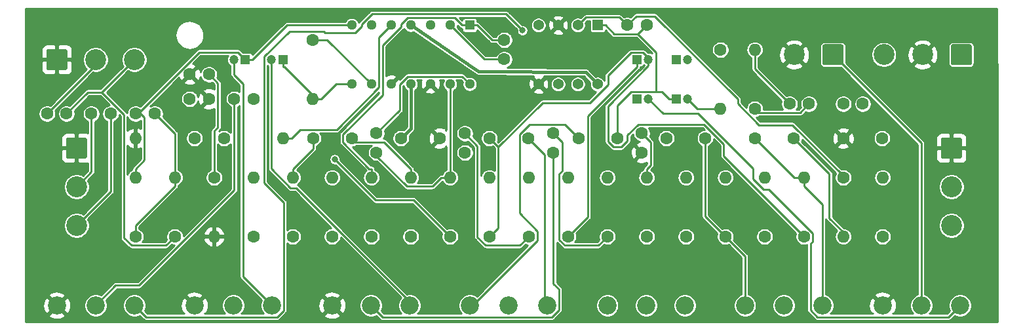
<source format=gbr>
G04 #@! TF.GenerationSoftware,KiCad,Pcbnew,(5.1.2)-2*
G04 #@! TF.CreationDate,2019-10-23T19:57:53-03:00*
G04 #@! TF.ProjectId,Mix_pre_tonal,4d69785f-7072-4655-9f74-6f6e616c2e6b,rev?*
G04 #@! TF.SameCoordinates,Original*
G04 #@! TF.FileFunction,Copper,L2,Bot*
G04 #@! TF.FilePolarity,Positive*
%FSLAX46Y46*%
G04 Gerber Fmt 4.6, Leading zero omitted, Abs format (unit mm)*
G04 Created by KiCad (PCBNEW (5.1.2)-2) date 2019-10-23 19:57:53*
%MOMM*%
%LPD*%
G04 APERTURE LIST*
%ADD10C,1.200000*%
%ADD11R,1.200000X1.200000*%
%ADD12C,2.340000*%
%ADD13C,1.371600*%
%ADD14R,1.371600X1.371600*%
%ADD15C,1.295400*%
%ADD16R,1.295400X1.295400*%
%ADD17O,1.600000X1.600000*%
%ADD18C,1.600000*%
%ADD19C,2.700000*%
%ADD20C,0.100000*%
%ADD21C,0.800000*%
%ADD22C,0.250000*%
%ADD23C,0.400000*%
%ADD24C,0.254000*%
G04 APERTURE END LIST*
D10*
X120880000Y-121920000D03*
D11*
X119380000Y-121920000D03*
D10*
X120880000Y-116840000D03*
D11*
X119380000Y-116840000D03*
D10*
X125960000Y-121920000D03*
D11*
X124460000Y-121920000D03*
D10*
X72160000Y-116840000D03*
D11*
X73660000Y-116840000D03*
D10*
X67310000Y-116840000D03*
D11*
X68810000Y-116840000D03*
D10*
X125960000Y-116840000D03*
D11*
X124460000Y-116840000D03*
D12*
X151130000Y-148590000D03*
X156130000Y-148590000D03*
X161130000Y-148590000D03*
X133350000Y-148590000D03*
X138350000Y-148590000D03*
X143350000Y-148590000D03*
X115570000Y-148590000D03*
X120570000Y-148590000D03*
X125570000Y-148590000D03*
X80010000Y-148590000D03*
X85010000Y-148590000D03*
X90010000Y-148590000D03*
X62230000Y-148590000D03*
X67230000Y-148590000D03*
X72230000Y-148590000D03*
X44450000Y-148590000D03*
X49450000Y-148590000D03*
X54450000Y-148590000D03*
X97790000Y-148590000D03*
X102790000Y-148590000D03*
X107790000Y-148590000D03*
D13*
X114300000Y-120015000D03*
X111760000Y-120015000D03*
X109220000Y-120015000D03*
X106680000Y-120015000D03*
X106680000Y-112395000D03*
X109220000Y-112395000D03*
X111760000Y-112395000D03*
D14*
X114300000Y-112395000D03*
D15*
X97790000Y-120015000D03*
X95250000Y-120015000D03*
X92710000Y-120015000D03*
X90170000Y-120015000D03*
X87630000Y-120015000D03*
X85090000Y-120015000D03*
X82550000Y-120015000D03*
X82550000Y-112395000D03*
X85090000Y-112395000D03*
X87630000Y-112395000D03*
X90170000Y-112395000D03*
X92710000Y-112395000D03*
X95250000Y-112395000D03*
D16*
X97790000Y-112395000D03*
D17*
X110490000Y-132080000D03*
D18*
X110490000Y-139700000D03*
D17*
X134620000Y-115570000D03*
D18*
X134620000Y-123190000D03*
D17*
X130175000Y-123190000D03*
D18*
X130175000Y-115570000D03*
D17*
X74930000Y-132080000D03*
D18*
X74930000Y-139700000D03*
D17*
X146050000Y-139700000D03*
D18*
X146050000Y-132080000D03*
D17*
X130810000Y-132080000D03*
D18*
X130810000Y-139700000D03*
D17*
X140970000Y-132080000D03*
D18*
X140970000Y-139700000D03*
D17*
X135890000Y-132080000D03*
D18*
X135890000Y-139700000D03*
D17*
X125730000Y-132080000D03*
D18*
X125730000Y-139700000D03*
D17*
X100330000Y-132080000D03*
D18*
X100330000Y-139700000D03*
D17*
X90170000Y-132080000D03*
D18*
X90170000Y-139700000D03*
D17*
X115570000Y-132080000D03*
D18*
X115570000Y-139700000D03*
D17*
X105410000Y-132080000D03*
D18*
X105410000Y-139700000D03*
D17*
X77470000Y-121920000D03*
D18*
X77470000Y-114300000D03*
D17*
X54610000Y-132080000D03*
D18*
X54610000Y-139700000D03*
D17*
X85090000Y-132080000D03*
D18*
X85090000Y-139700000D03*
D17*
X54610000Y-127000000D03*
D18*
X62230000Y-127000000D03*
D17*
X64770000Y-139700000D03*
D18*
X64770000Y-132080000D03*
D17*
X120650000Y-132080000D03*
D18*
X120650000Y-139700000D03*
D17*
X151130000Y-132080000D03*
D18*
X151130000Y-139700000D03*
D17*
X73660000Y-127000000D03*
D18*
X66040000Y-127000000D03*
D17*
X59690000Y-132080000D03*
D18*
X59690000Y-139700000D03*
D17*
X80010000Y-132080000D03*
D18*
X80010000Y-139700000D03*
D17*
X69850000Y-132080000D03*
D18*
X69850000Y-139700000D03*
D19*
X139700000Y-116205000D03*
D20*
G36*
X145824503Y-114856204D02*
G01*
X145848772Y-114859804D01*
X145872570Y-114865765D01*
X145895670Y-114874030D01*
X145917849Y-114884520D01*
X145938892Y-114897133D01*
X145958598Y-114911748D01*
X145976776Y-114928224D01*
X145993252Y-114946402D01*
X146007867Y-114966108D01*
X146020480Y-114987151D01*
X146030970Y-115009330D01*
X146039235Y-115032430D01*
X146045196Y-115056228D01*
X146048796Y-115080497D01*
X146050000Y-115105001D01*
X146050000Y-117304999D01*
X146048796Y-117329503D01*
X146045196Y-117353772D01*
X146039235Y-117377570D01*
X146030970Y-117400670D01*
X146020480Y-117422849D01*
X146007867Y-117443892D01*
X145993252Y-117463598D01*
X145976776Y-117481776D01*
X145958598Y-117498252D01*
X145938892Y-117512867D01*
X145917849Y-117525480D01*
X145895670Y-117535970D01*
X145872570Y-117544235D01*
X145848772Y-117550196D01*
X145824503Y-117553796D01*
X145799999Y-117555000D01*
X143600001Y-117555000D01*
X143575497Y-117553796D01*
X143551228Y-117550196D01*
X143527430Y-117544235D01*
X143504330Y-117535970D01*
X143482151Y-117525480D01*
X143461108Y-117512867D01*
X143441402Y-117498252D01*
X143423224Y-117481776D01*
X143406748Y-117463598D01*
X143392133Y-117443892D01*
X143379520Y-117422849D01*
X143369030Y-117400670D01*
X143360765Y-117377570D01*
X143354804Y-117353772D01*
X143351204Y-117329503D01*
X143350000Y-117304999D01*
X143350000Y-115105001D01*
X143351204Y-115080497D01*
X143354804Y-115056228D01*
X143360765Y-115032430D01*
X143369030Y-115009330D01*
X143379520Y-114987151D01*
X143392133Y-114966108D01*
X143406748Y-114946402D01*
X143423224Y-114928224D01*
X143441402Y-114911748D01*
X143461108Y-114897133D01*
X143482151Y-114884520D01*
X143504330Y-114874030D01*
X143527430Y-114865765D01*
X143551228Y-114859804D01*
X143575497Y-114856204D01*
X143600001Y-114855000D01*
X145799999Y-114855000D01*
X145824503Y-114856204D01*
X145824503Y-114856204D01*
G37*
D19*
X144700000Y-116205000D03*
X151290000Y-116205000D03*
X156290000Y-116205000D03*
D20*
G36*
X162414503Y-114856204D02*
G01*
X162438772Y-114859804D01*
X162462570Y-114865765D01*
X162485670Y-114874030D01*
X162507849Y-114884520D01*
X162528892Y-114897133D01*
X162548598Y-114911748D01*
X162566776Y-114928224D01*
X162583252Y-114946402D01*
X162597867Y-114966108D01*
X162610480Y-114987151D01*
X162620970Y-115009330D01*
X162629235Y-115032430D01*
X162635196Y-115056228D01*
X162638796Y-115080497D01*
X162640000Y-115105001D01*
X162640000Y-117304999D01*
X162638796Y-117329503D01*
X162635196Y-117353772D01*
X162629235Y-117377570D01*
X162620970Y-117400670D01*
X162610480Y-117422849D01*
X162597867Y-117443892D01*
X162583252Y-117463598D01*
X162566776Y-117481776D01*
X162548598Y-117498252D01*
X162528892Y-117512867D01*
X162507849Y-117525480D01*
X162485670Y-117535970D01*
X162462570Y-117544235D01*
X162438772Y-117550196D01*
X162414503Y-117553796D01*
X162389999Y-117555000D01*
X160190001Y-117555000D01*
X160165497Y-117553796D01*
X160141228Y-117550196D01*
X160117430Y-117544235D01*
X160094330Y-117535970D01*
X160072151Y-117525480D01*
X160051108Y-117512867D01*
X160031402Y-117498252D01*
X160013224Y-117481776D01*
X159996748Y-117463598D01*
X159982133Y-117443892D01*
X159969520Y-117422849D01*
X159959030Y-117400670D01*
X159950765Y-117377570D01*
X159944804Y-117353772D01*
X159941204Y-117329503D01*
X159940000Y-117304999D01*
X159940000Y-115105001D01*
X159941204Y-115080497D01*
X159944804Y-115056228D01*
X159950765Y-115032430D01*
X159959030Y-115009330D01*
X159969520Y-114987151D01*
X159982133Y-114966108D01*
X159996748Y-114946402D01*
X160013224Y-114928224D01*
X160031402Y-114911748D01*
X160051108Y-114897133D01*
X160072151Y-114884520D01*
X160094330Y-114874030D01*
X160117430Y-114865765D01*
X160141228Y-114859804D01*
X160165497Y-114856204D01*
X160190001Y-114855000D01*
X162389999Y-114855000D01*
X162414503Y-114856204D01*
X162414503Y-114856204D01*
G37*
D19*
X161290000Y-116205000D03*
X160020000Y-138270000D03*
X160020000Y-133270000D03*
D20*
G36*
X161144503Y-126921204D02*
G01*
X161168772Y-126924804D01*
X161192570Y-126930765D01*
X161215670Y-126939030D01*
X161237849Y-126949520D01*
X161258892Y-126962133D01*
X161278598Y-126976748D01*
X161296776Y-126993224D01*
X161313252Y-127011402D01*
X161327867Y-127031108D01*
X161340480Y-127052151D01*
X161350970Y-127074330D01*
X161359235Y-127097430D01*
X161365196Y-127121228D01*
X161368796Y-127145497D01*
X161370000Y-127170001D01*
X161370000Y-129369999D01*
X161368796Y-129394503D01*
X161365196Y-129418772D01*
X161359235Y-129442570D01*
X161350970Y-129465670D01*
X161340480Y-129487849D01*
X161327867Y-129508892D01*
X161313252Y-129528598D01*
X161296776Y-129546776D01*
X161278598Y-129563252D01*
X161258892Y-129577867D01*
X161237849Y-129590480D01*
X161215670Y-129600970D01*
X161192570Y-129609235D01*
X161168772Y-129615196D01*
X161144503Y-129618796D01*
X161119999Y-129620000D01*
X158920001Y-129620000D01*
X158895497Y-129618796D01*
X158871228Y-129615196D01*
X158847430Y-129609235D01*
X158824330Y-129600970D01*
X158802151Y-129590480D01*
X158781108Y-129577867D01*
X158761402Y-129563252D01*
X158743224Y-129546776D01*
X158726748Y-129528598D01*
X158712133Y-129508892D01*
X158699520Y-129487849D01*
X158689030Y-129465670D01*
X158680765Y-129442570D01*
X158674804Y-129418772D01*
X158671204Y-129394503D01*
X158670000Y-129369999D01*
X158670000Y-127170001D01*
X158671204Y-127145497D01*
X158674804Y-127121228D01*
X158680765Y-127097430D01*
X158689030Y-127074330D01*
X158699520Y-127052151D01*
X158712133Y-127031108D01*
X158726748Y-127011402D01*
X158743224Y-126993224D01*
X158761402Y-126976748D01*
X158781108Y-126962133D01*
X158802151Y-126949520D01*
X158824330Y-126939030D01*
X158847430Y-126930765D01*
X158871228Y-126924804D01*
X158895497Y-126921204D01*
X158920001Y-126920000D01*
X161119999Y-126920000D01*
X161144503Y-126921204D01*
X161144503Y-126921204D01*
G37*
D19*
X160020000Y-128270000D03*
X54450000Y-116840000D03*
X49450000Y-116840000D03*
D20*
G36*
X45574503Y-115491204D02*
G01*
X45598772Y-115494804D01*
X45622570Y-115500765D01*
X45645670Y-115509030D01*
X45667849Y-115519520D01*
X45688892Y-115532133D01*
X45708598Y-115546748D01*
X45726776Y-115563224D01*
X45743252Y-115581402D01*
X45757867Y-115601108D01*
X45770480Y-115622151D01*
X45780970Y-115644330D01*
X45789235Y-115667430D01*
X45795196Y-115691228D01*
X45798796Y-115715497D01*
X45800000Y-115740001D01*
X45800000Y-117939999D01*
X45798796Y-117964503D01*
X45795196Y-117988772D01*
X45789235Y-118012570D01*
X45780970Y-118035670D01*
X45770480Y-118057849D01*
X45757867Y-118078892D01*
X45743252Y-118098598D01*
X45726776Y-118116776D01*
X45708598Y-118133252D01*
X45688892Y-118147867D01*
X45667849Y-118160480D01*
X45645670Y-118170970D01*
X45622570Y-118179235D01*
X45598772Y-118185196D01*
X45574503Y-118188796D01*
X45549999Y-118190000D01*
X43350001Y-118190000D01*
X43325497Y-118188796D01*
X43301228Y-118185196D01*
X43277430Y-118179235D01*
X43254330Y-118170970D01*
X43232151Y-118160480D01*
X43211108Y-118147867D01*
X43191402Y-118133252D01*
X43173224Y-118116776D01*
X43156748Y-118098598D01*
X43142133Y-118078892D01*
X43129520Y-118057849D01*
X43119030Y-118035670D01*
X43110765Y-118012570D01*
X43104804Y-117988772D01*
X43101204Y-117964503D01*
X43100000Y-117939999D01*
X43100000Y-115740001D01*
X43101204Y-115715497D01*
X43104804Y-115691228D01*
X43110765Y-115667430D01*
X43119030Y-115644330D01*
X43129520Y-115622151D01*
X43142133Y-115601108D01*
X43156748Y-115581402D01*
X43173224Y-115563224D01*
X43191402Y-115546748D01*
X43211108Y-115532133D01*
X43232151Y-115519520D01*
X43254330Y-115509030D01*
X43277430Y-115500765D01*
X43301228Y-115494804D01*
X43325497Y-115491204D01*
X43350001Y-115490000D01*
X45549999Y-115490000D01*
X45574503Y-115491204D01*
X45574503Y-115491204D01*
G37*
D19*
X44450000Y-116840000D03*
X46990000Y-138270000D03*
X46990000Y-133270000D03*
D20*
G36*
X48114503Y-126921204D02*
G01*
X48138772Y-126924804D01*
X48162570Y-126930765D01*
X48185670Y-126939030D01*
X48207849Y-126949520D01*
X48228892Y-126962133D01*
X48248598Y-126976748D01*
X48266776Y-126993224D01*
X48283252Y-127011402D01*
X48297867Y-127031108D01*
X48310480Y-127052151D01*
X48320970Y-127074330D01*
X48329235Y-127097430D01*
X48335196Y-127121228D01*
X48338796Y-127145497D01*
X48340000Y-127170001D01*
X48340000Y-129369999D01*
X48338796Y-129394503D01*
X48335196Y-129418772D01*
X48329235Y-129442570D01*
X48320970Y-129465670D01*
X48310480Y-129487849D01*
X48297867Y-129508892D01*
X48283252Y-129528598D01*
X48266776Y-129546776D01*
X48248598Y-129563252D01*
X48228892Y-129577867D01*
X48207849Y-129590480D01*
X48185670Y-129600970D01*
X48162570Y-129609235D01*
X48138772Y-129615196D01*
X48114503Y-129618796D01*
X48089999Y-129620000D01*
X45890001Y-129620000D01*
X45865497Y-129618796D01*
X45841228Y-129615196D01*
X45817430Y-129609235D01*
X45794330Y-129600970D01*
X45772151Y-129590480D01*
X45751108Y-129577867D01*
X45731402Y-129563252D01*
X45713224Y-129546776D01*
X45696748Y-129528598D01*
X45682133Y-129508892D01*
X45669520Y-129487849D01*
X45659030Y-129465670D01*
X45650765Y-129442570D01*
X45644804Y-129418772D01*
X45641204Y-129394503D01*
X45640000Y-129369999D01*
X45640000Y-127170001D01*
X45641204Y-127145497D01*
X45644804Y-127121228D01*
X45650765Y-127097430D01*
X45659030Y-127074330D01*
X45669520Y-127052151D01*
X45682133Y-127031108D01*
X45696748Y-127011402D01*
X45713224Y-126993224D01*
X45731402Y-126976748D01*
X45751108Y-126962133D01*
X45772151Y-126949520D01*
X45794330Y-126939030D01*
X45817430Y-126930765D01*
X45841228Y-126924804D01*
X45865497Y-126921204D01*
X45890001Y-126920000D01*
X48089999Y-126920000D01*
X48114503Y-126921204D01*
X48114503Y-126921204D01*
G37*
D19*
X46990000Y-128270000D03*
D18*
X85725000Y-128865000D03*
X85725000Y-126365000D03*
X141605000Y-122555000D03*
X139105000Y-122555000D03*
X120650000Y-112395000D03*
X118150000Y-112395000D03*
X77550000Y-127000000D03*
X82550000Y-127000000D03*
X128190000Y-127000000D03*
X123190000Y-127000000D03*
X134620000Y-127000000D03*
X139620000Y-127000000D03*
X88900000Y-127000000D03*
X93900000Y-127000000D03*
X146050000Y-127000000D03*
X151050000Y-127000000D03*
X108585000Y-128865000D03*
X108585000Y-126365000D03*
X97155000Y-128865000D03*
X97155000Y-126365000D03*
X67350000Y-121920000D03*
X69850000Y-121920000D03*
X116840000Y-127000000D03*
X111840000Y-127000000D03*
X105330000Y-127000000D03*
X100330000Y-127000000D03*
X64095000Y-121920000D03*
X61595000Y-121920000D03*
X61595000Y-118745000D03*
X64095000Y-118745000D03*
X148550000Y-122555000D03*
X146050000Y-122555000D03*
X57110000Y-123825000D03*
X54610000Y-123825000D03*
X102235000Y-116800000D03*
X102235000Y-114300000D03*
X120015000Y-128865000D03*
X120015000Y-126365000D03*
X43180000Y-123825000D03*
X45680000Y-123825000D03*
X48895000Y-123825000D03*
X51395000Y-123825000D03*
X95250000Y-139700000D03*
D17*
X95250000Y-132080000D03*
D21*
X80354000Y-129718300D03*
X104590300Y-113060000D03*
D22*
X48895000Y-123825000D02*
X48895000Y-131365000D01*
X48895000Y-131365000D02*
X46990000Y-133270000D01*
X51395000Y-123825000D02*
X51395000Y-133865000D01*
X51395000Y-133865000D02*
X46990000Y-138270000D01*
X43180000Y-123825000D02*
X49450000Y-117555000D01*
X49450000Y-117555000D02*
X49450000Y-116840000D01*
X50232600Y-121057400D02*
X53107100Y-123931900D01*
X53107100Y-123931900D02*
X53107100Y-139866300D01*
X53107100Y-139866300D02*
X54088600Y-140847800D01*
X54088600Y-140847800D02*
X58542200Y-140847800D01*
X58542200Y-140847800D02*
X59690000Y-139700000D01*
X45680000Y-123825000D02*
X48447600Y-121057400D01*
X48447600Y-121057400D02*
X50232600Y-121057400D01*
X54450000Y-116840000D02*
X50232600Y-121057400D01*
X102235000Y-116800000D02*
X99655000Y-116800000D01*
X99655000Y-116800000D02*
X95250000Y-112395000D01*
X97790000Y-112395000D02*
X96817000Y-112395000D01*
X85090000Y-132080000D02*
X85090000Y-130954700D01*
X85090000Y-130954700D02*
X84808700Y-130954700D01*
X84808700Y-130954700D02*
X81391900Y-127537900D01*
X81391900Y-127537900D02*
X81391900Y-126515800D01*
X81391900Y-126515800D02*
X86513500Y-121394200D01*
X86513500Y-121394200D02*
X86513500Y-115007100D01*
X86513500Y-115007100D02*
X88900000Y-112620600D01*
X88900000Y-112620600D02*
X88900000Y-112245900D01*
X88900000Y-112245900D02*
X89723900Y-111422000D01*
X89723900Y-111422000D02*
X95844000Y-111422000D01*
X95844000Y-111422000D02*
X96817000Y-112395000D01*
X97790000Y-112395000D02*
X98763000Y-112395000D01*
X102235000Y-114300000D02*
X100668000Y-114300000D01*
X100668000Y-114300000D02*
X98763000Y-112395000D01*
X59690000Y-132080000D02*
X59690000Y-133205300D01*
X59690000Y-133205300D02*
X54610000Y-138285300D01*
X54610000Y-138285300D02*
X54610000Y-139700000D01*
X59690000Y-132080000D02*
X59690000Y-126405000D01*
X59690000Y-126405000D02*
X57110000Y-123825000D01*
X55223500Y-123825000D02*
X55223500Y-123516500D01*
X55223500Y-123516500D02*
X62849500Y-115890500D01*
X62849500Y-115890500D02*
X67860500Y-115890500D01*
X67860500Y-115890500D02*
X68810000Y-116840000D01*
X54610000Y-130954700D02*
X55735300Y-129829400D01*
X55735300Y-129829400D02*
X55735300Y-124336800D01*
X55735300Y-124336800D02*
X55223500Y-123825000D01*
X55223500Y-123825000D02*
X54610000Y-123825000D01*
X54610000Y-132080000D02*
X54610000Y-130954700D01*
X68810000Y-116840000D02*
X69735300Y-116840000D01*
X82550000Y-112395000D02*
X74180300Y-112395000D01*
X74180300Y-112395000D02*
X69735300Y-116840000D01*
X120650000Y-132080000D02*
X120650000Y-130954700D01*
X120015000Y-126365000D02*
X121148100Y-127498100D01*
X121148100Y-127498100D02*
X121148100Y-130456600D01*
X121148100Y-130456600D02*
X120650000Y-130954700D01*
X85090000Y-120015000D02*
X79375000Y-114300000D01*
X79375000Y-114300000D02*
X77470000Y-114300000D01*
X73660000Y-116840000D02*
X73660000Y-117765300D01*
X78032700Y-121920000D02*
X73878000Y-117765300D01*
X73878000Y-117765300D02*
X73660000Y-117765300D01*
X78032700Y-121920000D02*
X78595300Y-121920000D01*
X77470000Y-121920000D02*
X78032700Y-121920000D01*
X82550000Y-120015000D02*
X80500300Y-120015000D01*
X80500300Y-120015000D02*
X78595300Y-121920000D01*
X64095000Y-118745000D02*
X65239400Y-119889400D01*
X65239400Y-119889400D02*
X65239400Y-125582200D01*
X65239400Y-125582200D02*
X64770000Y-126051600D01*
X64770000Y-126051600D02*
X64770000Y-132080000D01*
X73660000Y-127000000D02*
X74785300Y-127000000D01*
X74785300Y-127000000D02*
X75910600Y-125874700D01*
X75910600Y-125874700D02*
X80612500Y-125874700D01*
X80612500Y-125874700D02*
X86063100Y-120424100D01*
X86063100Y-120424100D02*
X86063100Y-113961900D01*
X86063100Y-113961900D02*
X87630000Y-112395000D01*
X105330000Y-127000000D02*
X107438400Y-129108400D01*
X107438400Y-129108400D02*
X107438400Y-148238400D01*
X107438400Y-148238400D02*
X107790000Y-148590000D01*
X101455400Y-128125400D02*
X101455400Y-138574600D01*
X101455400Y-138574600D02*
X100330000Y-139700000D01*
X100330000Y-127000000D02*
X101455400Y-128125400D01*
X101455400Y-128125400D02*
X107177300Y-122403500D01*
X107177300Y-122403500D02*
X113341600Y-122403500D01*
X113341600Y-122403500D02*
X115645200Y-120099900D01*
X115645200Y-120099900D02*
X115645200Y-118873600D01*
X115645200Y-118873600D02*
X118604200Y-115914600D01*
X118604200Y-115914600D02*
X120173400Y-115914600D01*
X120173400Y-115914600D02*
X120880000Y-116621200D01*
X120880000Y-116621200D02*
X120880000Y-116840000D01*
X140970000Y-139700000D02*
X130603900Y-129333900D01*
X130603900Y-129333900D02*
X130603900Y-127746900D01*
X130603900Y-127746900D02*
X128055200Y-125198200D01*
X128055200Y-125198200D02*
X119531500Y-125198200D01*
X119531500Y-125198200D02*
X118145700Y-126584000D01*
X118145700Y-126584000D02*
X118145700Y-127327100D01*
X118145700Y-127327100D02*
X117330900Y-128141900D01*
X117330900Y-128141900D02*
X116382100Y-128141900D01*
X116382100Y-128141900D02*
X115643400Y-127403200D01*
X115643400Y-127403200D02*
X115643400Y-122885900D01*
X115643400Y-122885900D02*
X120880000Y-117649300D01*
X120880000Y-117649300D02*
X120880000Y-116840000D01*
X121830800Y-120994700D02*
X122609400Y-120994700D01*
X122609400Y-120994700D02*
X123534700Y-121920000D01*
X116840000Y-127000000D02*
X116840000Y-122780100D01*
X116840000Y-122780100D02*
X118625400Y-120994700D01*
X118625400Y-120994700D02*
X121830800Y-120994700D01*
X119494900Y-113550100D02*
X121830800Y-115886000D01*
X121830800Y-115886000D02*
X121830800Y-120994700D01*
X119494900Y-113550100D02*
X116466200Y-113550100D01*
X116466200Y-113550100D02*
X115311100Y-112395000D01*
X120650000Y-112395000D02*
X119494900Y-113550100D01*
X114300000Y-112395000D02*
X115311100Y-112395000D01*
X124460000Y-121920000D02*
X123534700Y-121920000D01*
X111840000Y-127000000D02*
X110063900Y-125223900D01*
X110063900Y-125223900D02*
X105504500Y-125223900D01*
X105504500Y-125223900D02*
X104204600Y-126523800D01*
X104204600Y-126523800D02*
X104204600Y-136694400D01*
X104204600Y-136694400D02*
X106556600Y-139046400D01*
X106556600Y-139046400D02*
X106556600Y-140205900D01*
X106556600Y-140205900D02*
X98172500Y-148590000D01*
X98172500Y-148590000D02*
X97790000Y-148590000D01*
X67350000Y-121920000D02*
X67350000Y-133709100D01*
X67350000Y-133709100D02*
X55059500Y-145999600D01*
X55059500Y-145999600D02*
X52040400Y-145999600D01*
X52040400Y-145999600D02*
X49450000Y-148590000D01*
X95250000Y-139700000D02*
X90545100Y-134995100D01*
X90545100Y-134995100D02*
X85630800Y-134995100D01*
X85630800Y-134995100D02*
X80354000Y-129718300D01*
X97155000Y-126365000D02*
X98776600Y-127986600D01*
X98776600Y-127986600D02*
X98776600Y-139752100D01*
X98776600Y-139752100D02*
X99849900Y-140825400D01*
X99849900Y-140825400D02*
X104284600Y-140825400D01*
X104284600Y-140825400D02*
X105410000Y-139700000D01*
X108585000Y-128865000D02*
X108585000Y-145812000D01*
X108585000Y-145812000D02*
X109289300Y-146516300D01*
X109289300Y-146516300D02*
X109289300Y-149205600D01*
X109289300Y-149205600D02*
X108391000Y-150103900D01*
X108391000Y-150103900D02*
X86523900Y-150103900D01*
X86523900Y-150103900D02*
X85010000Y-148590000D01*
X108585000Y-126365000D02*
X109711400Y-127491400D01*
X109711400Y-127491400D02*
X109711400Y-131250800D01*
X109711400Y-131250800D02*
X109352200Y-131610000D01*
X109352200Y-131610000D02*
X109352200Y-140153600D01*
X109352200Y-140153600D02*
X110044700Y-140846100D01*
X110044700Y-140846100D02*
X114423900Y-140846100D01*
X114423900Y-140846100D02*
X115570000Y-139700000D01*
D23*
X98933000Y-118364000D02*
X90170000Y-112395000D01*
X114300000Y-120015000D02*
X112763600Y-118478600D01*
X112763600Y-118478600D02*
X98933000Y-118364000D01*
X88900000Y-127000000D02*
X90170000Y-125730000D01*
X90170000Y-125730000D02*
X90170000Y-120015000D01*
D22*
X54450000Y-148590000D02*
X55953900Y-150093900D01*
X55953900Y-150093900D02*
X72889700Y-150093900D01*
X72889700Y-150093900D02*
X73747400Y-149236200D01*
X73747400Y-149236200D02*
X73747400Y-135270300D01*
X73747400Y-135270300D02*
X71234600Y-132757500D01*
X71234600Y-132757500D02*
X71234600Y-116450900D01*
X71234600Y-116450900D02*
X74511400Y-113174100D01*
X74511400Y-113174100D02*
X78886000Y-113174100D01*
X78886000Y-113174100D02*
X79080000Y-113368100D01*
X79080000Y-113368100D02*
X82971300Y-113368100D01*
X82971300Y-113368100D02*
X83820000Y-112519400D01*
X83820000Y-112519400D02*
X83820000Y-112274100D01*
X83820000Y-112274100D02*
X85153800Y-110940300D01*
X85153800Y-110940300D02*
X102470600Y-110940300D01*
X102470600Y-110940300D02*
X104590300Y-113060000D01*
X72230000Y-148590000D02*
X68499500Y-144859500D01*
X68499500Y-144859500D02*
X68499500Y-119943300D01*
X68499500Y-119943300D02*
X67310000Y-118753800D01*
X67310000Y-118753800D02*
X67310000Y-116840000D01*
X90010000Y-148590000D02*
X90010000Y-148064900D01*
X90010000Y-148064900D02*
X75356900Y-133411800D01*
X75356900Y-133411800D02*
X74638100Y-133411800D01*
X74638100Y-133411800D02*
X72160000Y-130933700D01*
X72160000Y-130933700D02*
X72160000Y-116840000D01*
X140970000Y-132080000D02*
X140970000Y-133205300D01*
X140970000Y-133205300D02*
X143350000Y-135585300D01*
X143350000Y-135585300D02*
X143350000Y-148590000D01*
X134620000Y-127000000D02*
X139700000Y-132080000D01*
X139700000Y-132080000D02*
X140970000Y-132080000D01*
X139620000Y-127000000D02*
X144235900Y-131615900D01*
X144235900Y-131615900D02*
X144235900Y-137323200D01*
X144235900Y-137323200D02*
X146050000Y-139137300D01*
X146050000Y-139700000D02*
X146050000Y-139137300D01*
X130810000Y-139700000D02*
X133350000Y-142240000D01*
X133350000Y-142240000D02*
X133350000Y-148590000D01*
X128190000Y-127000000D02*
X128190000Y-137080000D01*
X128190000Y-137080000D02*
X130810000Y-139700000D01*
X118150000Y-112395000D02*
X119323300Y-111221700D01*
X119323300Y-111221700D02*
X121703900Y-111221700D01*
X121703900Y-111221700D02*
X132397500Y-121915300D01*
X132397500Y-121915300D02*
X132397500Y-122559000D01*
X132397500Y-122559000D02*
X135115300Y-125276800D01*
X135115300Y-125276800D02*
X139489700Y-125276800D01*
X139489700Y-125276800D02*
X146050000Y-131837100D01*
X146050000Y-131837100D02*
X146050000Y-132080000D01*
X118150000Y-112395000D02*
X117138800Y-111383800D01*
X117138800Y-111383800D02*
X112771200Y-111383800D01*
X112771200Y-111383800D02*
X111760000Y-112395000D01*
X74930000Y-132080000D02*
X74930000Y-130954700D01*
X77550000Y-127000000D02*
X77550000Y-128334700D01*
X77550000Y-128334700D02*
X74930000Y-130954700D01*
X90170000Y-132080000D02*
X90170000Y-130954700D01*
X82550000Y-127000000D02*
X83040400Y-127490400D01*
X83040400Y-127490400D02*
X86705700Y-127490400D01*
X86705700Y-127490400D02*
X90170000Y-130954700D01*
X130175000Y-123190000D02*
X127230000Y-123190000D01*
X127230000Y-123190000D02*
X125960000Y-121920000D01*
X141605000Y-122555000D02*
X140458600Y-123701400D01*
X140458600Y-123701400D02*
X135131400Y-123701400D01*
X135131400Y-123701400D02*
X134620000Y-123190000D01*
X139105000Y-122555000D02*
X134620000Y-118070000D01*
X134620000Y-118070000D02*
X134620000Y-115570000D01*
X161130000Y-148590000D02*
X159613600Y-150106400D01*
X159613600Y-150106400D02*
X142713900Y-150106400D01*
X142713900Y-150106400D02*
X141814800Y-149207300D01*
X141814800Y-149207300D02*
X141814800Y-140637200D01*
X141814800Y-140637200D02*
X142130600Y-140321400D01*
X142130600Y-140321400D02*
X142130600Y-139269000D01*
X142130600Y-139269000D02*
X136451800Y-133590200D01*
X136451800Y-133590200D02*
X135735800Y-133590200D01*
X135735800Y-133590200D02*
X134414400Y-132268800D01*
X134414400Y-132268800D02*
X134414400Y-130920500D01*
X134414400Y-130920500D02*
X127293500Y-123799600D01*
X127293500Y-123799600D02*
X122759600Y-123799600D01*
X122759600Y-123799600D02*
X120880000Y-121920000D01*
X95250000Y-132080000D02*
X94124700Y-132080000D01*
X85725000Y-128865000D02*
X85725000Y-129285700D01*
X85725000Y-129285700D02*
X89644600Y-133205300D01*
X89644600Y-133205300D02*
X92999400Y-133205300D01*
X92999400Y-133205300D02*
X94124700Y-132080000D01*
X95250000Y-132080000D02*
X95250000Y-120015000D01*
X144700000Y-116205000D02*
X156130000Y-127635000D01*
X156130000Y-127635000D02*
X156130000Y-148590000D01*
X110490000Y-139700000D02*
X113030000Y-137160000D01*
X113030000Y-137160000D02*
X113030000Y-124115300D01*
X113030000Y-124115300D02*
X119380000Y-117765300D01*
X85725000Y-126365000D02*
X88740700Y-123349300D01*
X88740700Y-123349300D02*
X88740700Y-120067800D01*
X88740700Y-120067800D02*
X89781800Y-119026700D01*
X89781800Y-119026700D02*
X96801700Y-119026700D01*
X96801700Y-119026700D02*
X97790000Y-120015000D01*
X119380000Y-116840000D02*
X119380000Y-117765300D01*
D24*
G36*
X165993001Y-124318202D02*
G01*
X165993000Y-150753000D01*
X40377045Y-150753000D01*
X40377154Y-149846602D01*
X43373003Y-149846602D01*
X43489275Y-150128389D01*
X43807860Y-150286257D01*
X44151122Y-150378938D01*
X44505869Y-150402873D01*
X44858470Y-150357139D01*
X45195373Y-150243495D01*
X45410725Y-150128389D01*
X45526997Y-149846602D01*
X44450000Y-148769605D01*
X43373003Y-149846602D01*
X40377154Y-149846602D01*
X40377300Y-148645869D01*
X42637127Y-148645869D01*
X42682861Y-148998470D01*
X42796505Y-149335373D01*
X42911611Y-149550725D01*
X43193398Y-149666997D01*
X44270395Y-148590000D01*
X44629605Y-148590000D01*
X45706602Y-149666997D01*
X45988389Y-149550725D01*
X46146257Y-149232140D01*
X46238938Y-148888878D01*
X46262873Y-148534131D01*
X46217139Y-148181530D01*
X46103495Y-147844627D01*
X45988389Y-147629275D01*
X45706602Y-147513003D01*
X44629605Y-148590000D01*
X44270395Y-148590000D01*
X43193398Y-147513003D01*
X42911611Y-147629275D01*
X42753743Y-147947860D01*
X42661062Y-148291122D01*
X42637127Y-148645869D01*
X40377300Y-148645869D01*
X40377458Y-147333398D01*
X43373003Y-147333398D01*
X44450000Y-148410395D01*
X45526997Y-147333398D01*
X45410725Y-147051611D01*
X45092140Y-146893743D01*
X44748878Y-146801062D01*
X44394131Y-146777127D01*
X44041530Y-146822861D01*
X43704627Y-146936505D01*
X43489275Y-147051611D01*
X43373003Y-147333398D01*
X40377458Y-147333398D01*
X40379181Y-133104830D01*
X45313000Y-133104830D01*
X45313000Y-133435170D01*
X45377446Y-133759163D01*
X45503862Y-134064357D01*
X45687389Y-134339025D01*
X45920975Y-134572611D01*
X46195643Y-134756138D01*
X46500837Y-134882554D01*
X46824830Y-134947000D01*
X47155170Y-134947000D01*
X47479163Y-134882554D01*
X47784357Y-134756138D01*
X48059025Y-134572611D01*
X48292611Y-134339025D01*
X48476138Y-134064357D01*
X48602554Y-133759163D01*
X48667000Y-133435170D01*
X48667000Y-133104830D01*
X48602554Y-132780837D01*
X48476138Y-132475643D01*
X48455086Y-132444137D01*
X49198905Y-131700319D01*
X49216159Y-131686159D01*
X49272643Y-131617333D01*
X49314614Y-131538810D01*
X49321551Y-131515941D01*
X49340460Y-131453608D01*
X49349187Y-131365000D01*
X49347000Y-131342795D01*
X49347000Y-124857631D01*
X49428835Y-124823734D01*
X49613421Y-124700398D01*
X49770398Y-124543421D01*
X49893734Y-124358835D01*
X49978690Y-124153734D01*
X50022000Y-123936000D01*
X50022000Y-123714000D01*
X49978690Y-123496266D01*
X49893734Y-123291165D01*
X49770398Y-123106579D01*
X49613421Y-122949602D01*
X49428835Y-122826266D01*
X49223734Y-122741310D01*
X49006000Y-122698000D01*
X48784000Y-122698000D01*
X48566266Y-122741310D01*
X48361165Y-122826266D01*
X48176579Y-122949602D01*
X48019602Y-123106579D01*
X47896266Y-123291165D01*
X47811310Y-123496266D01*
X47768000Y-123714000D01*
X47768000Y-123936000D01*
X47811310Y-124153734D01*
X47896266Y-124358835D01*
X48019602Y-124543421D01*
X48176579Y-124700398D01*
X48361165Y-124823734D01*
X48443000Y-124857631D01*
X48443000Y-126292072D01*
X48340000Y-126281928D01*
X47275750Y-126285000D01*
X47117000Y-126443750D01*
X47117000Y-128143000D01*
X47137000Y-128143000D01*
X47137000Y-128397000D01*
X47117000Y-128397000D01*
X47117000Y-130096250D01*
X47275750Y-130255000D01*
X48340000Y-130258072D01*
X48443001Y-130247928D01*
X48443001Y-131177775D01*
X47815863Y-131804914D01*
X47784357Y-131783862D01*
X47479163Y-131657446D01*
X47155170Y-131593000D01*
X46824830Y-131593000D01*
X46500837Y-131657446D01*
X46195643Y-131783862D01*
X45920975Y-131967389D01*
X45687389Y-132200975D01*
X45503862Y-132475643D01*
X45377446Y-132780837D01*
X45313000Y-133104830D01*
X40379181Y-133104830D01*
X40379604Y-129620000D01*
X45001928Y-129620000D01*
X45014188Y-129744482D01*
X45050498Y-129864180D01*
X45109463Y-129974494D01*
X45188815Y-130071185D01*
X45285506Y-130150537D01*
X45395820Y-130209502D01*
X45515518Y-130245812D01*
X45640000Y-130258072D01*
X46704250Y-130255000D01*
X46863000Y-130096250D01*
X46863000Y-128397000D01*
X45163750Y-128397000D01*
X45005000Y-128555750D01*
X45001928Y-129620000D01*
X40379604Y-129620000D01*
X40379931Y-126920000D01*
X45001928Y-126920000D01*
X45005000Y-127984250D01*
X45163750Y-128143000D01*
X46863000Y-128143000D01*
X46863000Y-126443750D01*
X46704250Y-126285000D01*
X45640000Y-126281928D01*
X45515518Y-126294188D01*
X45395820Y-126330498D01*
X45285506Y-126389463D01*
X45188815Y-126468815D01*
X45109463Y-126565506D01*
X45050498Y-126675820D01*
X45014188Y-126795518D01*
X45001928Y-126920000D01*
X40379931Y-126920000D01*
X40380320Y-123714000D01*
X42053000Y-123714000D01*
X42053000Y-123936000D01*
X42096310Y-124153734D01*
X42181266Y-124358835D01*
X42304602Y-124543421D01*
X42461579Y-124700398D01*
X42646165Y-124823734D01*
X42851266Y-124908690D01*
X43069000Y-124952000D01*
X43291000Y-124952000D01*
X43508734Y-124908690D01*
X43713835Y-124823734D01*
X43898421Y-124700398D01*
X44055398Y-124543421D01*
X44178734Y-124358835D01*
X44263690Y-124153734D01*
X44307000Y-123936000D01*
X44307000Y-123714000D01*
X44553000Y-123714000D01*
X44553000Y-123936000D01*
X44596310Y-124153734D01*
X44681266Y-124358835D01*
X44804602Y-124543421D01*
X44961579Y-124700398D01*
X45146165Y-124823734D01*
X45351266Y-124908690D01*
X45569000Y-124952000D01*
X45791000Y-124952000D01*
X46008734Y-124908690D01*
X46213835Y-124823734D01*
X46398421Y-124700398D01*
X46555398Y-124543421D01*
X46678734Y-124358835D01*
X46763690Y-124153734D01*
X46807000Y-123936000D01*
X46807000Y-123714000D01*
X46763690Y-123496266D01*
X46729793Y-123414431D01*
X48634825Y-121509400D01*
X50045377Y-121509400D01*
X51242276Y-122706299D01*
X51066266Y-122741310D01*
X50861165Y-122826266D01*
X50676579Y-122949602D01*
X50519602Y-123106579D01*
X50396266Y-123291165D01*
X50311310Y-123496266D01*
X50268000Y-123714000D01*
X50268000Y-123936000D01*
X50311310Y-124153734D01*
X50396266Y-124358835D01*
X50519602Y-124543421D01*
X50676579Y-124700398D01*
X50861165Y-124823734D01*
X50943000Y-124857631D01*
X50943001Y-133677775D01*
X47815863Y-136804914D01*
X47784357Y-136783862D01*
X47479163Y-136657446D01*
X47155170Y-136593000D01*
X46824830Y-136593000D01*
X46500837Y-136657446D01*
X46195643Y-136783862D01*
X45920975Y-136967389D01*
X45687389Y-137200975D01*
X45503862Y-137475643D01*
X45377446Y-137780837D01*
X45313000Y-138104830D01*
X45313000Y-138435170D01*
X45377446Y-138759163D01*
X45503862Y-139064357D01*
X45687389Y-139339025D01*
X45920975Y-139572611D01*
X46195643Y-139756138D01*
X46500837Y-139882554D01*
X46824830Y-139947000D01*
X47155170Y-139947000D01*
X47479163Y-139882554D01*
X47784357Y-139756138D01*
X48059025Y-139572611D01*
X48292611Y-139339025D01*
X48476138Y-139064357D01*
X48602554Y-138759163D01*
X48667000Y-138435170D01*
X48667000Y-138104830D01*
X48602554Y-137780837D01*
X48476138Y-137475643D01*
X48455086Y-137444137D01*
X51698905Y-134200319D01*
X51716159Y-134186159D01*
X51772643Y-134117333D01*
X51814614Y-134038810D01*
X51840460Y-133953607D01*
X51847000Y-133887205D01*
X51849187Y-133865000D01*
X51847000Y-133842795D01*
X51847000Y-124857631D01*
X51928835Y-124823734D01*
X52113421Y-124700398D01*
X52270398Y-124543421D01*
X52393734Y-124358835D01*
X52478690Y-124153734D01*
X52513700Y-123977724D01*
X52655100Y-124119124D01*
X52655101Y-139844085D01*
X52652913Y-139866300D01*
X52661640Y-139954907D01*
X52687486Y-140040109D01*
X52728742Y-140117293D01*
X52729458Y-140118633D01*
X52785942Y-140187459D01*
X52803196Y-140201619D01*
X53753281Y-141151705D01*
X53767441Y-141168959D01*
X53836267Y-141225443D01*
X53914790Y-141267414D01*
X53999992Y-141293260D01*
X54088600Y-141301987D01*
X54110805Y-141299800D01*
X58519995Y-141299800D01*
X58542200Y-141301987D01*
X58564405Y-141299800D01*
X58630807Y-141293260D01*
X58716010Y-141267414D01*
X58794533Y-141225443D01*
X58863359Y-141168959D01*
X58877523Y-141151700D01*
X59279431Y-140749793D01*
X59361266Y-140783690D01*
X59579000Y-140827000D01*
X59592877Y-140827000D01*
X54872277Y-145547600D01*
X52062605Y-145547600D01*
X52040400Y-145545413D01*
X51951792Y-145554140D01*
X51866590Y-145579986D01*
X51788067Y-145621957D01*
X51719241Y-145678441D01*
X51705081Y-145695695D01*
X50143755Y-147257022D01*
X49886659Y-147150529D01*
X49597442Y-147093000D01*
X49302558Y-147093000D01*
X49013341Y-147150529D01*
X48740905Y-147263376D01*
X48495718Y-147427204D01*
X48287204Y-147635718D01*
X48123376Y-147880905D01*
X48010529Y-148153341D01*
X47953000Y-148442558D01*
X47953000Y-148737442D01*
X48010529Y-149026659D01*
X48123376Y-149299095D01*
X48287204Y-149544282D01*
X48495718Y-149752796D01*
X48740905Y-149916624D01*
X49013341Y-150029471D01*
X49302558Y-150087000D01*
X49597442Y-150087000D01*
X49886659Y-150029471D01*
X50159095Y-149916624D01*
X50404282Y-149752796D01*
X50612796Y-149544282D01*
X50776624Y-149299095D01*
X50889471Y-149026659D01*
X50947000Y-148737442D01*
X50947000Y-148442558D01*
X50889471Y-148153341D01*
X50782978Y-147896245D01*
X52227624Y-146451600D01*
X55037295Y-146451600D01*
X55059500Y-146453787D01*
X55081705Y-146451600D01*
X55148107Y-146445060D01*
X55233310Y-146419214D01*
X55311833Y-146377243D01*
X55380659Y-146320759D01*
X55394823Y-146303500D01*
X61649283Y-140049040D01*
X63378091Y-140049040D01*
X63472930Y-140313881D01*
X63617615Y-140555131D01*
X63806586Y-140763519D01*
X64032580Y-140931037D01*
X64286913Y-141051246D01*
X64420961Y-141091904D01*
X64643000Y-140969915D01*
X64643000Y-139827000D01*
X64897000Y-139827000D01*
X64897000Y-140969915D01*
X65119039Y-141091904D01*
X65253087Y-141051246D01*
X65507420Y-140931037D01*
X65733414Y-140763519D01*
X65922385Y-140555131D01*
X66067070Y-140313881D01*
X66161909Y-140049040D01*
X66040624Y-139827000D01*
X64897000Y-139827000D01*
X64643000Y-139827000D01*
X63499376Y-139827000D01*
X63378091Y-140049040D01*
X61649283Y-140049040D01*
X62347363Y-139350960D01*
X63378091Y-139350960D01*
X63499376Y-139573000D01*
X64643000Y-139573000D01*
X64643000Y-138430085D01*
X64897000Y-138430085D01*
X64897000Y-139573000D01*
X66040624Y-139573000D01*
X66161909Y-139350960D01*
X66067070Y-139086119D01*
X65922385Y-138844869D01*
X65733414Y-138636481D01*
X65507420Y-138468963D01*
X65253087Y-138348754D01*
X65119039Y-138308096D01*
X64897000Y-138430085D01*
X64643000Y-138430085D01*
X64420961Y-138308096D01*
X64286913Y-138348754D01*
X64032580Y-138468963D01*
X63806586Y-138636481D01*
X63617615Y-138844869D01*
X63472930Y-139086119D01*
X63378091Y-139350960D01*
X62347363Y-139350960D01*
X67653905Y-134044419D01*
X67671159Y-134030259D01*
X67727643Y-133961433D01*
X67769614Y-133882910D01*
X67795460Y-133797707D01*
X67802000Y-133731305D01*
X67804187Y-133709100D01*
X67802000Y-133686895D01*
X67802000Y-122952631D01*
X67883835Y-122918734D01*
X68047501Y-122809376D01*
X68047500Y-144837295D01*
X68045313Y-144859500D01*
X68047500Y-144881704D01*
X68054040Y-144948106D01*
X68079886Y-145033309D01*
X68121857Y-145111832D01*
X68178341Y-145180659D01*
X68195600Y-145194823D01*
X70897022Y-147896245D01*
X70790529Y-148153341D01*
X70733000Y-148442558D01*
X70733000Y-148737442D01*
X70790529Y-149026659D01*
X70903376Y-149299095D01*
X71067204Y-149544282D01*
X71164822Y-149641900D01*
X68295178Y-149641900D01*
X68392796Y-149544282D01*
X68556624Y-149299095D01*
X68669471Y-149026659D01*
X68727000Y-148737442D01*
X68727000Y-148442558D01*
X68669471Y-148153341D01*
X68556624Y-147880905D01*
X68392796Y-147635718D01*
X68184282Y-147427204D01*
X67939095Y-147263376D01*
X67666659Y-147150529D01*
X67377442Y-147093000D01*
X67082558Y-147093000D01*
X66793341Y-147150529D01*
X66520905Y-147263376D01*
X66275718Y-147427204D01*
X66067204Y-147635718D01*
X65903376Y-147880905D01*
X65790529Y-148153341D01*
X65733000Y-148442558D01*
X65733000Y-148737442D01*
X65790529Y-149026659D01*
X65903376Y-149299095D01*
X66067204Y-149544282D01*
X66164822Y-149641900D01*
X63547425Y-149641900D01*
X63768389Y-149550725D01*
X63926257Y-149232140D01*
X64018938Y-148888878D01*
X64042873Y-148534131D01*
X63997139Y-148181530D01*
X63883495Y-147844627D01*
X63768389Y-147629275D01*
X63486602Y-147513003D01*
X62409605Y-148590000D01*
X62423748Y-148604143D01*
X62244143Y-148783748D01*
X62230000Y-148769605D01*
X62215858Y-148783748D01*
X62036253Y-148604143D01*
X62050395Y-148590000D01*
X60973398Y-147513003D01*
X60691611Y-147629275D01*
X60533743Y-147947860D01*
X60441062Y-148291122D01*
X60417127Y-148645869D01*
X60462861Y-148998470D01*
X60576505Y-149335373D01*
X60691611Y-149550725D01*
X60912575Y-149641900D01*
X56141124Y-149641900D01*
X55782978Y-149283755D01*
X55889471Y-149026659D01*
X55947000Y-148737442D01*
X55947000Y-148442558D01*
X55889471Y-148153341D01*
X55776624Y-147880905D01*
X55612796Y-147635718D01*
X55404282Y-147427204D01*
X55263891Y-147333398D01*
X61153003Y-147333398D01*
X62230000Y-148410395D01*
X63306997Y-147333398D01*
X63190725Y-147051611D01*
X62872140Y-146893743D01*
X62528878Y-146801062D01*
X62174131Y-146777127D01*
X61821530Y-146822861D01*
X61484627Y-146936505D01*
X61269275Y-147051611D01*
X61153003Y-147333398D01*
X55263891Y-147333398D01*
X55159095Y-147263376D01*
X54886659Y-147150529D01*
X54597442Y-147093000D01*
X54302558Y-147093000D01*
X54013341Y-147150529D01*
X53740905Y-147263376D01*
X53495718Y-147427204D01*
X53287204Y-147635718D01*
X53123376Y-147880905D01*
X53010529Y-148153341D01*
X52953000Y-148442558D01*
X52953000Y-148737442D01*
X53010529Y-149026659D01*
X53123376Y-149299095D01*
X53287204Y-149544282D01*
X53495718Y-149752796D01*
X53740905Y-149916624D01*
X54013341Y-150029471D01*
X54302558Y-150087000D01*
X54597442Y-150087000D01*
X54886659Y-150029471D01*
X55143755Y-149922978D01*
X55618581Y-150397805D01*
X55632741Y-150415059D01*
X55701567Y-150471543D01*
X55780090Y-150513514D01*
X55865292Y-150539360D01*
X55953900Y-150548087D01*
X55976105Y-150545900D01*
X72867495Y-150545900D01*
X72889700Y-150548087D01*
X72911905Y-150545900D01*
X72978307Y-150539360D01*
X73063510Y-150513514D01*
X73142033Y-150471543D01*
X73210859Y-150415059D01*
X73225023Y-150397800D01*
X73776221Y-149846602D01*
X78933003Y-149846602D01*
X79049275Y-150128389D01*
X79367860Y-150286257D01*
X79711122Y-150378938D01*
X80065869Y-150402873D01*
X80418470Y-150357139D01*
X80755373Y-150243495D01*
X80970725Y-150128389D01*
X81086997Y-149846602D01*
X80010000Y-148769605D01*
X78933003Y-149846602D01*
X73776221Y-149846602D01*
X74051306Y-149571518D01*
X74068559Y-149557359D01*
X74125043Y-149488533D01*
X74167014Y-149410010D01*
X74175781Y-149381109D01*
X74192860Y-149324808D01*
X74201587Y-149236200D01*
X74199400Y-149213995D01*
X74199400Y-148645869D01*
X78197127Y-148645869D01*
X78242861Y-148998470D01*
X78356505Y-149335373D01*
X78471611Y-149550725D01*
X78753398Y-149666997D01*
X79830395Y-148590000D01*
X80189605Y-148590000D01*
X81266602Y-149666997D01*
X81548389Y-149550725D01*
X81706257Y-149232140D01*
X81798938Y-148888878D01*
X81822873Y-148534131D01*
X81777139Y-148181530D01*
X81663495Y-147844627D01*
X81548389Y-147629275D01*
X81266602Y-147513003D01*
X80189605Y-148590000D01*
X79830395Y-148590000D01*
X78753398Y-147513003D01*
X78471611Y-147629275D01*
X78313743Y-147947860D01*
X78221062Y-148291122D01*
X78197127Y-148645869D01*
X74199400Y-148645869D01*
X74199400Y-147333398D01*
X78933003Y-147333398D01*
X80010000Y-148410395D01*
X81086997Y-147333398D01*
X80970725Y-147051611D01*
X80652140Y-146893743D01*
X80308878Y-146801062D01*
X79954131Y-146777127D01*
X79601530Y-146822861D01*
X79264627Y-146936505D01*
X79049275Y-147051611D01*
X78933003Y-147333398D01*
X74199400Y-147333398D01*
X74199400Y-140563219D01*
X74211579Y-140575398D01*
X74396165Y-140698734D01*
X74601266Y-140783690D01*
X74819000Y-140827000D01*
X75041000Y-140827000D01*
X75258734Y-140783690D01*
X75463835Y-140698734D01*
X75648421Y-140575398D01*
X75805398Y-140418421D01*
X75928734Y-140233835D01*
X76013690Y-140028734D01*
X76057000Y-139811000D01*
X76057000Y-139589000D01*
X76013690Y-139371266D01*
X75928734Y-139166165D01*
X75805398Y-138981579D01*
X75648421Y-138824602D01*
X75463835Y-138701266D01*
X75258734Y-138616310D01*
X75041000Y-138573000D01*
X74819000Y-138573000D01*
X74601266Y-138616310D01*
X74396165Y-138701266D01*
X74211579Y-138824602D01*
X74199400Y-138836781D01*
X74199400Y-135292505D01*
X74201587Y-135270300D01*
X74192860Y-135181692D01*
X74167014Y-135096490D01*
X74125042Y-135017966D01*
X74068559Y-134949141D01*
X74051305Y-134934981D01*
X71686600Y-132570277D01*
X71686600Y-117638577D01*
X71708001Y-117652877D01*
X71708000Y-130911495D01*
X71705813Y-130933700D01*
X71714540Y-131022307D01*
X71721073Y-131043842D01*
X71740386Y-131107509D01*
X71782357Y-131186032D01*
X71838841Y-131254859D01*
X71856100Y-131269023D01*
X74302781Y-133715705D01*
X74316941Y-133732959D01*
X74385767Y-133789443D01*
X74464290Y-133831414D01*
X74549492Y-133857260D01*
X74638100Y-133865987D01*
X74660305Y-133863800D01*
X75169677Y-133863800D01*
X79882215Y-138576339D01*
X79681266Y-138616310D01*
X79476165Y-138701266D01*
X79291579Y-138824602D01*
X79134602Y-138981579D01*
X79011266Y-139166165D01*
X78926310Y-139371266D01*
X78883000Y-139589000D01*
X78883000Y-139811000D01*
X78926310Y-140028734D01*
X79011266Y-140233835D01*
X79134602Y-140418421D01*
X79291579Y-140575398D01*
X79476165Y-140698734D01*
X79681266Y-140783690D01*
X79899000Y-140827000D01*
X80121000Y-140827000D01*
X80338734Y-140783690D01*
X80543835Y-140698734D01*
X80728421Y-140575398D01*
X80885398Y-140418421D01*
X81008734Y-140233835D01*
X81093690Y-140028734D01*
X81133661Y-139827785D01*
X88894399Y-147588523D01*
X88847204Y-147635718D01*
X88683376Y-147880905D01*
X88570529Y-148153341D01*
X88513000Y-148442558D01*
X88513000Y-148737442D01*
X88570529Y-149026659D01*
X88683376Y-149299095D01*
X88847204Y-149544282D01*
X88954822Y-149651900D01*
X86711124Y-149651900D01*
X86342978Y-149283755D01*
X86449471Y-149026659D01*
X86507000Y-148737442D01*
X86507000Y-148442558D01*
X86449471Y-148153341D01*
X86336624Y-147880905D01*
X86172796Y-147635718D01*
X85964282Y-147427204D01*
X85719095Y-147263376D01*
X85446659Y-147150529D01*
X85157442Y-147093000D01*
X84862558Y-147093000D01*
X84573341Y-147150529D01*
X84300905Y-147263376D01*
X84055718Y-147427204D01*
X83847204Y-147635718D01*
X83683376Y-147880905D01*
X83570529Y-148153341D01*
X83513000Y-148442558D01*
X83513000Y-148737442D01*
X83570529Y-149026659D01*
X83683376Y-149299095D01*
X83847204Y-149544282D01*
X84055718Y-149752796D01*
X84300905Y-149916624D01*
X84573341Y-150029471D01*
X84862558Y-150087000D01*
X85157442Y-150087000D01*
X85446659Y-150029471D01*
X85703755Y-149922978D01*
X86188581Y-150407805D01*
X86202741Y-150425059D01*
X86271567Y-150481543D01*
X86331381Y-150513514D01*
X86350090Y-150523514D01*
X86435292Y-150549360D01*
X86523900Y-150558087D01*
X86546105Y-150555900D01*
X108368795Y-150555900D01*
X108391000Y-150558087D01*
X108413205Y-150555900D01*
X108479607Y-150549360D01*
X108564810Y-150523514D01*
X108643333Y-150481543D01*
X108712159Y-150425059D01*
X108726323Y-150407800D01*
X109593205Y-149540919D01*
X109610459Y-149526759D01*
X109666943Y-149457933D01*
X109708914Y-149379410D01*
X109734760Y-149294208D01*
X109743487Y-149205601D01*
X109741300Y-149183396D01*
X109741300Y-148442558D01*
X114073000Y-148442558D01*
X114073000Y-148737442D01*
X114130529Y-149026659D01*
X114243376Y-149299095D01*
X114407204Y-149544282D01*
X114615718Y-149752796D01*
X114860905Y-149916624D01*
X115133341Y-150029471D01*
X115422558Y-150087000D01*
X115717442Y-150087000D01*
X116006659Y-150029471D01*
X116279095Y-149916624D01*
X116524282Y-149752796D01*
X116732796Y-149544282D01*
X116896624Y-149299095D01*
X117009471Y-149026659D01*
X117067000Y-148737442D01*
X117067000Y-148442558D01*
X119073000Y-148442558D01*
X119073000Y-148737442D01*
X119130529Y-149026659D01*
X119243376Y-149299095D01*
X119407204Y-149544282D01*
X119615718Y-149752796D01*
X119860905Y-149916624D01*
X120133341Y-150029471D01*
X120422558Y-150087000D01*
X120717442Y-150087000D01*
X121006659Y-150029471D01*
X121279095Y-149916624D01*
X121524282Y-149752796D01*
X121732796Y-149544282D01*
X121896624Y-149299095D01*
X122009471Y-149026659D01*
X122067000Y-148737442D01*
X122067000Y-148442558D01*
X124073000Y-148442558D01*
X124073000Y-148737442D01*
X124130529Y-149026659D01*
X124243376Y-149299095D01*
X124407204Y-149544282D01*
X124615718Y-149752796D01*
X124860905Y-149916624D01*
X125133341Y-150029471D01*
X125422558Y-150087000D01*
X125717442Y-150087000D01*
X126006659Y-150029471D01*
X126279095Y-149916624D01*
X126524282Y-149752796D01*
X126732796Y-149544282D01*
X126896624Y-149299095D01*
X127009471Y-149026659D01*
X127067000Y-148737442D01*
X127067000Y-148442558D01*
X127009471Y-148153341D01*
X126896624Y-147880905D01*
X126732796Y-147635718D01*
X126524282Y-147427204D01*
X126279095Y-147263376D01*
X126006659Y-147150529D01*
X125717442Y-147093000D01*
X125422558Y-147093000D01*
X125133341Y-147150529D01*
X124860905Y-147263376D01*
X124615718Y-147427204D01*
X124407204Y-147635718D01*
X124243376Y-147880905D01*
X124130529Y-148153341D01*
X124073000Y-148442558D01*
X122067000Y-148442558D01*
X122009471Y-148153341D01*
X121896624Y-147880905D01*
X121732796Y-147635718D01*
X121524282Y-147427204D01*
X121279095Y-147263376D01*
X121006659Y-147150529D01*
X120717442Y-147093000D01*
X120422558Y-147093000D01*
X120133341Y-147150529D01*
X119860905Y-147263376D01*
X119615718Y-147427204D01*
X119407204Y-147635718D01*
X119243376Y-147880905D01*
X119130529Y-148153341D01*
X119073000Y-148442558D01*
X117067000Y-148442558D01*
X117009471Y-148153341D01*
X116896624Y-147880905D01*
X116732796Y-147635718D01*
X116524282Y-147427204D01*
X116279095Y-147263376D01*
X116006659Y-147150529D01*
X115717442Y-147093000D01*
X115422558Y-147093000D01*
X115133341Y-147150529D01*
X114860905Y-147263376D01*
X114615718Y-147427204D01*
X114407204Y-147635718D01*
X114243376Y-147880905D01*
X114130529Y-148153341D01*
X114073000Y-148442558D01*
X109741300Y-148442558D01*
X109741300Y-146538505D01*
X109743487Y-146516300D01*
X109734760Y-146427692D01*
X109708914Y-146342490D01*
X109704864Y-146334913D01*
X109666943Y-146263967D01*
X109610459Y-146195141D01*
X109593206Y-146180982D01*
X109037000Y-145624777D01*
X109037000Y-140479649D01*
X109048296Y-140488919D01*
X109709381Y-141150005D01*
X109723541Y-141167259D01*
X109792367Y-141223743D01*
X109795546Y-141225442D01*
X109870890Y-141265714D01*
X109956092Y-141291560D01*
X110044700Y-141300287D01*
X110066905Y-141298100D01*
X114401695Y-141298100D01*
X114423900Y-141300287D01*
X114446105Y-141298100D01*
X114512507Y-141291560D01*
X114597710Y-141265714D01*
X114676233Y-141223743D01*
X114745059Y-141167259D01*
X114759223Y-141150000D01*
X115159431Y-140749793D01*
X115241266Y-140783690D01*
X115459000Y-140827000D01*
X115681000Y-140827000D01*
X115898734Y-140783690D01*
X116103835Y-140698734D01*
X116288421Y-140575398D01*
X116445398Y-140418421D01*
X116568734Y-140233835D01*
X116653690Y-140028734D01*
X116697000Y-139811000D01*
X116697000Y-139589000D01*
X119523000Y-139589000D01*
X119523000Y-139811000D01*
X119566310Y-140028734D01*
X119651266Y-140233835D01*
X119774602Y-140418421D01*
X119931579Y-140575398D01*
X120116165Y-140698734D01*
X120321266Y-140783690D01*
X120539000Y-140827000D01*
X120761000Y-140827000D01*
X120978734Y-140783690D01*
X121183835Y-140698734D01*
X121368421Y-140575398D01*
X121525398Y-140418421D01*
X121648734Y-140233835D01*
X121733690Y-140028734D01*
X121777000Y-139811000D01*
X121777000Y-139589000D01*
X124603000Y-139589000D01*
X124603000Y-139811000D01*
X124646310Y-140028734D01*
X124731266Y-140233835D01*
X124854602Y-140418421D01*
X125011579Y-140575398D01*
X125196165Y-140698734D01*
X125401266Y-140783690D01*
X125619000Y-140827000D01*
X125841000Y-140827000D01*
X126058734Y-140783690D01*
X126263835Y-140698734D01*
X126448421Y-140575398D01*
X126605398Y-140418421D01*
X126728734Y-140233835D01*
X126813690Y-140028734D01*
X126857000Y-139811000D01*
X126857000Y-139589000D01*
X126813690Y-139371266D01*
X126728734Y-139166165D01*
X126605398Y-138981579D01*
X126448421Y-138824602D01*
X126263835Y-138701266D01*
X126058734Y-138616310D01*
X125841000Y-138573000D01*
X125619000Y-138573000D01*
X125401266Y-138616310D01*
X125196165Y-138701266D01*
X125011579Y-138824602D01*
X124854602Y-138981579D01*
X124731266Y-139166165D01*
X124646310Y-139371266D01*
X124603000Y-139589000D01*
X121777000Y-139589000D01*
X121733690Y-139371266D01*
X121648734Y-139166165D01*
X121525398Y-138981579D01*
X121368421Y-138824602D01*
X121183835Y-138701266D01*
X120978734Y-138616310D01*
X120761000Y-138573000D01*
X120539000Y-138573000D01*
X120321266Y-138616310D01*
X120116165Y-138701266D01*
X119931579Y-138824602D01*
X119774602Y-138981579D01*
X119651266Y-139166165D01*
X119566310Y-139371266D01*
X119523000Y-139589000D01*
X116697000Y-139589000D01*
X116653690Y-139371266D01*
X116568734Y-139166165D01*
X116445398Y-138981579D01*
X116288421Y-138824602D01*
X116103835Y-138701266D01*
X115898734Y-138616310D01*
X115681000Y-138573000D01*
X115459000Y-138573000D01*
X115241266Y-138616310D01*
X115036165Y-138701266D01*
X114851579Y-138824602D01*
X114694602Y-138981579D01*
X114571266Y-139166165D01*
X114486310Y-139371266D01*
X114443000Y-139589000D01*
X114443000Y-139811000D01*
X114486310Y-140028734D01*
X114520207Y-140110569D01*
X114236677Y-140394100D01*
X111381649Y-140394100D01*
X111488734Y-140233835D01*
X111573690Y-140028734D01*
X111617000Y-139811000D01*
X111617000Y-139589000D01*
X111573690Y-139371266D01*
X111539793Y-139289431D01*
X113333912Y-137495313D01*
X113351159Y-137481159D01*
X113407643Y-137412333D01*
X113449614Y-137333810D01*
X113475460Y-137248607D01*
X113482000Y-137182205D01*
X113482000Y-137182204D01*
X113484187Y-137160001D01*
X113482000Y-137137798D01*
X113482000Y-132080000D01*
X114437547Y-132080000D01*
X114459307Y-132300931D01*
X114523750Y-132513371D01*
X114628400Y-132709157D01*
X114769235Y-132880765D01*
X114940843Y-133021600D01*
X115136629Y-133126250D01*
X115349069Y-133190693D01*
X115514635Y-133207000D01*
X115625365Y-133207000D01*
X115790931Y-133190693D01*
X116003371Y-133126250D01*
X116199157Y-133021600D01*
X116370765Y-132880765D01*
X116511600Y-132709157D01*
X116616250Y-132513371D01*
X116680693Y-132300931D01*
X116702453Y-132080000D01*
X116680693Y-131859069D01*
X116616250Y-131646629D01*
X116511600Y-131450843D01*
X116370765Y-131279235D01*
X116199157Y-131138400D01*
X116003371Y-131033750D01*
X115790931Y-130969307D01*
X115625365Y-130953000D01*
X115514635Y-130953000D01*
X115349069Y-130969307D01*
X115136629Y-131033750D01*
X114940843Y-131138400D01*
X114769235Y-131279235D01*
X114628400Y-131450843D01*
X114523750Y-131646629D01*
X114459307Y-131859069D01*
X114437547Y-132080000D01*
X113482000Y-132080000D01*
X113482000Y-128935512D01*
X118574783Y-128935512D01*
X118616213Y-129215130D01*
X118711397Y-129481292D01*
X118778329Y-129606514D01*
X119022298Y-129678097D01*
X119835395Y-128865000D01*
X119022298Y-128051903D01*
X118778329Y-128123486D01*
X118657429Y-128378996D01*
X118588700Y-128653184D01*
X118574783Y-128935512D01*
X113482000Y-128935512D01*
X113482000Y-124302523D01*
X119683911Y-118100614D01*
X119701159Y-118086459D01*
X119757643Y-118017633D01*
X119799614Y-117939110D01*
X119803288Y-117927000D01*
X119825460Y-117853908D01*
X119833864Y-117768582D01*
X119980000Y-117768582D01*
X120044103Y-117762268D01*
X120105743Y-117743570D01*
X120162550Y-117713206D01*
X120212343Y-117672343D01*
X120253206Y-117622550D01*
X120283570Y-117565743D01*
X120286176Y-117557152D01*
X120289072Y-117560048D01*
X120313623Y-117576453D01*
X115339496Y-122550581D01*
X115322242Y-122564741D01*
X115288144Y-122606290D01*
X115265758Y-122633567D01*
X115223786Y-122712091D01*
X115197940Y-122797293D01*
X115189213Y-122885900D01*
X115191401Y-122908115D01*
X115191400Y-127380995D01*
X115189213Y-127403200D01*
X115197940Y-127491807D01*
X115209389Y-127529549D01*
X115223786Y-127577009D01*
X115265757Y-127655532D01*
X115322241Y-127724359D01*
X115339500Y-127738523D01*
X116046781Y-128445805D01*
X116060941Y-128463059D01*
X116129767Y-128519543D01*
X116197506Y-128555750D01*
X116208290Y-128561514D01*
X116293492Y-128587360D01*
X116382100Y-128596087D01*
X116404305Y-128593900D01*
X117308695Y-128593900D01*
X117330900Y-128596087D01*
X117353105Y-128593900D01*
X117419507Y-128587360D01*
X117504710Y-128561514D01*
X117583233Y-128519543D01*
X117652059Y-128463059D01*
X117666223Y-128445800D01*
X118449610Y-127662415D01*
X118466859Y-127648259D01*
X118523343Y-127579433D01*
X118565314Y-127500910D01*
X118588218Y-127425405D01*
X118591160Y-127415708D01*
X118599887Y-127327101D01*
X118597700Y-127304896D01*
X118597700Y-126771223D01*
X118888817Y-126480107D01*
X118931310Y-126693734D01*
X119016266Y-126898835D01*
X119139602Y-127083421D01*
X119296579Y-127240398D01*
X119481165Y-127363734D01*
X119686266Y-127448690D01*
X119727619Y-127456916D01*
X119664870Y-127466213D01*
X119398708Y-127561397D01*
X119273486Y-127628329D01*
X119201903Y-127872298D01*
X120015000Y-128685395D01*
X120029143Y-128671253D01*
X120208748Y-128850858D01*
X120194605Y-128865000D01*
X120208748Y-128879143D01*
X120029143Y-129058748D01*
X120015000Y-129044605D01*
X119201903Y-129857702D01*
X119273486Y-130101671D01*
X119528996Y-130222571D01*
X119803184Y-130291300D01*
X120085512Y-130305217D01*
X120365130Y-130263787D01*
X120631292Y-130168603D01*
X120696101Y-130133962D01*
X120696101Y-130269375D01*
X120346096Y-130619381D01*
X120328842Y-130633541D01*
X120272359Y-130702366D01*
X120272358Y-130702367D01*
X120230386Y-130780891D01*
X120204540Y-130866093D01*
X120195813Y-130954700D01*
X120198001Y-130976915D01*
X120198001Y-131043707D01*
X120020843Y-131138400D01*
X119849235Y-131279235D01*
X119708400Y-131450843D01*
X119603750Y-131646629D01*
X119539307Y-131859069D01*
X119517547Y-132080000D01*
X119539307Y-132300931D01*
X119603750Y-132513371D01*
X119708400Y-132709157D01*
X119849235Y-132880765D01*
X120020843Y-133021600D01*
X120216629Y-133126250D01*
X120429069Y-133190693D01*
X120594635Y-133207000D01*
X120705365Y-133207000D01*
X120870931Y-133190693D01*
X121083371Y-133126250D01*
X121279157Y-133021600D01*
X121450765Y-132880765D01*
X121591600Y-132709157D01*
X121696250Y-132513371D01*
X121760693Y-132300931D01*
X121782453Y-132080000D01*
X124597547Y-132080000D01*
X124619307Y-132300931D01*
X124683750Y-132513371D01*
X124788400Y-132709157D01*
X124929235Y-132880765D01*
X125100843Y-133021600D01*
X125296629Y-133126250D01*
X125509069Y-133190693D01*
X125674635Y-133207000D01*
X125785365Y-133207000D01*
X125950931Y-133190693D01*
X126163371Y-133126250D01*
X126359157Y-133021600D01*
X126530765Y-132880765D01*
X126671600Y-132709157D01*
X126776250Y-132513371D01*
X126840693Y-132300931D01*
X126862453Y-132080000D01*
X126840693Y-131859069D01*
X126776250Y-131646629D01*
X126671600Y-131450843D01*
X126530765Y-131279235D01*
X126359157Y-131138400D01*
X126163371Y-131033750D01*
X125950931Y-130969307D01*
X125785365Y-130953000D01*
X125674635Y-130953000D01*
X125509069Y-130969307D01*
X125296629Y-131033750D01*
X125100843Y-131138400D01*
X124929235Y-131279235D01*
X124788400Y-131450843D01*
X124683750Y-131646629D01*
X124619307Y-131859069D01*
X124597547Y-132080000D01*
X121782453Y-132080000D01*
X121760693Y-131859069D01*
X121696250Y-131646629D01*
X121591600Y-131450843D01*
X121450765Y-131279235D01*
X121279157Y-131138400D01*
X121166005Y-131077919D01*
X121452005Y-130791919D01*
X121469259Y-130777759D01*
X121525743Y-130708933D01*
X121567714Y-130630410D01*
X121577428Y-130598387D01*
X121593560Y-130545208D01*
X121602287Y-130456600D01*
X121600100Y-130434395D01*
X121600100Y-127520304D01*
X121602287Y-127498099D01*
X121593560Y-127409492D01*
X121582929Y-127374447D01*
X121567714Y-127324290D01*
X121525743Y-127245767D01*
X121469259Y-127176941D01*
X121452012Y-127162787D01*
X121178225Y-126889000D01*
X122063000Y-126889000D01*
X122063000Y-127111000D01*
X122106310Y-127328734D01*
X122191266Y-127533835D01*
X122314602Y-127718421D01*
X122471579Y-127875398D01*
X122656165Y-127998734D01*
X122861266Y-128083690D01*
X123079000Y-128127000D01*
X123301000Y-128127000D01*
X123518734Y-128083690D01*
X123723835Y-127998734D01*
X123908421Y-127875398D01*
X124065398Y-127718421D01*
X124188734Y-127533835D01*
X124273690Y-127328734D01*
X124317000Y-127111000D01*
X124317000Y-126889000D01*
X124273690Y-126671266D01*
X124188734Y-126466165D01*
X124065398Y-126281579D01*
X123908421Y-126124602D01*
X123723835Y-126001266D01*
X123518734Y-125916310D01*
X123301000Y-125873000D01*
X123079000Y-125873000D01*
X122861266Y-125916310D01*
X122656165Y-126001266D01*
X122471579Y-126124602D01*
X122314602Y-126281579D01*
X122191266Y-126466165D01*
X122106310Y-126671266D01*
X122063000Y-126889000D01*
X121178225Y-126889000D01*
X121064793Y-126775569D01*
X121098690Y-126693734D01*
X121142000Y-126476000D01*
X121142000Y-126254000D01*
X121098690Y-126036266D01*
X121013734Y-125831165D01*
X120892817Y-125650200D01*
X127867977Y-125650200D01*
X128090777Y-125873000D01*
X128079000Y-125873000D01*
X127861266Y-125916310D01*
X127656165Y-126001266D01*
X127471579Y-126124602D01*
X127314602Y-126281579D01*
X127191266Y-126466165D01*
X127106310Y-126671266D01*
X127063000Y-126889000D01*
X127063000Y-127111000D01*
X127106310Y-127328734D01*
X127191266Y-127533835D01*
X127314602Y-127718421D01*
X127471579Y-127875398D01*
X127656165Y-127998734D01*
X127738000Y-128032631D01*
X127738001Y-137057785D01*
X127735813Y-137080000D01*
X127744540Y-137168607D01*
X127770386Y-137253809D01*
X127770387Y-137253810D01*
X127812358Y-137332333D01*
X127868842Y-137401159D01*
X127886096Y-137415319D01*
X129760207Y-139289431D01*
X129726310Y-139371266D01*
X129683000Y-139589000D01*
X129683000Y-139811000D01*
X129726310Y-140028734D01*
X129811266Y-140233835D01*
X129934602Y-140418421D01*
X130091579Y-140575398D01*
X130276165Y-140698734D01*
X130481266Y-140783690D01*
X130699000Y-140827000D01*
X130921000Y-140827000D01*
X131138734Y-140783690D01*
X131220569Y-140749793D01*
X132898000Y-142427225D01*
X132898001Y-147156883D01*
X132640905Y-147263376D01*
X132395718Y-147427204D01*
X132187204Y-147635718D01*
X132023376Y-147880905D01*
X131910529Y-148153341D01*
X131853000Y-148442558D01*
X131853000Y-148737442D01*
X131910529Y-149026659D01*
X132023376Y-149299095D01*
X132187204Y-149544282D01*
X132395718Y-149752796D01*
X132640905Y-149916624D01*
X132913341Y-150029471D01*
X133202558Y-150087000D01*
X133497442Y-150087000D01*
X133786659Y-150029471D01*
X134059095Y-149916624D01*
X134304282Y-149752796D01*
X134512796Y-149544282D01*
X134676624Y-149299095D01*
X134789471Y-149026659D01*
X134847000Y-148737442D01*
X134847000Y-148442558D01*
X136853000Y-148442558D01*
X136853000Y-148737442D01*
X136910529Y-149026659D01*
X137023376Y-149299095D01*
X137187204Y-149544282D01*
X137395718Y-149752796D01*
X137640905Y-149916624D01*
X137913341Y-150029471D01*
X138202558Y-150087000D01*
X138497442Y-150087000D01*
X138786659Y-150029471D01*
X139059095Y-149916624D01*
X139304282Y-149752796D01*
X139512796Y-149544282D01*
X139676624Y-149299095D01*
X139789471Y-149026659D01*
X139847000Y-148737442D01*
X139847000Y-148442558D01*
X139789471Y-148153341D01*
X139676624Y-147880905D01*
X139512796Y-147635718D01*
X139304282Y-147427204D01*
X139059095Y-147263376D01*
X138786659Y-147150529D01*
X138497442Y-147093000D01*
X138202558Y-147093000D01*
X137913341Y-147150529D01*
X137640905Y-147263376D01*
X137395718Y-147427204D01*
X137187204Y-147635718D01*
X137023376Y-147880905D01*
X136910529Y-148153341D01*
X136853000Y-148442558D01*
X134847000Y-148442558D01*
X134789471Y-148153341D01*
X134676624Y-147880905D01*
X134512796Y-147635718D01*
X134304282Y-147427204D01*
X134059095Y-147263376D01*
X133802000Y-147156883D01*
X133802000Y-142262202D01*
X133804187Y-142239999D01*
X133802000Y-142217795D01*
X133795460Y-142151393D01*
X133769614Y-142066190D01*
X133727643Y-141987667D01*
X133671159Y-141918841D01*
X133653912Y-141904687D01*
X131859793Y-140110569D01*
X131893690Y-140028734D01*
X131937000Y-139811000D01*
X131937000Y-139589000D01*
X134763000Y-139589000D01*
X134763000Y-139811000D01*
X134806310Y-140028734D01*
X134891266Y-140233835D01*
X135014602Y-140418421D01*
X135171579Y-140575398D01*
X135356165Y-140698734D01*
X135561266Y-140783690D01*
X135779000Y-140827000D01*
X136001000Y-140827000D01*
X136218734Y-140783690D01*
X136423835Y-140698734D01*
X136608421Y-140575398D01*
X136765398Y-140418421D01*
X136888734Y-140233835D01*
X136973690Y-140028734D01*
X137017000Y-139811000D01*
X137017000Y-139589000D01*
X136973690Y-139371266D01*
X136888734Y-139166165D01*
X136765398Y-138981579D01*
X136608421Y-138824602D01*
X136423835Y-138701266D01*
X136218734Y-138616310D01*
X136001000Y-138573000D01*
X135779000Y-138573000D01*
X135561266Y-138616310D01*
X135356165Y-138701266D01*
X135171579Y-138824602D01*
X135014602Y-138981579D01*
X134891266Y-139166165D01*
X134806310Y-139371266D01*
X134763000Y-139589000D01*
X131937000Y-139589000D01*
X131893690Y-139371266D01*
X131808734Y-139166165D01*
X131685398Y-138981579D01*
X131528421Y-138824602D01*
X131343835Y-138701266D01*
X131138734Y-138616310D01*
X130921000Y-138573000D01*
X130699000Y-138573000D01*
X130481266Y-138616310D01*
X130399431Y-138650207D01*
X128642000Y-136892777D01*
X128642000Y-132080000D01*
X129677547Y-132080000D01*
X129699307Y-132300931D01*
X129763750Y-132513371D01*
X129868400Y-132709157D01*
X130009235Y-132880765D01*
X130180843Y-133021600D01*
X130376629Y-133126250D01*
X130589069Y-133190693D01*
X130754635Y-133207000D01*
X130865365Y-133207000D01*
X131030931Y-133190693D01*
X131243371Y-133126250D01*
X131439157Y-133021600D01*
X131610765Y-132880765D01*
X131751600Y-132709157D01*
X131856250Y-132513371D01*
X131920693Y-132300931D01*
X131942453Y-132080000D01*
X131920693Y-131859069D01*
X131856250Y-131646629D01*
X131751600Y-131450843D01*
X131610765Y-131279235D01*
X131439157Y-131138400D01*
X131243371Y-131033750D01*
X131030931Y-130969307D01*
X130865365Y-130953000D01*
X130754635Y-130953000D01*
X130589069Y-130969307D01*
X130376629Y-131033750D01*
X130180843Y-131138400D01*
X130009235Y-131279235D01*
X129868400Y-131450843D01*
X129763750Y-131646629D01*
X129699307Y-131859069D01*
X129677547Y-132080000D01*
X128642000Y-132080000D01*
X128642000Y-128032631D01*
X128723835Y-127998734D01*
X128908421Y-127875398D01*
X129065398Y-127718421D01*
X129188734Y-127533835D01*
X129273690Y-127328734D01*
X129317000Y-127111000D01*
X129317000Y-127099224D01*
X130151901Y-127934126D01*
X130151900Y-129311695D01*
X130149713Y-129333900D01*
X130158440Y-129422507D01*
X130177713Y-129486042D01*
X130184286Y-129507709D01*
X130226257Y-129586232D01*
X130282741Y-129655059D01*
X130300000Y-129669223D01*
X139920207Y-139289432D01*
X139886310Y-139371266D01*
X139843000Y-139589000D01*
X139843000Y-139811000D01*
X139886310Y-140028734D01*
X139971266Y-140233835D01*
X140094602Y-140418421D01*
X140251579Y-140575398D01*
X140436165Y-140698734D01*
X140641266Y-140783690D01*
X140859000Y-140827000D01*
X141081000Y-140827000D01*
X141298734Y-140783690D01*
X141362801Y-140757152D01*
X141362800Y-149185095D01*
X141360613Y-149207300D01*
X141362800Y-149229504D01*
X141369340Y-149295906D01*
X141395186Y-149381109D01*
X141437157Y-149459632D01*
X141493641Y-149528459D01*
X141510900Y-149542623D01*
X142378585Y-150410310D01*
X142392741Y-150427559D01*
X142461567Y-150484043D01*
X142540090Y-150526014D01*
X142605462Y-150545844D01*
X142625292Y-150551860D01*
X142713899Y-150560587D01*
X142736104Y-150558400D01*
X159591395Y-150558400D01*
X159613600Y-150560587D01*
X159635805Y-150558400D01*
X159702207Y-150551860D01*
X159787410Y-150526014D01*
X159865933Y-150484043D01*
X159934759Y-150427559D01*
X159948923Y-150410300D01*
X160436245Y-149922978D01*
X160693341Y-150029471D01*
X160982558Y-150087000D01*
X161277442Y-150087000D01*
X161566659Y-150029471D01*
X161839095Y-149916624D01*
X162084282Y-149752796D01*
X162292796Y-149544282D01*
X162456624Y-149299095D01*
X162569471Y-149026659D01*
X162627000Y-148737442D01*
X162627000Y-148442558D01*
X162569471Y-148153341D01*
X162456624Y-147880905D01*
X162292796Y-147635718D01*
X162084282Y-147427204D01*
X161839095Y-147263376D01*
X161566659Y-147150529D01*
X161277442Y-147093000D01*
X160982558Y-147093000D01*
X160693341Y-147150529D01*
X160420905Y-147263376D01*
X160175718Y-147427204D01*
X159967204Y-147635718D01*
X159803376Y-147880905D01*
X159690529Y-148153341D01*
X159633000Y-148442558D01*
X159633000Y-148737442D01*
X159690529Y-149026659D01*
X159797022Y-149283755D01*
X159426377Y-149654400D01*
X157182678Y-149654400D01*
X157292796Y-149544282D01*
X157456624Y-149299095D01*
X157569471Y-149026659D01*
X157627000Y-148737442D01*
X157627000Y-148442558D01*
X157569471Y-148153341D01*
X157456624Y-147880905D01*
X157292796Y-147635718D01*
X157084282Y-147427204D01*
X156839095Y-147263376D01*
X156582000Y-147156883D01*
X156582000Y-138104830D01*
X158343000Y-138104830D01*
X158343000Y-138435170D01*
X158407446Y-138759163D01*
X158533862Y-139064357D01*
X158717389Y-139339025D01*
X158950975Y-139572611D01*
X159225643Y-139756138D01*
X159530837Y-139882554D01*
X159854830Y-139947000D01*
X160185170Y-139947000D01*
X160509163Y-139882554D01*
X160814357Y-139756138D01*
X161089025Y-139572611D01*
X161322611Y-139339025D01*
X161506138Y-139064357D01*
X161632554Y-138759163D01*
X161697000Y-138435170D01*
X161697000Y-138104830D01*
X161632554Y-137780837D01*
X161506138Y-137475643D01*
X161322611Y-137200975D01*
X161089025Y-136967389D01*
X160814357Y-136783862D01*
X160509163Y-136657446D01*
X160185170Y-136593000D01*
X159854830Y-136593000D01*
X159530837Y-136657446D01*
X159225643Y-136783862D01*
X158950975Y-136967389D01*
X158717389Y-137200975D01*
X158533862Y-137475643D01*
X158407446Y-137780837D01*
X158343000Y-138104830D01*
X156582000Y-138104830D01*
X156582000Y-133104830D01*
X158343000Y-133104830D01*
X158343000Y-133435170D01*
X158407446Y-133759163D01*
X158533862Y-134064357D01*
X158717389Y-134339025D01*
X158950975Y-134572611D01*
X159225643Y-134756138D01*
X159530837Y-134882554D01*
X159854830Y-134947000D01*
X160185170Y-134947000D01*
X160509163Y-134882554D01*
X160814357Y-134756138D01*
X161089025Y-134572611D01*
X161322611Y-134339025D01*
X161506138Y-134064357D01*
X161632554Y-133759163D01*
X161697000Y-133435170D01*
X161697000Y-133104830D01*
X161632554Y-132780837D01*
X161506138Y-132475643D01*
X161322611Y-132200975D01*
X161089025Y-131967389D01*
X160814357Y-131783862D01*
X160509163Y-131657446D01*
X160185170Y-131593000D01*
X159854830Y-131593000D01*
X159530837Y-131657446D01*
X159225643Y-131783862D01*
X158950975Y-131967389D01*
X158717389Y-132200975D01*
X158533862Y-132475643D01*
X158407446Y-132780837D01*
X158343000Y-133104830D01*
X156582000Y-133104830D01*
X156582000Y-129620000D01*
X158031928Y-129620000D01*
X158044188Y-129744482D01*
X158080498Y-129864180D01*
X158139463Y-129974494D01*
X158218815Y-130071185D01*
X158315506Y-130150537D01*
X158425820Y-130209502D01*
X158545518Y-130245812D01*
X158670000Y-130258072D01*
X159734250Y-130255000D01*
X159893000Y-130096250D01*
X159893000Y-128397000D01*
X160147000Y-128397000D01*
X160147000Y-130096250D01*
X160305750Y-130255000D01*
X161370000Y-130258072D01*
X161494482Y-130245812D01*
X161614180Y-130209502D01*
X161724494Y-130150537D01*
X161821185Y-130071185D01*
X161900537Y-129974494D01*
X161959502Y-129864180D01*
X161995812Y-129744482D01*
X162008072Y-129620000D01*
X162005000Y-128555750D01*
X161846250Y-128397000D01*
X160147000Y-128397000D01*
X159893000Y-128397000D01*
X158193750Y-128397000D01*
X158035000Y-128555750D01*
X158031928Y-129620000D01*
X156582000Y-129620000D01*
X156582000Y-127657204D01*
X156584187Y-127634999D01*
X156575460Y-127546392D01*
X156549614Y-127461190D01*
X156537593Y-127438700D01*
X156507643Y-127382667D01*
X156451159Y-127313841D01*
X156433906Y-127299682D01*
X156054224Y-126920000D01*
X158031928Y-126920000D01*
X158035000Y-127984250D01*
X158193750Y-128143000D01*
X159893000Y-128143000D01*
X159893000Y-126443750D01*
X160147000Y-126443750D01*
X160147000Y-128143000D01*
X161846250Y-128143000D01*
X162005000Y-127984250D01*
X162008072Y-126920000D01*
X161995812Y-126795518D01*
X161959502Y-126675820D01*
X161900537Y-126565506D01*
X161821185Y-126468815D01*
X161724494Y-126389463D01*
X161614180Y-126330498D01*
X161494482Y-126294188D01*
X161370000Y-126281928D01*
X160305750Y-126285000D01*
X160147000Y-126443750D01*
X159893000Y-126443750D01*
X159734250Y-126285000D01*
X158670000Y-126281928D01*
X158545518Y-126294188D01*
X158425820Y-126330498D01*
X158315506Y-126389463D01*
X158218815Y-126468815D01*
X158139463Y-126565506D01*
X158080498Y-126675820D01*
X158044188Y-126795518D01*
X158031928Y-126920000D01*
X156054224Y-126920000D01*
X146378582Y-117244359D01*
X146378582Y-116039830D01*
X149613000Y-116039830D01*
X149613000Y-116370170D01*
X149677446Y-116694163D01*
X149803862Y-116999357D01*
X149987389Y-117274025D01*
X150220975Y-117507611D01*
X150495643Y-117691138D01*
X150800837Y-117817554D01*
X151124830Y-117882000D01*
X151455170Y-117882000D01*
X151779163Y-117817554D01*
X152084357Y-117691138D01*
X152235963Y-117589838D01*
X155084767Y-117589838D01*
X155222724Y-117890044D01*
X155571967Y-118065882D01*
X155948804Y-118170207D01*
X156338753Y-118199009D01*
X156726828Y-118151184D01*
X157098116Y-118028568D01*
X157357276Y-117890044D01*
X157495233Y-117589838D01*
X156290000Y-116384605D01*
X155084767Y-117589838D01*
X152235963Y-117589838D01*
X152359025Y-117507611D01*
X152592611Y-117274025D01*
X152776138Y-116999357D01*
X152902554Y-116694163D01*
X152967000Y-116370170D01*
X152967000Y-116253753D01*
X154295991Y-116253753D01*
X154343816Y-116641828D01*
X154466432Y-117013116D01*
X154604956Y-117272276D01*
X154905162Y-117410233D01*
X156110395Y-116205000D01*
X156469605Y-116205000D01*
X157674838Y-117410233D01*
X157975044Y-117272276D01*
X158150882Y-116923033D01*
X158255207Y-116546196D01*
X158284009Y-116156247D01*
X158236184Y-115768172D01*
X158113568Y-115396884D01*
X157975044Y-115137724D01*
X157903837Y-115105001D01*
X159611418Y-115105001D01*
X159611418Y-117304999D01*
X159622535Y-117417875D01*
X159655460Y-117526413D01*
X159708927Y-117626442D01*
X159780881Y-117714119D01*
X159868558Y-117786073D01*
X159968587Y-117839540D01*
X160077125Y-117872465D01*
X160190001Y-117883582D01*
X162389999Y-117883582D01*
X162502875Y-117872465D01*
X162611413Y-117839540D01*
X162711442Y-117786073D01*
X162799119Y-117714119D01*
X162871073Y-117626442D01*
X162924540Y-117526413D01*
X162957465Y-117417875D01*
X162968582Y-117304999D01*
X162968582Y-115105001D01*
X162957465Y-114992125D01*
X162924540Y-114883587D01*
X162871073Y-114783558D01*
X162799119Y-114695881D01*
X162711442Y-114623927D01*
X162611413Y-114570460D01*
X162502875Y-114537535D01*
X162389999Y-114526418D01*
X160190001Y-114526418D01*
X160077125Y-114537535D01*
X159968587Y-114570460D01*
X159868558Y-114623927D01*
X159780881Y-114695881D01*
X159708927Y-114783558D01*
X159655460Y-114883587D01*
X159622535Y-114992125D01*
X159611418Y-115105001D01*
X157903837Y-115105001D01*
X157674838Y-114999767D01*
X156469605Y-116205000D01*
X156110395Y-116205000D01*
X154905162Y-114999767D01*
X154604956Y-115137724D01*
X154429118Y-115486967D01*
X154324793Y-115863804D01*
X154295991Y-116253753D01*
X152967000Y-116253753D01*
X152967000Y-116039830D01*
X152902554Y-115715837D01*
X152776138Y-115410643D01*
X152592611Y-115135975D01*
X152359025Y-114902389D01*
X152235964Y-114820162D01*
X155084767Y-114820162D01*
X156290000Y-116025395D01*
X157495233Y-114820162D01*
X157357276Y-114519956D01*
X157008033Y-114344118D01*
X156631196Y-114239793D01*
X156241247Y-114210991D01*
X155853172Y-114258816D01*
X155481884Y-114381432D01*
X155222724Y-114519956D01*
X155084767Y-114820162D01*
X152235964Y-114820162D01*
X152084357Y-114718862D01*
X151779163Y-114592446D01*
X151455170Y-114528000D01*
X151124830Y-114528000D01*
X150800837Y-114592446D01*
X150495643Y-114718862D01*
X150220975Y-114902389D01*
X149987389Y-115135975D01*
X149803862Y-115410643D01*
X149677446Y-115715837D01*
X149613000Y-116039830D01*
X146378582Y-116039830D01*
X146378582Y-115105001D01*
X146367465Y-114992125D01*
X146334540Y-114883587D01*
X146281073Y-114783558D01*
X146209119Y-114695881D01*
X146121442Y-114623927D01*
X146021413Y-114570460D01*
X145912875Y-114537535D01*
X145799999Y-114526418D01*
X143600001Y-114526418D01*
X143487125Y-114537535D01*
X143378587Y-114570460D01*
X143278558Y-114623927D01*
X143190881Y-114695881D01*
X143118927Y-114783558D01*
X143065460Y-114883587D01*
X143032535Y-114992125D01*
X143021418Y-115105001D01*
X143021418Y-117304999D01*
X143032535Y-117417875D01*
X143065460Y-117526413D01*
X143118927Y-117626442D01*
X143190881Y-117714119D01*
X143278558Y-117786073D01*
X143378587Y-117839540D01*
X143487125Y-117872465D01*
X143600001Y-117883582D01*
X145739359Y-117883582D01*
X155678000Y-127822224D01*
X155678001Y-147156883D01*
X155420905Y-147263376D01*
X155175718Y-147427204D01*
X154967204Y-147635718D01*
X154803376Y-147880905D01*
X154690529Y-148153341D01*
X154633000Y-148442558D01*
X154633000Y-148737442D01*
X154690529Y-149026659D01*
X154803376Y-149299095D01*
X154967204Y-149544282D01*
X155077322Y-149654400D01*
X152417131Y-149654400D01*
X152668389Y-149550725D01*
X152826257Y-149232140D01*
X152918938Y-148888878D01*
X152942873Y-148534131D01*
X152897139Y-148181530D01*
X152783495Y-147844627D01*
X152668389Y-147629275D01*
X152386602Y-147513003D01*
X151309605Y-148590000D01*
X151323748Y-148604143D01*
X151144143Y-148783748D01*
X151130000Y-148769605D01*
X151115858Y-148783748D01*
X150936253Y-148604143D01*
X150950395Y-148590000D01*
X149873398Y-147513003D01*
X149591611Y-147629275D01*
X149433743Y-147947860D01*
X149341062Y-148291122D01*
X149317127Y-148645869D01*
X149362861Y-148998470D01*
X149476505Y-149335373D01*
X149591611Y-149550725D01*
X149842869Y-149654400D01*
X144402678Y-149654400D01*
X144512796Y-149544282D01*
X144676624Y-149299095D01*
X144789471Y-149026659D01*
X144847000Y-148737442D01*
X144847000Y-148442558D01*
X144789471Y-148153341D01*
X144676624Y-147880905D01*
X144512796Y-147635718D01*
X144304282Y-147427204D01*
X144163891Y-147333398D01*
X150053003Y-147333398D01*
X151130000Y-148410395D01*
X152206997Y-147333398D01*
X152090725Y-147051611D01*
X151772140Y-146893743D01*
X151428878Y-146801062D01*
X151074131Y-146777127D01*
X150721530Y-146822861D01*
X150384627Y-146936505D01*
X150169275Y-147051611D01*
X150053003Y-147333398D01*
X144163891Y-147333398D01*
X144059095Y-147263376D01*
X143802000Y-147156883D01*
X143802000Y-137449915D01*
X143816286Y-137497009D01*
X143858258Y-137575533D01*
X143914742Y-137644359D01*
X143931996Y-137658519D01*
X145214742Y-138941265D01*
X145108400Y-139070843D01*
X145003750Y-139266629D01*
X144939307Y-139479069D01*
X144917547Y-139700000D01*
X144939307Y-139920931D01*
X145003750Y-140133371D01*
X145108400Y-140329157D01*
X145249235Y-140500765D01*
X145420843Y-140641600D01*
X145616629Y-140746250D01*
X145829069Y-140810693D01*
X145994635Y-140827000D01*
X146105365Y-140827000D01*
X146270931Y-140810693D01*
X146483371Y-140746250D01*
X146679157Y-140641600D01*
X146850765Y-140500765D01*
X146991600Y-140329157D01*
X147096250Y-140133371D01*
X147160693Y-139920931D01*
X147182453Y-139700000D01*
X147171521Y-139589000D01*
X150003000Y-139589000D01*
X150003000Y-139811000D01*
X150046310Y-140028734D01*
X150131266Y-140233835D01*
X150254602Y-140418421D01*
X150411579Y-140575398D01*
X150596165Y-140698734D01*
X150801266Y-140783690D01*
X151019000Y-140827000D01*
X151241000Y-140827000D01*
X151458734Y-140783690D01*
X151663835Y-140698734D01*
X151848421Y-140575398D01*
X152005398Y-140418421D01*
X152128734Y-140233835D01*
X152213690Y-140028734D01*
X152257000Y-139811000D01*
X152257000Y-139589000D01*
X152213690Y-139371266D01*
X152128734Y-139166165D01*
X152005398Y-138981579D01*
X151848421Y-138824602D01*
X151663835Y-138701266D01*
X151458734Y-138616310D01*
X151241000Y-138573000D01*
X151019000Y-138573000D01*
X150801266Y-138616310D01*
X150596165Y-138701266D01*
X150411579Y-138824602D01*
X150254602Y-138981579D01*
X150131266Y-139166165D01*
X150046310Y-139371266D01*
X150003000Y-139589000D01*
X147171521Y-139589000D01*
X147160693Y-139479069D01*
X147096250Y-139266629D01*
X146991600Y-139070843D01*
X146850765Y-138899235D01*
X146679157Y-138758400D01*
X146483371Y-138653750D01*
X146270931Y-138589307D01*
X146127061Y-138575137D01*
X144687900Y-137135977D01*
X144687900Y-131638104D01*
X144690087Y-131615899D01*
X144681360Y-131527292D01*
X144674031Y-131503133D01*
X144655514Y-131442090D01*
X144613543Y-131363567D01*
X144557059Y-131294741D01*
X144539812Y-131280587D01*
X140669793Y-127410569D01*
X140703690Y-127328734D01*
X140736660Y-127162983D01*
X145078733Y-131505058D01*
X145051266Y-131546165D01*
X144966310Y-131751266D01*
X144923000Y-131969000D01*
X144923000Y-132191000D01*
X144966310Y-132408734D01*
X145051266Y-132613835D01*
X145174602Y-132798421D01*
X145331579Y-132955398D01*
X145516165Y-133078734D01*
X145721266Y-133163690D01*
X145939000Y-133207000D01*
X146161000Y-133207000D01*
X146378734Y-133163690D01*
X146583835Y-133078734D01*
X146768421Y-132955398D01*
X146925398Y-132798421D01*
X147048734Y-132613835D01*
X147133690Y-132408734D01*
X147177000Y-132191000D01*
X147177000Y-132080000D01*
X149997547Y-132080000D01*
X150019307Y-132300931D01*
X150083750Y-132513371D01*
X150188400Y-132709157D01*
X150329235Y-132880765D01*
X150500843Y-133021600D01*
X150696629Y-133126250D01*
X150909069Y-133190693D01*
X151074635Y-133207000D01*
X151185365Y-133207000D01*
X151350931Y-133190693D01*
X151563371Y-133126250D01*
X151759157Y-133021600D01*
X151930765Y-132880765D01*
X152071600Y-132709157D01*
X152176250Y-132513371D01*
X152240693Y-132300931D01*
X152262453Y-132080000D01*
X152240693Y-131859069D01*
X152176250Y-131646629D01*
X152071600Y-131450843D01*
X151930765Y-131279235D01*
X151759157Y-131138400D01*
X151563371Y-131033750D01*
X151350931Y-130969307D01*
X151185365Y-130953000D01*
X151074635Y-130953000D01*
X150909069Y-130969307D01*
X150696629Y-131033750D01*
X150500843Y-131138400D01*
X150329235Y-131279235D01*
X150188400Y-131450843D01*
X150083750Y-131646629D01*
X150019307Y-131859069D01*
X149997547Y-132080000D01*
X147177000Y-132080000D01*
X147177000Y-131969000D01*
X147133690Y-131751266D01*
X147048734Y-131546165D01*
X146925398Y-131361579D01*
X146768421Y-131204602D01*
X146583835Y-131081266D01*
X146378734Y-130996310D01*
X146161000Y-130953000D01*
X145939000Y-130953000D01*
X145827336Y-130975211D01*
X142844827Y-127992702D01*
X145236903Y-127992702D01*
X145308486Y-128236671D01*
X145563996Y-128357571D01*
X145838184Y-128426300D01*
X146120512Y-128440217D01*
X146400130Y-128398787D01*
X146666292Y-128303603D01*
X146791514Y-128236671D01*
X146863097Y-127992702D01*
X146050000Y-127179605D01*
X145236903Y-127992702D01*
X142844827Y-127992702D01*
X141922636Y-127070512D01*
X144609783Y-127070512D01*
X144651213Y-127350130D01*
X144746397Y-127616292D01*
X144813329Y-127741514D01*
X145057298Y-127813097D01*
X145870395Y-127000000D01*
X146229605Y-127000000D01*
X147042702Y-127813097D01*
X147286671Y-127741514D01*
X147407571Y-127486004D01*
X147476300Y-127211816D01*
X147490217Y-126929488D01*
X147484219Y-126889000D01*
X149923000Y-126889000D01*
X149923000Y-127111000D01*
X149966310Y-127328734D01*
X150051266Y-127533835D01*
X150174602Y-127718421D01*
X150331579Y-127875398D01*
X150516165Y-127998734D01*
X150721266Y-128083690D01*
X150939000Y-128127000D01*
X151161000Y-128127000D01*
X151378734Y-128083690D01*
X151583835Y-127998734D01*
X151768421Y-127875398D01*
X151925398Y-127718421D01*
X152048734Y-127533835D01*
X152133690Y-127328734D01*
X152177000Y-127111000D01*
X152177000Y-126889000D01*
X152133690Y-126671266D01*
X152048734Y-126466165D01*
X151925398Y-126281579D01*
X151768421Y-126124602D01*
X151583835Y-126001266D01*
X151378734Y-125916310D01*
X151161000Y-125873000D01*
X150939000Y-125873000D01*
X150721266Y-125916310D01*
X150516165Y-126001266D01*
X150331579Y-126124602D01*
X150174602Y-126281579D01*
X150051266Y-126466165D01*
X149966310Y-126671266D01*
X149923000Y-126889000D01*
X147484219Y-126889000D01*
X147448787Y-126649870D01*
X147353603Y-126383708D01*
X147286671Y-126258486D01*
X147042702Y-126186903D01*
X146229605Y-127000000D01*
X145870395Y-127000000D01*
X145057298Y-126186903D01*
X144813329Y-126258486D01*
X144692429Y-126513996D01*
X144623700Y-126788184D01*
X144609783Y-127070512D01*
X141922636Y-127070512D01*
X140859422Y-126007298D01*
X145236903Y-126007298D01*
X146050000Y-126820395D01*
X146863097Y-126007298D01*
X146791514Y-125763329D01*
X146536004Y-125642429D01*
X146261816Y-125573700D01*
X145979488Y-125559783D01*
X145699870Y-125601213D01*
X145433708Y-125696397D01*
X145308486Y-125763329D01*
X145236903Y-126007298D01*
X140859422Y-126007298D01*
X139825023Y-124972900D01*
X139810859Y-124955641D01*
X139742033Y-124899157D01*
X139663510Y-124857186D01*
X139578307Y-124831340D01*
X139511905Y-124824800D01*
X139489700Y-124822613D01*
X139467495Y-124824800D01*
X135302524Y-124824800D01*
X134784151Y-124306428D01*
X134948734Y-124273690D01*
X135153835Y-124188734D01*
X135206716Y-124153400D01*
X140436395Y-124153400D01*
X140458600Y-124155587D01*
X140480805Y-124153400D01*
X140547207Y-124146860D01*
X140632410Y-124121014D01*
X140710933Y-124079043D01*
X140779759Y-124022559D01*
X140793923Y-124005300D01*
X141194431Y-123604793D01*
X141276266Y-123638690D01*
X141494000Y-123682000D01*
X141716000Y-123682000D01*
X141933734Y-123638690D01*
X142138835Y-123553734D01*
X142323421Y-123430398D01*
X142480398Y-123273421D01*
X142603734Y-123088835D01*
X142688690Y-122883734D01*
X142732000Y-122666000D01*
X142732000Y-122444000D01*
X144923000Y-122444000D01*
X144923000Y-122666000D01*
X144966310Y-122883734D01*
X145051266Y-123088835D01*
X145174602Y-123273421D01*
X145331579Y-123430398D01*
X145516165Y-123553734D01*
X145721266Y-123638690D01*
X145939000Y-123682000D01*
X146161000Y-123682000D01*
X146378734Y-123638690D01*
X146583835Y-123553734D01*
X146768421Y-123430398D01*
X146925398Y-123273421D01*
X147048734Y-123088835D01*
X147133690Y-122883734D01*
X147177000Y-122666000D01*
X147177000Y-122444000D01*
X147423000Y-122444000D01*
X147423000Y-122666000D01*
X147466310Y-122883734D01*
X147551266Y-123088835D01*
X147674602Y-123273421D01*
X147831579Y-123430398D01*
X148016165Y-123553734D01*
X148221266Y-123638690D01*
X148439000Y-123682000D01*
X148661000Y-123682000D01*
X148878734Y-123638690D01*
X149083835Y-123553734D01*
X149268421Y-123430398D01*
X149425398Y-123273421D01*
X149548734Y-123088835D01*
X149633690Y-122883734D01*
X149677000Y-122666000D01*
X149677000Y-122444000D01*
X149633690Y-122226266D01*
X149548734Y-122021165D01*
X149425398Y-121836579D01*
X149268421Y-121679602D01*
X149083835Y-121556266D01*
X148878734Y-121471310D01*
X148661000Y-121428000D01*
X148439000Y-121428000D01*
X148221266Y-121471310D01*
X148016165Y-121556266D01*
X147831579Y-121679602D01*
X147674602Y-121836579D01*
X147551266Y-122021165D01*
X147466310Y-122226266D01*
X147423000Y-122444000D01*
X147177000Y-122444000D01*
X147133690Y-122226266D01*
X147048734Y-122021165D01*
X146925398Y-121836579D01*
X146768421Y-121679602D01*
X146583835Y-121556266D01*
X146378734Y-121471310D01*
X146161000Y-121428000D01*
X145939000Y-121428000D01*
X145721266Y-121471310D01*
X145516165Y-121556266D01*
X145331579Y-121679602D01*
X145174602Y-121836579D01*
X145051266Y-122021165D01*
X144966310Y-122226266D01*
X144923000Y-122444000D01*
X142732000Y-122444000D01*
X142688690Y-122226266D01*
X142603734Y-122021165D01*
X142480398Y-121836579D01*
X142323421Y-121679602D01*
X142138835Y-121556266D01*
X141933734Y-121471310D01*
X141716000Y-121428000D01*
X141494000Y-121428000D01*
X141276266Y-121471310D01*
X141071165Y-121556266D01*
X140886579Y-121679602D01*
X140729602Y-121836579D01*
X140606266Y-122021165D01*
X140521310Y-122226266D01*
X140478000Y-122444000D01*
X140478000Y-122666000D01*
X140521310Y-122883734D01*
X140555207Y-122965569D01*
X140271377Y-123249400D01*
X139996448Y-123249400D01*
X140103734Y-123088835D01*
X140188690Y-122883734D01*
X140232000Y-122666000D01*
X140232000Y-122444000D01*
X140188690Y-122226266D01*
X140103734Y-122021165D01*
X139980398Y-121836579D01*
X139823421Y-121679602D01*
X139638835Y-121556266D01*
X139433734Y-121471310D01*
X139216000Y-121428000D01*
X138994000Y-121428000D01*
X138776266Y-121471310D01*
X138694431Y-121505207D01*
X135072000Y-117882777D01*
X135072000Y-117589838D01*
X138494767Y-117589838D01*
X138632724Y-117890044D01*
X138981967Y-118065882D01*
X139358804Y-118170207D01*
X139748753Y-118199009D01*
X140136828Y-118151184D01*
X140508116Y-118028568D01*
X140767276Y-117890044D01*
X140905233Y-117589838D01*
X139700000Y-116384605D01*
X138494767Y-117589838D01*
X135072000Y-117589838D01*
X135072000Y-116606293D01*
X135249157Y-116511600D01*
X135420765Y-116370765D01*
X135516794Y-116253753D01*
X137705991Y-116253753D01*
X137753816Y-116641828D01*
X137876432Y-117013116D01*
X138014956Y-117272276D01*
X138315162Y-117410233D01*
X139520395Y-116205000D01*
X139879605Y-116205000D01*
X141084838Y-117410233D01*
X141385044Y-117272276D01*
X141560882Y-116923033D01*
X141665207Y-116546196D01*
X141694009Y-116156247D01*
X141646184Y-115768172D01*
X141523568Y-115396884D01*
X141385044Y-115137724D01*
X141084838Y-114999767D01*
X139879605Y-116205000D01*
X139520395Y-116205000D01*
X138315162Y-114999767D01*
X138014956Y-115137724D01*
X137839118Y-115486967D01*
X137734793Y-115863804D01*
X137705991Y-116253753D01*
X135516794Y-116253753D01*
X135561600Y-116199157D01*
X135666250Y-116003371D01*
X135730693Y-115790931D01*
X135752453Y-115570000D01*
X135730693Y-115349069D01*
X135666250Y-115136629D01*
X135561600Y-114940843D01*
X135462560Y-114820162D01*
X138494767Y-114820162D01*
X139700000Y-116025395D01*
X140905233Y-114820162D01*
X140767276Y-114519956D01*
X140418033Y-114344118D01*
X140041196Y-114239793D01*
X139651247Y-114210991D01*
X139263172Y-114258816D01*
X138891884Y-114381432D01*
X138632724Y-114519956D01*
X138494767Y-114820162D01*
X135462560Y-114820162D01*
X135420765Y-114769235D01*
X135249157Y-114628400D01*
X135053371Y-114523750D01*
X134840931Y-114459307D01*
X134675365Y-114443000D01*
X134564635Y-114443000D01*
X134399069Y-114459307D01*
X134186629Y-114523750D01*
X133990843Y-114628400D01*
X133819235Y-114769235D01*
X133678400Y-114940843D01*
X133573750Y-115136629D01*
X133509307Y-115349069D01*
X133487547Y-115570000D01*
X133509307Y-115790931D01*
X133573750Y-116003371D01*
X133678400Y-116199157D01*
X133819235Y-116370765D01*
X133990843Y-116511600D01*
X134168001Y-116606293D01*
X134168000Y-118047795D01*
X134165813Y-118070000D01*
X134174540Y-118158607D01*
X134192345Y-118217300D01*
X134200386Y-118243809D01*
X134242357Y-118322332D01*
X134298841Y-118391159D01*
X134316100Y-118405323D01*
X138055207Y-122144431D01*
X138021310Y-122226266D01*
X137978000Y-122444000D01*
X137978000Y-122666000D01*
X138021310Y-122883734D01*
X138106266Y-123088835D01*
X138213552Y-123249400D01*
X135747000Y-123249400D01*
X135747000Y-123079000D01*
X135703690Y-122861266D01*
X135618734Y-122656165D01*
X135495398Y-122471579D01*
X135338421Y-122314602D01*
X135153835Y-122191266D01*
X134948734Y-122106310D01*
X134731000Y-122063000D01*
X134509000Y-122063000D01*
X134291266Y-122106310D01*
X134086165Y-122191266D01*
X133901579Y-122314602D01*
X133744602Y-122471579D01*
X133621266Y-122656165D01*
X133536310Y-122861266D01*
X133503572Y-123025849D01*
X132849500Y-122371777D01*
X132849500Y-121937504D01*
X132851687Y-121915299D01*
X132842960Y-121826692D01*
X132817114Y-121741490D01*
X132799312Y-121708184D01*
X132775143Y-121662967D01*
X132718659Y-121594141D01*
X132701412Y-121579987D01*
X126580424Y-115459000D01*
X129048000Y-115459000D01*
X129048000Y-115681000D01*
X129091310Y-115898734D01*
X129176266Y-116103835D01*
X129299602Y-116288421D01*
X129456579Y-116445398D01*
X129641165Y-116568734D01*
X129846266Y-116653690D01*
X130064000Y-116697000D01*
X130286000Y-116697000D01*
X130503734Y-116653690D01*
X130708835Y-116568734D01*
X130893421Y-116445398D01*
X131050398Y-116288421D01*
X131173734Y-116103835D01*
X131258690Y-115898734D01*
X131302000Y-115681000D01*
X131302000Y-115459000D01*
X131258690Y-115241266D01*
X131173734Y-115036165D01*
X131050398Y-114851579D01*
X130893421Y-114694602D01*
X130708835Y-114571266D01*
X130503734Y-114486310D01*
X130286000Y-114443000D01*
X130064000Y-114443000D01*
X129846266Y-114486310D01*
X129641165Y-114571266D01*
X129456579Y-114694602D01*
X129299602Y-114851579D01*
X129176266Y-115036165D01*
X129091310Y-115241266D01*
X129048000Y-115459000D01*
X126580424Y-115459000D01*
X122039223Y-110917800D01*
X122025059Y-110900541D01*
X121956233Y-110844057D01*
X121877710Y-110802086D01*
X121792507Y-110776240D01*
X121726105Y-110769700D01*
X121703900Y-110767513D01*
X121681695Y-110769700D01*
X119345505Y-110769700D01*
X119323300Y-110767513D01*
X119234692Y-110776240D01*
X119149490Y-110802086D01*
X119070967Y-110844057D01*
X119002141Y-110900541D01*
X118987981Y-110917795D01*
X118560569Y-111345207D01*
X118478734Y-111311310D01*
X118261000Y-111268000D01*
X118039000Y-111268000D01*
X117821266Y-111311310D01*
X117739431Y-111345207D01*
X117474123Y-111079900D01*
X117459959Y-111062641D01*
X117391133Y-111006157D01*
X117312610Y-110964186D01*
X117227407Y-110938340D01*
X117161005Y-110931800D01*
X117138800Y-110929613D01*
X117116595Y-110931800D01*
X112793405Y-110931800D01*
X112771200Y-110929613D01*
X112682592Y-110938340D01*
X112676128Y-110940301D01*
X112597390Y-110964186D01*
X112518867Y-111006157D01*
X112450041Y-111062641D01*
X112435881Y-111079895D01*
X112083164Y-111432612D01*
X112055423Y-111421121D01*
X111859752Y-111382200D01*
X111660248Y-111382200D01*
X111464577Y-111421121D01*
X111280259Y-111497468D01*
X111114377Y-111608306D01*
X110973306Y-111749377D01*
X110862468Y-111915259D01*
X110786121Y-112099577D01*
X110747200Y-112295248D01*
X110747200Y-112494752D01*
X110786121Y-112690423D01*
X110862468Y-112874741D01*
X110973306Y-113040623D01*
X111114377Y-113181694D01*
X111280259Y-113292532D01*
X111464577Y-113368879D01*
X111660248Y-113407800D01*
X111859752Y-113407800D01*
X112055423Y-113368879D01*
X112239741Y-113292532D01*
X112405623Y-113181694D01*
X112546694Y-113040623D01*
X112657532Y-112874741D01*
X112733879Y-112690423D01*
X112772800Y-112494752D01*
X112772800Y-112295248D01*
X112733879Y-112099577D01*
X112722388Y-112071836D01*
X112958424Y-111835800D01*
X113285618Y-111835800D01*
X113285618Y-113080800D01*
X113291932Y-113144903D01*
X113310630Y-113206543D01*
X113340994Y-113263350D01*
X113381857Y-113313143D01*
X113431650Y-113354006D01*
X113488457Y-113384370D01*
X113550097Y-113403068D01*
X113614200Y-113409382D01*
X114985800Y-113409382D01*
X115049903Y-113403068D01*
X115111543Y-113384370D01*
X115168350Y-113354006D01*
X115218143Y-113313143D01*
X115259006Y-113263350D01*
X115289370Y-113206543D01*
X115308068Y-113144903D01*
X115314382Y-113080800D01*
X115314382Y-113037506D01*
X116130885Y-113854010D01*
X116145041Y-113871259D01*
X116213867Y-113927743D01*
X116236228Y-113939695D01*
X116292390Y-113969714D01*
X116377592Y-113995560D01*
X116466199Y-114004287D01*
X116488404Y-114002100D01*
X119307677Y-114002100D01*
X121334107Y-116028532D01*
X121319099Y-116018504D01*
X121150396Y-115948624D01*
X120971301Y-115913000D01*
X120811024Y-115913000D01*
X120508723Y-115610700D01*
X120494559Y-115593441D01*
X120425733Y-115536957D01*
X120347210Y-115494986D01*
X120262007Y-115469140D01*
X120195605Y-115462600D01*
X120173400Y-115460413D01*
X120151195Y-115462600D01*
X118626405Y-115462600D01*
X118604200Y-115460413D01*
X118515592Y-115469140D01*
X118430390Y-115494986D01*
X118351867Y-115536957D01*
X118283041Y-115593441D01*
X118268881Y-115610695D01*
X115341296Y-118538281D01*
X115324042Y-118552441D01*
X115279196Y-118607086D01*
X115267558Y-118621267D01*
X115225586Y-118699791D01*
X115199740Y-118784993D01*
X115191013Y-118873600D01*
X115193201Y-118895815D01*
X115193200Y-119528776D01*
X115086694Y-119369377D01*
X114945623Y-119228306D01*
X114779741Y-119117468D01*
X114595423Y-119041121D01*
X114399752Y-119002200D01*
X114200248Y-119002200D01*
X114060323Y-119030033D01*
X113156097Y-118125808D01*
X113141137Y-118107268D01*
X113119486Y-118089197D01*
X113117944Y-118087655D01*
X113099671Y-118072659D01*
X113061440Y-118040749D01*
X113059503Y-118039693D01*
X113057801Y-118038296D01*
X113013961Y-118014864D01*
X112970296Y-117991057D01*
X112968193Y-117990400D01*
X112966249Y-117989361D01*
X112918680Y-117974931D01*
X112871210Y-117960100D01*
X112869018Y-117959866D01*
X112866909Y-117959226D01*
X112817384Y-117954348D01*
X112793846Y-117951833D01*
X112791663Y-117951815D01*
X112763600Y-117949051D01*
X112739893Y-117951386D01*
X102603080Y-117867392D01*
X102768835Y-117798734D01*
X102953421Y-117675398D01*
X103110398Y-117518421D01*
X103233734Y-117333835D01*
X103318690Y-117128734D01*
X103362000Y-116911000D01*
X103362000Y-116689000D01*
X103318690Y-116471266D01*
X103233734Y-116266165D01*
X103110398Y-116081579D01*
X102953421Y-115924602D01*
X102768835Y-115801266D01*
X102563734Y-115716310D01*
X102346000Y-115673000D01*
X102124000Y-115673000D01*
X101906266Y-115716310D01*
X101701165Y-115801266D01*
X101516579Y-115924602D01*
X101359602Y-116081579D01*
X101236266Y-116266165D01*
X101202369Y-116348000D01*
X99842224Y-116348000D01*
X96183227Y-112689004D01*
X96187243Y-112679309D01*
X96224700Y-112491000D01*
X96224700Y-112441924D01*
X96481681Y-112698905D01*
X96495841Y-112716159D01*
X96564667Y-112772643D01*
X96630191Y-112807666D01*
X96643190Y-112814614D01*
X96728392Y-112840460D01*
X96813718Y-112848864D01*
X96813718Y-113042700D01*
X96820032Y-113106803D01*
X96838730Y-113168443D01*
X96869094Y-113225250D01*
X96909957Y-113275043D01*
X96959750Y-113315906D01*
X97016557Y-113346270D01*
X97078197Y-113364968D01*
X97142300Y-113371282D01*
X98437700Y-113371282D01*
X98501803Y-113364968D01*
X98563443Y-113346270D01*
X98620250Y-113315906D01*
X98670043Y-113275043D01*
X98710906Y-113225250D01*
X98741270Y-113168443D01*
X98759968Y-113106803D01*
X98766282Y-113042700D01*
X98766282Y-113037505D01*
X100332681Y-114603905D01*
X100346841Y-114621159D01*
X100415667Y-114677643D01*
X100459270Y-114700949D01*
X100494190Y-114719614D01*
X100579392Y-114745460D01*
X100668000Y-114754187D01*
X100690205Y-114752000D01*
X101202369Y-114752000D01*
X101236266Y-114833835D01*
X101359602Y-115018421D01*
X101516579Y-115175398D01*
X101701165Y-115298734D01*
X101906266Y-115383690D01*
X102124000Y-115427000D01*
X102346000Y-115427000D01*
X102563734Y-115383690D01*
X102768835Y-115298734D01*
X102953421Y-115175398D01*
X103110398Y-115018421D01*
X103233734Y-114833835D01*
X103318690Y-114628734D01*
X103362000Y-114411000D01*
X103362000Y-114189000D01*
X103318690Y-113971266D01*
X103233734Y-113766165D01*
X103110398Y-113581579D01*
X102953421Y-113424602D01*
X102768835Y-113301266D01*
X102563734Y-113216310D01*
X102346000Y-113173000D01*
X102124000Y-113173000D01*
X101906266Y-113216310D01*
X101701165Y-113301266D01*
X101516579Y-113424602D01*
X101359602Y-113581579D01*
X101236266Y-113766165D01*
X101202369Y-113848000D01*
X100855224Y-113848000D01*
X99098323Y-112091100D01*
X99084159Y-112073841D01*
X99015333Y-112017357D01*
X98936810Y-111975386D01*
X98851607Y-111949540D01*
X98785205Y-111943000D01*
X98766282Y-111941136D01*
X98766282Y-111747300D01*
X98759968Y-111683197D01*
X98741270Y-111621557D01*
X98710906Y-111564750D01*
X98670043Y-111514957D01*
X98620250Y-111474094D01*
X98563443Y-111443730D01*
X98501803Y-111425032D01*
X98437700Y-111418718D01*
X97142300Y-111418718D01*
X97078197Y-111425032D01*
X97016557Y-111443730D01*
X96959750Y-111474094D01*
X96909957Y-111514957D01*
X96869094Y-111564750D01*
X96838730Y-111621557D01*
X96820032Y-111683197D01*
X96813718Y-111747300D01*
X96813718Y-111752494D01*
X96453523Y-111392300D01*
X102283377Y-111392300D01*
X103865983Y-112974908D01*
X103863300Y-112988397D01*
X103863300Y-113131603D01*
X103891238Y-113272058D01*
X103946041Y-113404364D01*
X104025602Y-113523436D01*
X104126864Y-113624698D01*
X104245936Y-113704259D01*
X104378242Y-113759062D01*
X104518697Y-113787000D01*
X104661903Y-113787000D01*
X104802358Y-113759062D01*
X104934664Y-113704259D01*
X105053736Y-113624698D01*
X105154998Y-113523436D01*
X105234559Y-113404364D01*
X105289362Y-113272058D01*
X105317300Y-113131603D01*
X105317300Y-112988397D01*
X105289362Y-112847942D01*
X105234559Y-112715636D01*
X105154998Y-112596564D01*
X105053736Y-112495302D01*
X104934664Y-112415741D01*
X104802358Y-112360938D01*
X104661903Y-112333000D01*
X104518697Y-112333000D01*
X104505208Y-112335683D01*
X104464773Y-112295248D01*
X105667200Y-112295248D01*
X105667200Y-112494752D01*
X105706121Y-112690423D01*
X105782468Y-112874741D01*
X105893306Y-113040623D01*
X106034377Y-113181694D01*
X106200259Y-113292532D01*
X106384577Y-113368879D01*
X106580248Y-113407800D01*
X106779752Y-113407800D01*
X106975423Y-113368879D01*
X107126934Y-113306121D01*
X108488485Y-113306121D01*
X108546221Y-113538442D01*
X108782242Y-113647919D01*
X109035086Y-113709247D01*
X109295036Y-113720069D01*
X109552103Y-113679970D01*
X109796407Y-113590490D01*
X109893779Y-113538442D01*
X109951515Y-113306121D01*
X109220000Y-112574605D01*
X108488485Y-113306121D01*
X107126934Y-113306121D01*
X107159741Y-113292532D01*
X107325623Y-113181694D01*
X107466694Y-113040623D01*
X107577532Y-112874741D01*
X107653879Y-112690423D01*
X107692800Y-112494752D01*
X107692800Y-112470036D01*
X107894931Y-112470036D01*
X107935030Y-112727103D01*
X108024510Y-112971407D01*
X108076558Y-113068779D01*
X108308879Y-113126515D01*
X109040395Y-112395000D01*
X109399605Y-112395000D01*
X110131121Y-113126515D01*
X110363442Y-113068779D01*
X110472919Y-112832758D01*
X110534247Y-112579914D01*
X110545069Y-112319964D01*
X110504970Y-112062897D01*
X110415490Y-111818593D01*
X110363442Y-111721221D01*
X110131121Y-111663485D01*
X109399605Y-112395000D01*
X109040395Y-112395000D01*
X108308879Y-111663485D01*
X108076558Y-111721221D01*
X107967081Y-111957242D01*
X107905753Y-112210086D01*
X107894931Y-112470036D01*
X107692800Y-112470036D01*
X107692800Y-112295248D01*
X107653879Y-112099577D01*
X107577532Y-111915259D01*
X107466694Y-111749377D01*
X107325623Y-111608306D01*
X107159741Y-111497468D01*
X107126935Y-111483879D01*
X108488485Y-111483879D01*
X109220000Y-112215395D01*
X109951515Y-111483879D01*
X109893779Y-111251558D01*
X109657758Y-111142081D01*
X109404914Y-111080753D01*
X109144964Y-111069931D01*
X108887897Y-111110030D01*
X108643593Y-111199510D01*
X108546221Y-111251558D01*
X108488485Y-111483879D01*
X107126935Y-111483879D01*
X106975423Y-111421121D01*
X106779752Y-111382200D01*
X106580248Y-111382200D01*
X106384577Y-111421121D01*
X106200259Y-111497468D01*
X106034377Y-111608306D01*
X105893306Y-111749377D01*
X105782468Y-111915259D01*
X105706121Y-112099577D01*
X105667200Y-112295248D01*
X104464773Y-112295248D01*
X102805923Y-110636400D01*
X102791759Y-110619141D01*
X102722933Y-110562657D01*
X102644410Y-110520686D01*
X102559207Y-110494840D01*
X102492805Y-110488300D01*
X102470600Y-110486113D01*
X102448395Y-110488300D01*
X85176004Y-110488300D01*
X85153799Y-110486113D01*
X85065192Y-110494840D01*
X84979990Y-110520686D01*
X84901467Y-110562657D01*
X84832641Y-110619141D01*
X84818481Y-110636395D01*
X83516096Y-111938781D01*
X83498842Y-111952941D01*
X83447709Y-112015247D01*
X83413768Y-111933306D01*
X83307099Y-111773665D01*
X83171335Y-111637901D01*
X83011694Y-111531232D01*
X82834309Y-111457757D01*
X82646000Y-111420300D01*
X82454000Y-111420300D01*
X82265691Y-111457757D01*
X82088306Y-111531232D01*
X81928665Y-111637901D01*
X81792901Y-111773665D01*
X81686232Y-111933306D01*
X81682217Y-111943000D01*
X74202504Y-111943000D01*
X74180299Y-111940813D01*
X74091692Y-111949540D01*
X74080481Y-111952941D01*
X74006490Y-111975386D01*
X73927967Y-112017357D01*
X73859141Y-112073841D01*
X73844986Y-112091089D01*
X69734771Y-116201306D01*
X69732268Y-116175897D01*
X69713570Y-116114257D01*
X69683206Y-116057450D01*
X69642343Y-116007657D01*
X69592550Y-115966794D01*
X69535743Y-115936430D01*
X69474103Y-115917732D01*
X69410000Y-115911418D01*
X68520641Y-115911418D01*
X68195823Y-115586600D01*
X68181659Y-115569341D01*
X68112833Y-115512857D01*
X68034310Y-115470886D01*
X67949107Y-115445040D01*
X67882705Y-115438500D01*
X67860500Y-115436313D01*
X67838295Y-115438500D01*
X62871705Y-115438500D01*
X62849500Y-115436313D01*
X62760892Y-115445040D01*
X62681446Y-115469140D01*
X62675690Y-115470886D01*
X62597167Y-115512857D01*
X62528341Y-115569341D01*
X62514181Y-115586595D01*
X55222170Y-122878607D01*
X55143835Y-122826266D01*
X54938734Y-122741310D01*
X54721000Y-122698000D01*
X54499000Y-122698000D01*
X54281266Y-122741310D01*
X54076165Y-122826266D01*
X53891579Y-122949602D01*
X53734602Y-123106579D01*
X53611266Y-123291165D01*
X53526310Y-123496266D01*
X53488464Y-123686529D01*
X53484743Y-123679567D01*
X53428259Y-123610741D01*
X53411006Y-123596582D01*
X50871823Y-121057400D01*
X53624138Y-118305087D01*
X53655643Y-118326138D01*
X53960837Y-118452554D01*
X54284830Y-118517000D01*
X54615170Y-118517000D01*
X54939163Y-118452554D01*
X55244357Y-118326138D01*
X55519025Y-118142611D01*
X55752611Y-117909025D01*
X55936138Y-117634357D01*
X56062554Y-117329163D01*
X56127000Y-117005170D01*
X56127000Y-116674830D01*
X56062554Y-116350837D01*
X55936138Y-116045643D01*
X55752611Y-115770975D01*
X55519025Y-115537389D01*
X55244357Y-115353862D01*
X54939163Y-115227446D01*
X54615170Y-115163000D01*
X54284830Y-115163000D01*
X53960837Y-115227446D01*
X53655643Y-115353862D01*
X53380975Y-115537389D01*
X53147389Y-115770975D01*
X52963862Y-116045643D01*
X52837446Y-116350837D01*
X52773000Y-116674830D01*
X52773000Y-117005170D01*
X52837446Y-117329163D01*
X52963862Y-117634357D01*
X52984913Y-117665862D01*
X50045377Y-120605400D01*
X48469802Y-120605400D01*
X48447599Y-120603213D01*
X48425396Y-120605400D01*
X48425395Y-120605400D01*
X48358993Y-120611940D01*
X48273790Y-120637786D01*
X48195267Y-120679757D01*
X48126441Y-120736241D01*
X48112286Y-120753489D01*
X46090569Y-122775207D01*
X46008734Y-122741310D01*
X45791000Y-122698000D01*
X45569000Y-122698000D01*
X45351266Y-122741310D01*
X45146165Y-122826266D01*
X44961579Y-122949602D01*
X44804602Y-123106579D01*
X44681266Y-123291165D01*
X44596310Y-123496266D01*
X44553000Y-123714000D01*
X44307000Y-123714000D01*
X44263690Y-123496266D01*
X44229793Y-123414431D01*
X49153372Y-118490852D01*
X49284830Y-118517000D01*
X49615170Y-118517000D01*
X49939163Y-118452554D01*
X50244357Y-118326138D01*
X50519025Y-118142611D01*
X50752611Y-117909025D01*
X50936138Y-117634357D01*
X51062554Y-117329163D01*
X51127000Y-117005170D01*
X51127000Y-116674830D01*
X51062554Y-116350837D01*
X50936138Y-116045643D01*
X50752611Y-115770975D01*
X50519025Y-115537389D01*
X50244357Y-115353862D01*
X49939163Y-115227446D01*
X49615170Y-115163000D01*
X49284830Y-115163000D01*
X48960837Y-115227446D01*
X48655643Y-115353862D01*
X48380975Y-115537389D01*
X48147389Y-115770975D01*
X47963862Y-116045643D01*
X47837446Y-116350837D01*
X47773000Y-116674830D01*
X47773000Y-117005170D01*
X47837446Y-117329163D01*
X47963862Y-117634357D01*
X48147389Y-117909025D01*
X48302070Y-118063706D01*
X43590569Y-122775207D01*
X43508734Y-122741310D01*
X43291000Y-122698000D01*
X43069000Y-122698000D01*
X42851266Y-122741310D01*
X42646165Y-122826266D01*
X42461579Y-122949602D01*
X42304602Y-123106579D01*
X42181266Y-123291165D01*
X42096310Y-123496266D01*
X42053000Y-123714000D01*
X40380320Y-123714000D01*
X40380989Y-118190000D01*
X42461928Y-118190000D01*
X42474188Y-118314482D01*
X42510498Y-118434180D01*
X42569463Y-118544494D01*
X42648815Y-118641185D01*
X42745506Y-118720537D01*
X42855820Y-118779502D01*
X42975518Y-118815812D01*
X43100000Y-118828072D01*
X44164250Y-118825000D01*
X44323000Y-118666250D01*
X44323000Y-116967000D01*
X44577000Y-116967000D01*
X44577000Y-118666250D01*
X44735750Y-118825000D01*
X45800000Y-118828072D01*
X45924482Y-118815812D01*
X46044180Y-118779502D01*
X46154494Y-118720537D01*
X46251185Y-118641185D01*
X46330537Y-118544494D01*
X46389502Y-118434180D01*
X46425812Y-118314482D01*
X46438072Y-118190000D01*
X46435000Y-117125750D01*
X46276250Y-116967000D01*
X44577000Y-116967000D01*
X44323000Y-116967000D01*
X42623750Y-116967000D01*
X42465000Y-117125750D01*
X42461928Y-118190000D01*
X40380989Y-118190000D01*
X40381316Y-115490000D01*
X42461928Y-115490000D01*
X42465000Y-116554250D01*
X42623750Y-116713000D01*
X44323000Y-116713000D01*
X44323000Y-115013750D01*
X44577000Y-115013750D01*
X44577000Y-116713000D01*
X46276250Y-116713000D01*
X46435000Y-116554250D01*
X46438072Y-115490000D01*
X46425812Y-115365518D01*
X46389502Y-115245820D01*
X46330537Y-115135506D01*
X46251185Y-115038815D01*
X46154494Y-114959463D01*
X46044180Y-114900498D01*
X45924482Y-114864188D01*
X45800000Y-114851928D01*
X44735750Y-114855000D01*
X44577000Y-115013750D01*
X44323000Y-115013750D01*
X44164250Y-114855000D01*
X43100000Y-114851928D01*
X42975518Y-114864188D01*
X42855820Y-114900498D01*
X42745506Y-114959463D01*
X42648815Y-115038815D01*
X42569463Y-115135506D01*
X42510498Y-115245820D01*
X42474188Y-115365518D01*
X42461928Y-115490000D01*
X40381316Y-115490000D01*
X40381534Y-113691137D01*
X59723182Y-113691137D01*
X59763908Y-114054211D01*
X59874379Y-114402459D01*
X60050388Y-114722618D01*
X60285230Y-115002493D01*
X60569962Y-115231423D01*
X60893736Y-115400688D01*
X61244222Y-115503842D01*
X61608069Y-115536954D01*
X61971418Y-115498765D01*
X62320429Y-115390728D01*
X62641809Y-115216958D01*
X62923316Y-114984075D01*
X63154229Y-114700949D01*
X63325750Y-114378364D01*
X63431348Y-114028607D01*
X63467000Y-113665000D01*
X63466270Y-113612731D01*
X63420480Y-113250261D01*
X63305157Y-112903589D01*
X63124695Y-112585919D01*
X62885968Y-112309350D01*
X62598068Y-112084418D01*
X62271961Y-111919690D01*
X61920069Y-111821440D01*
X61555796Y-111793411D01*
X61193015Y-111836669D01*
X60845547Y-111949569D01*
X60526624Y-112127809D01*
X60248396Y-112364600D01*
X60021459Y-112650922D01*
X59854458Y-112975871D01*
X59753754Y-113327068D01*
X59723182Y-113691137D01*
X40381534Y-113691137D01*
X40381954Y-110232000D01*
X165856407Y-110232000D01*
X165993001Y-124318202D01*
X165993001Y-124318202D01*
G37*
X165993001Y-124318202D02*
X165993000Y-150753000D01*
X40377045Y-150753000D01*
X40377154Y-149846602D01*
X43373003Y-149846602D01*
X43489275Y-150128389D01*
X43807860Y-150286257D01*
X44151122Y-150378938D01*
X44505869Y-150402873D01*
X44858470Y-150357139D01*
X45195373Y-150243495D01*
X45410725Y-150128389D01*
X45526997Y-149846602D01*
X44450000Y-148769605D01*
X43373003Y-149846602D01*
X40377154Y-149846602D01*
X40377300Y-148645869D01*
X42637127Y-148645869D01*
X42682861Y-148998470D01*
X42796505Y-149335373D01*
X42911611Y-149550725D01*
X43193398Y-149666997D01*
X44270395Y-148590000D01*
X44629605Y-148590000D01*
X45706602Y-149666997D01*
X45988389Y-149550725D01*
X46146257Y-149232140D01*
X46238938Y-148888878D01*
X46262873Y-148534131D01*
X46217139Y-148181530D01*
X46103495Y-147844627D01*
X45988389Y-147629275D01*
X45706602Y-147513003D01*
X44629605Y-148590000D01*
X44270395Y-148590000D01*
X43193398Y-147513003D01*
X42911611Y-147629275D01*
X42753743Y-147947860D01*
X42661062Y-148291122D01*
X42637127Y-148645869D01*
X40377300Y-148645869D01*
X40377458Y-147333398D01*
X43373003Y-147333398D01*
X44450000Y-148410395D01*
X45526997Y-147333398D01*
X45410725Y-147051611D01*
X45092140Y-146893743D01*
X44748878Y-146801062D01*
X44394131Y-146777127D01*
X44041530Y-146822861D01*
X43704627Y-146936505D01*
X43489275Y-147051611D01*
X43373003Y-147333398D01*
X40377458Y-147333398D01*
X40379181Y-133104830D01*
X45313000Y-133104830D01*
X45313000Y-133435170D01*
X45377446Y-133759163D01*
X45503862Y-134064357D01*
X45687389Y-134339025D01*
X45920975Y-134572611D01*
X46195643Y-134756138D01*
X46500837Y-134882554D01*
X46824830Y-134947000D01*
X47155170Y-134947000D01*
X47479163Y-134882554D01*
X47784357Y-134756138D01*
X48059025Y-134572611D01*
X48292611Y-134339025D01*
X48476138Y-134064357D01*
X48602554Y-133759163D01*
X48667000Y-133435170D01*
X48667000Y-133104830D01*
X48602554Y-132780837D01*
X48476138Y-132475643D01*
X48455086Y-132444137D01*
X49198905Y-131700319D01*
X49216159Y-131686159D01*
X49272643Y-131617333D01*
X49314614Y-131538810D01*
X49321551Y-131515941D01*
X49340460Y-131453608D01*
X49349187Y-131365000D01*
X49347000Y-131342795D01*
X49347000Y-124857631D01*
X49428835Y-124823734D01*
X49613421Y-124700398D01*
X49770398Y-124543421D01*
X49893734Y-124358835D01*
X49978690Y-124153734D01*
X50022000Y-123936000D01*
X50022000Y-123714000D01*
X49978690Y-123496266D01*
X49893734Y-123291165D01*
X49770398Y-123106579D01*
X49613421Y-122949602D01*
X49428835Y-122826266D01*
X49223734Y-122741310D01*
X49006000Y-122698000D01*
X48784000Y-122698000D01*
X48566266Y-122741310D01*
X48361165Y-122826266D01*
X48176579Y-122949602D01*
X48019602Y-123106579D01*
X47896266Y-123291165D01*
X47811310Y-123496266D01*
X47768000Y-123714000D01*
X47768000Y-123936000D01*
X47811310Y-124153734D01*
X47896266Y-124358835D01*
X48019602Y-124543421D01*
X48176579Y-124700398D01*
X48361165Y-124823734D01*
X48443000Y-124857631D01*
X48443000Y-126292072D01*
X48340000Y-126281928D01*
X47275750Y-126285000D01*
X47117000Y-126443750D01*
X47117000Y-128143000D01*
X47137000Y-128143000D01*
X47137000Y-128397000D01*
X47117000Y-128397000D01*
X47117000Y-130096250D01*
X47275750Y-130255000D01*
X48340000Y-130258072D01*
X48443001Y-130247928D01*
X48443001Y-131177775D01*
X47815863Y-131804914D01*
X47784357Y-131783862D01*
X47479163Y-131657446D01*
X47155170Y-131593000D01*
X46824830Y-131593000D01*
X46500837Y-131657446D01*
X46195643Y-131783862D01*
X45920975Y-131967389D01*
X45687389Y-132200975D01*
X45503862Y-132475643D01*
X45377446Y-132780837D01*
X45313000Y-133104830D01*
X40379181Y-133104830D01*
X40379604Y-129620000D01*
X45001928Y-129620000D01*
X45014188Y-129744482D01*
X45050498Y-129864180D01*
X45109463Y-129974494D01*
X45188815Y-130071185D01*
X45285506Y-130150537D01*
X45395820Y-130209502D01*
X45515518Y-130245812D01*
X45640000Y-130258072D01*
X46704250Y-130255000D01*
X46863000Y-130096250D01*
X46863000Y-128397000D01*
X45163750Y-128397000D01*
X45005000Y-128555750D01*
X45001928Y-129620000D01*
X40379604Y-129620000D01*
X40379931Y-126920000D01*
X45001928Y-126920000D01*
X45005000Y-127984250D01*
X45163750Y-128143000D01*
X46863000Y-128143000D01*
X46863000Y-126443750D01*
X46704250Y-126285000D01*
X45640000Y-126281928D01*
X45515518Y-126294188D01*
X45395820Y-126330498D01*
X45285506Y-126389463D01*
X45188815Y-126468815D01*
X45109463Y-126565506D01*
X45050498Y-126675820D01*
X45014188Y-126795518D01*
X45001928Y-126920000D01*
X40379931Y-126920000D01*
X40380320Y-123714000D01*
X42053000Y-123714000D01*
X42053000Y-123936000D01*
X42096310Y-124153734D01*
X42181266Y-124358835D01*
X42304602Y-124543421D01*
X42461579Y-124700398D01*
X42646165Y-124823734D01*
X42851266Y-124908690D01*
X43069000Y-124952000D01*
X43291000Y-124952000D01*
X43508734Y-124908690D01*
X43713835Y-124823734D01*
X43898421Y-124700398D01*
X44055398Y-124543421D01*
X44178734Y-124358835D01*
X44263690Y-124153734D01*
X44307000Y-123936000D01*
X44307000Y-123714000D01*
X44553000Y-123714000D01*
X44553000Y-123936000D01*
X44596310Y-124153734D01*
X44681266Y-124358835D01*
X44804602Y-124543421D01*
X44961579Y-124700398D01*
X45146165Y-124823734D01*
X45351266Y-124908690D01*
X45569000Y-124952000D01*
X45791000Y-124952000D01*
X46008734Y-124908690D01*
X46213835Y-124823734D01*
X46398421Y-124700398D01*
X46555398Y-124543421D01*
X46678734Y-124358835D01*
X46763690Y-124153734D01*
X46807000Y-123936000D01*
X46807000Y-123714000D01*
X46763690Y-123496266D01*
X46729793Y-123414431D01*
X48634825Y-121509400D01*
X50045377Y-121509400D01*
X51242276Y-122706299D01*
X51066266Y-122741310D01*
X50861165Y-122826266D01*
X50676579Y-122949602D01*
X50519602Y-123106579D01*
X50396266Y-123291165D01*
X50311310Y-123496266D01*
X50268000Y-123714000D01*
X50268000Y-123936000D01*
X50311310Y-124153734D01*
X50396266Y-124358835D01*
X50519602Y-124543421D01*
X50676579Y-124700398D01*
X50861165Y-124823734D01*
X50943000Y-124857631D01*
X50943001Y-133677775D01*
X47815863Y-136804914D01*
X47784357Y-136783862D01*
X47479163Y-136657446D01*
X47155170Y-136593000D01*
X46824830Y-136593000D01*
X46500837Y-136657446D01*
X46195643Y-136783862D01*
X45920975Y-136967389D01*
X45687389Y-137200975D01*
X45503862Y-137475643D01*
X45377446Y-137780837D01*
X45313000Y-138104830D01*
X45313000Y-138435170D01*
X45377446Y-138759163D01*
X45503862Y-139064357D01*
X45687389Y-139339025D01*
X45920975Y-139572611D01*
X46195643Y-139756138D01*
X46500837Y-139882554D01*
X46824830Y-139947000D01*
X47155170Y-139947000D01*
X47479163Y-139882554D01*
X47784357Y-139756138D01*
X48059025Y-139572611D01*
X48292611Y-139339025D01*
X48476138Y-139064357D01*
X48602554Y-138759163D01*
X48667000Y-138435170D01*
X48667000Y-138104830D01*
X48602554Y-137780837D01*
X48476138Y-137475643D01*
X48455086Y-137444137D01*
X51698905Y-134200319D01*
X51716159Y-134186159D01*
X51772643Y-134117333D01*
X51814614Y-134038810D01*
X51840460Y-133953607D01*
X51847000Y-133887205D01*
X51849187Y-133865000D01*
X51847000Y-133842795D01*
X51847000Y-124857631D01*
X51928835Y-124823734D01*
X52113421Y-124700398D01*
X52270398Y-124543421D01*
X52393734Y-124358835D01*
X52478690Y-124153734D01*
X52513700Y-123977724D01*
X52655100Y-124119124D01*
X52655101Y-139844085D01*
X52652913Y-139866300D01*
X52661640Y-139954907D01*
X52687486Y-140040109D01*
X52728742Y-140117293D01*
X52729458Y-140118633D01*
X52785942Y-140187459D01*
X52803196Y-140201619D01*
X53753281Y-141151705D01*
X53767441Y-141168959D01*
X53836267Y-141225443D01*
X53914790Y-141267414D01*
X53999992Y-141293260D01*
X54088600Y-141301987D01*
X54110805Y-141299800D01*
X58519995Y-141299800D01*
X58542200Y-141301987D01*
X58564405Y-141299800D01*
X58630807Y-141293260D01*
X58716010Y-141267414D01*
X58794533Y-141225443D01*
X58863359Y-141168959D01*
X58877523Y-141151700D01*
X59279431Y-140749793D01*
X59361266Y-140783690D01*
X59579000Y-140827000D01*
X59592877Y-140827000D01*
X54872277Y-145547600D01*
X52062605Y-145547600D01*
X52040400Y-145545413D01*
X51951792Y-145554140D01*
X51866590Y-145579986D01*
X51788067Y-145621957D01*
X51719241Y-145678441D01*
X51705081Y-145695695D01*
X50143755Y-147257022D01*
X49886659Y-147150529D01*
X49597442Y-147093000D01*
X49302558Y-147093000D01*
X49013341Y-147150529D01*
X48740905Y-147263376D01*
X48495718Y-147427204D01*
X48287204Y-147635718D01*
X48123376Y-147880905D01*
X48010529Y-148153341D01*
X47953000Y-148442558D01*
X47953000Y-148737442D01*
X48010529Y-149026659D01*
X48123376Y-149299095D01*
X48287204Y-149544282D01*
X48495718Y-149752796D01*
X48740905Y-149916624D01*
X49013341Y-150029471D01*
X49302558Y-150087000D01*
X49597442Y-150087000D01*
X49886659Y-150029471D01*
X50159095Y-149916624D01*
X50404282Y-149752796D01*
X50612796Y-149544282D01*
X50776624Y-149299095D01*
X50889471Y-149026659D01*
X50947000Y-148737442D01*
X50947000Y-148442558D01*
X50889471Y-148153341D01*
X50782978Y-147896245D01*
X52227624Y-146451600D01*
X55037295Y-146451600D01*
X55059500Y-146453787D01*
X55081705Y-146451600D01*
X55148107Y-146445060D01*
X55233310Y-146419214D01*
X55311833Y-146377243D01*
X55380659Y-146320759D01*
X55394823Y-146303500D01*
X61649283Y-140049040D01*
X63378091Y-140049040D01*
X63472930Y-140313881D01*
X63617615Y-140555131D01*
X63806586Y-140763519D01*
X64032580Y-140931037D01*
X64286913Y-141051246D01*
X64420961Y-141091904D01*
X64643000Y-140969915D01*
X64643000Y-139827000D01*
X64897000Y-139827000D01*
X64897000Y-140969915D01*
X65119039Y-141091904D01*
X65253087Y-141051246D01*
X65507420Y-140931037D01*
X65733414Y-140763519D01*
X65922385Y-140555131D01*
X66067070Y-140313881D01*
X66161909Y-140049040D01*
X66040624Y-139827000D01*
X64897000Y-139827000D01*
X64643000Y-139827000D01*
X63499376Y-139827000D01*
X63378091Y-140049040D01*
X61649283Y-140049040D01*
X62347363Y-139350960D01*
X63378091Y-139350960D01*
X63499376Y-139573000D01*
X64643000Y-139573000D01*
X64643000Y-138430085D01*
X64897000Y-138430085D01*
X64897000Y-139573000D01*
X66040624Y-139573000D01*
X66161909Y-139350960D01*
X66067070Y-139086119D01*
X65922385Y-138844869D01*
X65733414Y-138636481D01*
X65507420Y-138468963D01*
X65253087Y-138348754D01*
X65119039Y-138308096D01*
X64897000Y-138430085D01*
X64643000Y-138430085D01*
X64420961Y-138308096D01*
X64286913Y-138348754D01*
X64032580Y-138468963D01*
X63806586Y-138636481D01*
X63617615Y-138844869D01*
X63472930Y-139086119D01*
X63378091Y-139350960D01*
X62347363Y-139350960D01*
X67653905Y-134044419D01*
X67671159Y-134030259D01*
X67727643Y-133961433D01*
X67769614Y-133882910D01*
X67795460Y-133797707D01*
X67802000Y-133731305D01*
X67804187Y-133709100D01*
X67802000Y-133686895D01*
X67802000Y-122952631D01*
X67883835Y-122918734D01*
X68047501Y-122809376D01*
X68047500Y-144837295D01*
X68045313Y-144859500D01*
X68047500Y-144881704D01*
X68054040Y-144948106D01*
X68079886Y-145033309D01*
X68121857Y-145111832D01*
X68178341Y-145180659D01*
X68195600Y-145194823D01*
X70897022Y-147896245D01*
X70790529Y-148153341D01*
X70733000Y-148442558D01*
X70733000Y-148737442D01*
X70790529Y-149026659D01*
X70903376Y-149299095D01*
X71067204Y-149544282D01*
X71164822Y-149641900D01*
X68295178Y-149641900D01*
X68392796Y-149544282D01*
X68556624Y-149299095D01*
X68669471Y-149026659D01*
X68727000Y-148737442D01*
X68727000Y-148442558D01*
X68669471Y-148153341D01*
X68556624Y-147880905D01*
X68392796Y-147635718D01*
X68184282Y-147427204D01*
X67939095Y-147263376D01*
X67666659Y-147150529D01*
X67377442Y-147093000D01*
X67082558Y-147093000D01*
X66793341Y-147150529D01*
X66520905Y-147263376D01*
X66275718Y-147427204D01*
X66067204Y-147635718D01*
X65903376Y-147880905D01*
X65790529Y-148153341D01*
X65733000Y-148442558D01*
X65733000Y-148737442D01*
X65790529Y-149026659D01*
X65903376Y-149299095D01*
X66067204Y-149544282D01*
X66164822Y-149641900D01*
X63547425Y-149641900D01*
X63768389Y-149550725D01*
X63926257Y-149232140D01*
X64018938Y-148888878D01*
X64042873Y-148534131D01*
X63997139Y-148181530D01*
X63883495Y-147844627D01*
X63768389Y-147629275D01*
X63486602Y-147513003D01*
X62409605Y-148590000D01*
X62423748Y-148604143D01*
X62244143Y-148783748D01*
X62230000Y-148769605D01*
X62215858Y-148783748D01*
X62036253Y-148604143D01*
X62050395Y-148590000D01*
X60973398Y-147513003D01*
X60691611Y-147629275D01*
X60533743Y-147947860D01*
X60441062Y-148291122D01*
X60417127Y-148645869D01*
X60462861Y-148998470D01*
X60576505Y-149335373D01*
X60691611Y-149550725D01*
X60912575Y-149641900D01*
X56141124Y-149641900D01*
X55782978Y-149283755D01*
X55889471Y-149026659D01*
X55947000Y-148737442D01*
X55947000Y-148442558D01*
X55889471Y-148153341D01*
X55776624Y-147880905D01*
X55612796Y-147635718D01*
X55404282Y-147427204D01*
X55263891Y-147333398D01*
X61153003Y-147333398D01*
X62230000Y-148410395D01*
X63306997Y-147333398D01*
X63190725Y-147051611D01*
X62872140Y-146893743D01*
X62528878Y-146801062D01*
X62174131Y-146777127D01*
X61821530Y-146822861D01*
X61484627Y-146936505D01*
X61269275Y-147051611D01*
X61153003Y-147333398D01*
X55263891Y-147333398D01*
X55159095Y-147263376D01*
X54886659Y-147150529D01*
X54597442Y-147093000D01*
X54302558Y-147093000D01*
X54013341Y-147150529D01*
X53740905Y-147263376D01*
X53495718Y-147427204D01*
X53287204Y-147635718D01*
X53123376Y-147880905D01*
X53010529Y-148153341D01*
X52953000Y-148442558D01*
X52953000Y-148737442D01*
X53010529Y-149026659D01*
X53123376Y-149299095D01*
X53287204Y-149544282D01*
X53495718Y-149752796D01*
X53740905Y-149916624D01*
X54013341Y-150029471D01*
X54302558Y-150087000D01*
X54597442Y-150087000D01*
X54886659Y-150029471D01*
X55143755Y-149922978D01*
X55618581Y-150397805D01*
X55632741Y-150415059D01*
X55701567Y-150471543D01*
X55780090Y-150513514D01*
X55865292Y-150539360D01*
X55953900Y-150548087D01*
X55976105Y-150545900D01*
X72867495Y-150545900D01*
X72889700Y-150548087D01*
X72911905Y-150545900D01*
X72978307Y-150539360D01*
X73063510Y-150513514D01*
X73142033Y-150471543D01*
X73210859Y-150415059D01*
X73225023Y-150397800D01*
X73776221Y-149846602D01*
X78933003Y-149846602D01*
X79049275Y-150128389D01*
X79367860Y-150286257D01*
X79711122Y-150378938D01*
X80065869Y-150402873D01*
X80418470Y-150357139D01*
X80755373Y-150243495D01*
X80970725Y-150128389D01*
X81086997Y-149846602D01*
X80010000Y-148769605D01*
X78933003Y-149846602D01*
X73776221Y-149846602D01*
X74051306Y-149571518D01*
X74068559Y-149557359D01*
X74125043Y-149488533D01*
X74167014Y-149410010D01*
X74175781Y-149381109D01*
X74192860Y-149324808D01*
X74201587Y-149236200D01*
X74199400Y-149213995D01*
X74199400Y-148645869D01*
X78197127Y-148645869D01*
X78242861Y-148998470D01*
X78356505Y-149335373D01*
X78471611Y-149550725D01*
X78753398Y-149666997D01*
X79830395Y-148590000D01*
X80189605Y-148590000D01*
X81266602Y-149666997D01*
X81548389Y-149550725D01*
X81706257Y-149232140D01*
X81798938Y-148888878D01*
X81822873Y-148534131D01*
X81777139Y-148181530D01*
X81663495Y-147844627D01*
X81548389Y-147629275D01*
X81266602Y-147513003D01*
X80189605Y-148590000D01*
X79830395Y-148590000D01*
X78753398Y-147513003D01*
X78471611Y-147629275D01*
X78313743Y-147947860D01*
X78221062Y-148291122D01*
X78197127Y-148645869D01*
X74199400Y-148645869D01*
X74199400Y-147333398D01*
X78933003Y-147333398D01*
X80010000Y-148410395D01*
X81086997Y-147333398D01*
X80970725Y-147051611D01*
X80652140Y-146893743D01*
X80308878Y-146801062D01*
X79954131Y-146777127D01*
X79601530Y-146822861D01*
X79264627Y-146936505D01*
X79049275Y-147051611D01*
X78933003Y-147333398D01*
X74199400Y-147333398D01*
X74199400Y-140563219D01*
X74211579Y-140575398D01*
X74396165Y-140698734D01*
X74601266Y-140783690D01*
X74819000Y-140827000D01*
X75041000Y-140827000D01*
X75258734Y-140783690D01*
X75463835Y-140698734D01*
X75648421Y-140575398D01*
X75805398Y-140418421D01*
X75928734Y-140233835D01*
X76013690Y-140028734D01*
X76057000Y-139811000D01*
X76057000Y-139589000D01*
X76013690Y-139371266D01*
X75928734Y-139166165D01*
X75805398Y-138981579D01*
X75648421Y-138824602D01*
X75463835Y-138701266D01*
X75258734Y-138616310D01*
X75041000Y-138573000D01*
X74819000Y-138573000D01*
X74601266Y-138616310D01*
X74396165Y-138701266D01*
X74211579Y-138824602D01*
X74199400Y-138836781D01*
X74199400Y-135292505D01*
X74201587Y-135270300D01*
X74192860Y-135181692D01*
X74167014Y-135096490D01*
X74125042Y-135017966D01*
X74068559Y-134949141D01*
X74051305Y-134934981D01*
X71686600Y-132570277D01*
X71686600Y-117638577D01*
X71708001Y-117652877D01*
X71708000Y-130911495D01*
X71705813Y-130933700D01*
X71714540Y-131022307D01*
X71721073Y-131043842D01*
X71740386Y-131107509D01*
X71782357Y-131186032D01*
X71838841Y-131254859D01*
X71856100Y-131269023D01*
X74302781Y-133715705D01*
X74316941Y-133732959D01*
X74385767Y-133789443D01*
X74464290Y-133831414D01*
X74549492Y-133857260D01*
X74638100Y-133865987D01*
X74660305Y-133863800D01*
X75169677Y-133863800D01*
X79882215Y-138576339D01*
X79681266Y-138616310D01*
X79476165Y-138701266D01*
X79291579Y-138824602D01*
X79134602Y-138981579D01*
X79011266Y-139166165D01*
X78926310Y-139371266D01*
X78883000Y-139589000D01*
X78883000Y-139811000D01*
X78926310Y-140028734D01*
X79011266Y-140233835D01*
X79134602Y-140418421D01*
X79291579Y-140575398D01*
X79476165Y-140698734D01*
X79681266Y-140783690D01*
X79899000Y-140827000D01*
X80121000Y-140827000D01*
X80338734Y-140783690D01*
X80543835Y-140698734D01*
X80728421Y-140575398D01*
X80885398Y-140418421D01*
X81008734Y-140233835D01*
X81093690Y-140028734D01*
X81133661Y-139827785D01*
X88894399Y-147588523D01*
X88847204Y-147635718D01*
X88683376Y-147880905D01*
X88570529Y-148153341D01*
X88513000Y-148442558D01*
X88513000Y-148737442D01*
X88570529Y-149026659D01*
X88683376Y-149299095D01*
X88847204Y-149544282D01*
X88954822Y-149651900D01*
X86711124Y-149651900D01*
X86342978Y-149283755D01*
X86449471Y-149026659D01*
X86507000Y-148737442D01*
X86507000Y-148442558D01*
X86449471Y-148153341D01*
X86336624Y-147880905D01*
X86172796Y-147635718D01*
X85964282Y-147427204D01*
X85719095Y-147263376D01*
X85446659Y-147150529D01*
X85157442Y-147093000D01*
X84862558Y-147093000D01*
X84573341Y-147150529D01*
X84300905Y-147263376D01*
X84055718Y-147427204D01*
X83847204Y-147635718D01*
X83683376Y-147880905D01*
X83570529Y-148153341D01*
X83513000Y-148442558D01*
X83513000Y-148737442D01*
X83570529Y-149026659D01*
X83683376Y-149299095D01*
X83847204Y-149544282D01*
X84055718Y-149752796D01*
X84300905Y-149916624D01*
X84573341Y-150029471D01*
X84862558Y-150087000D01*
X85157442Y-150087000D01*
X85446659Y-150029471D01*
X85703755Y-149922978D01*
X86188581Y-150407805D01*
X86202741Y-150425059D01*
X86271567Y-150481543D01*
X86331381Y-150513514D01*
X86350090Y-150523514D01*
X86435292Y-150549360D01*
X86523900Y-150558087D01*
X86546105Y-150555900D01*
X108368795Y-150555900D01*
X108391000Y-150558087D01*
X108413205Y-150555900D01*
X108479607Y-150549360D01*
X108564810Y-150523514D01*
X108643333Y-150481543D01*
X108712159Y-150425059D01*
X108726323Y-150407800D01*
X109593205Y-149540919D01*
X109610459Y-149526759D01*
X109666943Y-149457933D01*
X109708914Y-149379410D01*
X109734760Y-149294208D01*
X109743487Y-149205601D01*
X109741300Y-149183396D01*
X109741300Y-148442558D01*
X114073000Y-148442558D01*
X114073000Y-148737442D01*
X114130529Y-149026659D01*
X114243376Y-149299095D01*
X114407204Y-149544282D01*
X114615718Y-149752796D01*
X114860905Y-149916624D01*
X115133341Y-150029471D01*
X115422558Y-150087000D01*
X115717442Y-150087000D01*
X116006659Y-150029471D01*
X116279095Y-149916624D01*
X116524282Y-149752796D01*
X116732796Y-149544282D01*
X116896624Y-149299095D01*
X117009471Y-149026659D01*
X117067000Y-148737442D01*
X117067000Y-148442558D01*
X119073000Y-148442558D01*
X119073000Y-148737442D01*
X119130529Y-149026659D01*
X119243376Y-149299095D01*
X119407204Y-149544282D01*
X119615718Y-149752796D01*
X119860905Y-149916624D01*
X120133341Y-150029471D01*
X120422558Y-150087000D01*
X120717442Y-150087000D01*
X121006659Y-150029471D01*
X121279095Y-149916624D01*
X121524282Y-149752796D01*
X121732796Y-149544282D01*
X121896624Y-149299095D01*
X122009471Y-149026659D01*
X122067000Y-148737442D01*
X122067000Y-148442558D01*
X124073000Y-148442558D01*
X124073000Y-148737442D01*
X124130529Y-149026659D01*
X124243376Y-149299095D01*
X124407204Y-149544282D01*
X124615718Y-149752796D01*
X124860905Y-149916624D01*
X125133341Y-150029471D01*
X125422558Y-150087000D01*
X125717442Y-150087000D01*
X126006659Y-150029471D01*
X126279095Y-149916624D01*
X126524282Y-149752796D01*
X126732796Y-149544282D01*
X126896624Y-149299095D01*
X127009471Y-149026659D01*
X127067000Y-148737442D01*
X127067000Y-148442558D01*
X127009471Y-148153341D01*
X126896624Y-147880905D01*
X126732796Y-147635718D01*
X126524282Y-147427204D01*
X126279095Y-147263376D01*
X126006659Y-147150529D01*
X125717442Y-147093000D01*
X125422558Y-147093000D01*
X125133341Y-147150529D01*
X124860905Y-147263376D01*
X124615718Y-147427204D01*
X124407204Y-147635718D01*
X124243376Y-147880905D01*
X124130529Y-148153341D01*
X124073000Y-148442558D01*
X122067000Y-148442558D01*
X122009471Y-148153341D01*
X121896624Y-147880905D01*
X121732796Y-147635718D01*
X121524282Y-147427204D01*
X121279095Y-147263376D01*
X121006659Y-147150529D01*
X120717442Y-147093000D01*
X120422558Y-147093000D01*
X120133341Y-147150529D01*
X119860905Y-147263376D01*
X119615718Y-147427204D01*
X119407204Y-147635718D01*
X119243376Y-147880905D01*
X119130529Y-148153341D01*
X119073000Y-148442558D01*
X117067000Y-148442558D01*
X117009471Y-148153341D01*
X116896624Y-147880905D01*
X116732796Y-147635718D01*
X116524282Y-147427204D01*
X116279095Y-147263376D01*
X116006659Y-147150529D01*
X115717442Y-147093000D01*
X115422558Y-147093000D01*
X115133341Y-147150529D01*
X114860905Y-147263376D01*
X114615718Y-147427204D01*
X114407204Y-147635718D01*
X114243376Y-147880905D01*
X114130529Y-148153341D01*
X114073000Y-148442558D01*
X109741300Y-148442558D01*
X109741300Y-146538505D01*
X109743487Y-146516300D01*
X109734760Y-146427692D01*
X109708914Y-146342490D01*
X109704864Y-146334913D01*
X109666943Y-146263967D01*
X109610459Y-146195141D01*
X109593206Y-146180982D01*
X109037000Y-145624777D01*
X109037000Y-140479649D01*
X109048296Y-140488919D01*
X109709381Y-141150005D01*
X109723541Y-141167259D01*
X109792367Y-141223743D01*
X109795546Y-141225442D01*
X109870890Y-141265714D01*
X109956092Y-141291560D01*
X110044700Y-141300287D01*
X110066905Y-141298100D01*
X114401695Y-141298100D01*
X114423900Y-141300287D01*
X114446105Y-141298100D01*
X114512507Y-141291560D01*
X114597710Y-141265714D01*
X114676233Y-141223743D01*
X114745059Y-141167259D01*
X114759223Y-141150000D01*
X115159431Y-140749793D01*
X115241266Y-140783690D01*
X115459000Y-140827000D01*
X115681000Y-140827000D01*
X115898734Y-140783690D01*
X116103835Y-140698734D01*
X116288421Y-140575398D01*
X116445398Y-140418421D01*
X116568734Y-140233835D01*
X116653690Y-140028734D01*
X116697000Y-139811000D01*
X116697000Y-139589000D01*
X119523000Y-139589000D01*
X119523000Y-139811000D01*
X119566310Y-140028734D01*
X119651266Y-140233835D01*
X119774602Y-140418421D01*
X119931579Y-140575398D01*
X120116165Y-140698734D01*
X120321266Y-140783690D01*
X120539000Y-140827000D01*
X120761000Y-140827000D01*
X120978734Y-140783690D01*
X121183835Y-140698734D01*
X121368421Y-140575398D01*
X121525398Y-140418421D01*
X121648734Y-140233835D01*
X121733690Y-140028734D01*
X121777000Y-139811000D01*
X121777000Y-139589000D01*
X124603000Y-139589000D01*
X124603000Y-139811000D01*
X124646310Y-140028734D01*
X124731266Y-140233835D01*
X124854602Y-140418421D01*
X125011579Y-140575398D01*
X125196165Y-140698734D01*
X125401266Y-140783690D01*
X125619000Y-140827000D01*
X125841000Y-140827000D01*
X126058734Y-140783690D01*
X126263835Y-140698734D01*
X126448421Y-140575398D01*
X126605398Y-140418421D01*
X126728734Y-140233835D01*
X126813690Y-140028734D01*
X126857000Y-139811000D01*
X126857000Y-139589000D01*
X126813690Y-139371266D01*
X126728734Y-139166165D01*
X126605398Y-138981579D01*
X126448421Y-138824602D01*
X126263835Y-138701266D01*
X126058734Y-138616310D01*
X125841000Y-138573000D01*
X125619000Y-138573000D01*
X125401266Y-138616310D01*
X125196165Y-138701266D01*
X125011579Y-138824602D01*
X124854602Y-138981579D01*
X124731266Y-139166165D01*
X124646310Y-139371266D01*
X124603000Y-139589000D01*
X121777000Y-139589000D01*
X121733690Y-139371266D01*
X121648734Y-139166165D01*
X121525398Y-138981579D01*
X121368421Y-138824602D01*
X121183835Y-138701266D01*
X120978734Y-138616310D01*
X120761000Y-138573000D01*
X120539000Y-138573000D01*
X120321266Y-138616310D01*
X120116165Y-138701266D01*
X119931579Y-138824602D01*
X119774602Y-138981579D01*
X119651266Y-139166165D01*
X119566310Y-139371266D01*
X119523000Y-139589000D01*
X116697000Y-139589000D01*
X116653690Y-139371266D01*
X116568734Y-139166165D01*
X116445398Y-138981579D01*
X116288421Y-138824602D01*
X116103835Y-138701266D01*
X115898734Y-138616310D01*
X115681000Y-138573000D01*
X115459000Y-138573000D01*
X115241266Y-138616310D01*
X115036165Y-138701266D01*
X114851579Y-138824602D01*
X114694602Y-138981579D01*
X114571266Y-139166165D01*
X114486310Y-139371266D01*
X114443000Y-139589000D01*
X114443000Y-139811000D01*
X114486310Y-140028734D01*
X114520207Y-140110569D01*
X114236677Y-140394100D01*
X111381649Y-140394100D01*
X111488734Y-140233835D01*
X111573690Y-140028734D01*
X111617000Y-139811000D01*
X111617000Y-139589000D01*
X111573690Y-139371266D01*
X111539793Y-139289431D01*
X113333912Y-137495313D01*
X113351159Y-137481159D01*
X113407643Y-137412333D01*
X113449614Y-137333810D01*
X113475460Y-137248607D01*
X113482000Y-137182205D01*
X113482000Y-137182204D01*
X113484187Y-137160001D01*
X113482000Y-137137798D01*
X113482000Y-132080000D01*
X114437547Y-132080000D01*
X114459307Y-132300931D01*
X114523750Y-132513371D01*
X114628400Y-132709157D01*
X114769235Y-132880765D01*
X114940843Y-133021600D01*
X115136629Y-133126250D01*
X115349069Y-133190693D01*
X115514635Y-133207000D01*
X115625365Y-133207000D01*
X115790931Y-133190693D01*
X116003371Y-133126250D01*
X116199157Y-133021600D01*
X116370765Y-132880765D01*
X116511600Y-132709157D01*
X116616250Y-132513371D01*
X116680693Y-132300931D01*
X116702453Y-132080000D01*
X116680693Y-131859069D01*
X116616250Y-131646629D01*
X116511600Y-131450843D01*
X116370765Y-131279235D01*
X116199157Y-131138400D01*
X116003371Y-131033750D01*
X115790931Y-130969307D01*
X115625365Y-130953000D01*
X115514635Y-130953000D01*
X115349069Y-130969307D01*
X115136629Y-131033750D01*
X114940843Y-131138400D01*
X114769235Y-131279235D01*
X114628400Y-131450843D01*
X114523750Y-131646629D01*
X114459307Y-131859069D01*
X114437547Y-132080000D01*
X113482000Y-132080000D01*
X113482000Y-128935512D01*
X118574783Y-128935512D01*
X118616213Y-129215130D01*
X118711397Y-129481292D01*
X118778329Y-129606514D01*
X119022298Y-129678097D01*
X119835395Y-128865000D01*
X119022298Y-128051903D01*
X118778329Y-128123486D01*
X118657429Y-128378996D01*
X118588700Y-128653184D01*
X118574783Y-128935512D01*
X113482000Y-128935512D01*
X113482000Y-124302523D01*
X119683911Y-118100614D01*
X119701159Y-118086459D01*
X119757643Y-118017633D01*
X119799614Y-117939110D01*
X119803288Y-117927000D01*
X119825460Y-117853908D01*
X119833864Y-117768582D01*
X119980000Y-117768582D01*
X120044103Y-117762268D01*
X120105743Y-117743570D01*
X120162550Y-117713206D01*
X120212343Y-117672343D01*
X120253206Y-117622550D01*
X120283570Y-117565743D01*
X120286176Y-117557152D01*
X120289072Y-117560048D01*
X120313623Y-117576453D01*
X115339496Y-122550581D01*
X115322242Y-122564741D01*
X115288144Y-122606290D01*
X115265758Y-122633567D01*
X115223786Y-122712091D01*
X115197940Y-122797293D01*
X115189213Y-122885900D01*
X115191401Y-122908115D01*
X115191400Y-127380995D01*
X115189213Y-127403200D01*
X115197940Y-127491807D01*
X115209389Y-127529549D01*
X115223786Y-127577009D01*
X115265757Y-127655532D01*
X115322241Y-127724359D01*
X115339500Y-127738523D01*
X116046781Y-128445805D01*
X116060941Y-128463059D01*
X116129767Y-128519543D01*
X116197506Y-128555750D01*
X116208290Y-128561514D01*
X116293492Y-128587360D01*
X116382100Y-128596087D01*
X116404305Y-128593900D01*
X117308695Y-128593900D01*
X117330900Y-128596087D01*
X117353105Y-128593900D01*
X117419507Y-128587360D01*
X117504710Y-128561514D01*
X117583233Y-128519543D01*
X117652059Y-128463059D01*
X117666223Y-128445800D01*
X118449610Y-127662415D01*
X118466859Y-127648259D01*
X118523343Y-127579433D01*
X118565314Y-127500910D01*
X118588218Y-127425405D01*
X118591160Y-127415708D01*
X118599887Y-127327101D01*
X118597700Y-127304896D01*
X118597700Y-126771223D01*
X118888817Y-126480107D01*
X118931310Y-126693734D01*
X119016266Y-126898835D01*
X119139602Y-127083421D01*
X119296579Y-127240398D01*
X119481165Y-127363734D01*
X119686266Y-127448690D01*
X119727619Y-127456916D01*
X119664870Y-127466213D01*
X119398708Y-127561397D01*
X119273486Y-127628329D01*
X119201903Y-127872298D01*
X120015000Y-128685395D01*
X120029143Y-128671253D01*
X120208748Y-128850858D01*
X120194605Y-128865000D01*
X120208748Y-128879143D01*
X120029143Y-129058748D01*
X120015000Y-129044605D01*
X119201903Y-129857702D01*
X119273486Y-130101671D01*
X119528996Y-130222571D01*
X119803184Y-130291300D01*
X120085512Y-130305217D01*
X120365130Y-130263787D01*
X120631292Y-130168603D01*
X120696101Y-130133962D01*
X120696101Y-130269375D01*
X120346096Y-130619381D01*
X120328842Y-130633541D01*
X120272359Y-130702366D01*
X120272358Y-130702367D01*
X120230386Y-130780891D01*
X120204540Y-130866093D01*
X120195813Y-130954700D01*
X120198001Y-130976915D01*
X120198001Y-131043707D01*
X120020843Y-131138400D01*
X119849235Y-131279235D01*
X119708400Y-131450843D01*
X119603750Y-131646629D01*
X119539307Y-131859069D01*
X119517547Y-132080000D01*
X119539307Y-132300931D01*
X119603750Y-132513371D01*
X119708400Y-132709157D01*
X119849235Y-132880765D01*
X120020843Y-133021600D01*
X120216629Y-133126250D01*
X120429069Y-133190693D01*
X120594635Y-133207000D01*
X120705365Y-133207000D01*
X120870931Y-133190693D01*
X121083371Y-133126250D01*
X121279157Y-133021600D01*
X121450765Y-132880765D01*
X121591600Y-132709157D01*
X121696250Y-132513371D01*
X121760693Y-132300931D01*
X121782453Y-132080000D01*
X124597547Y-132080000D01*
X124619307Y-132300931D01*
X124683750Y-132513371D01*
X124788400Y-132709157D01*
X124929235Y-132880765D01*
X125100843Y-133021600D01*
X125296629Y-133126250D01*
X125509069Y-133190693D01*
X125674635Y-133207000D01*
X125785365Y-133207000D01*
X125950931Y-133190693D01*
X126163371Y-133126250D01*
X126359157Y-133021600D01*
X126530765Y-132880765D01*
X126671600Y-132709157D01*
X126776250Y-132513371D01*
X126840693Y-132300931D01*
X126862453Y-132080000D01*
X126840693Y-131859069D01*
X126776250Y-131646629D01*
X126671600Y-131450843D01*
X126530765Y-131279235D01*
X126359157Y-131138400D01*
X126163371Y-131033750D01*
X125950931Y-130969307D01*
X125785365Y-130953000D01*
X125674635Y-130953000D01*
X125509069Y-130969307D01*
X125296629Y-131033750D01*
X125100843Y-131138400D01*
X124929235Y-131279235D01*
X124788400Y-131450843D01*
X124683750Y-131646629D01*
X124619307Y-131859069D01*
X124597547Y-132080000D01*
X121782453Y-132080000D01*
X121760693Y-131859069D01*
X121696250Y-131646629D01*
X121591600Y-131450843D01*
X121450765Y-131279235D01*
X121279157Y-131138400D01*
X121166005Y-131077919D01*
X121452005Y-130791919D01*
X121469259Y-130777759D01*
X121525743Y-130708933D01*
X121567714Y-130630410D01*
X121577428Y-130598387D01*
X121593560Y-130545208D01*
X121602287Y-130456600D01*
X121600100Y-130434395D01*
X121600100Y-127520304D01*
X121602287Y-127498099D01*
X121593560Y-127409492D01*
X121582929Y-127374447D01*
X121567714Y-127324290D01*
X121525743Y-127245767D01*
X121469259Y-127176941D01*
X121452012Y-127162787D01*
X121178225Y-126889000D01*
X122063000Y-126889000D01*
X122063000Y-127111000D01*
X122106310Y-127328734D01*
X122191266Y-127533835D01*
X122314602Y-127718421D01*
X122471579Y-127875398D01*
X122656165Y-127998734D01*
X122861266Y-128083690D01*
X123079000Y-128127000D01*
X123301000Y-128127000D01*
X123518734Y-128083690D01*
X123723835Y-127998734D01*
X123908421Y-127875398D01*
X124065398Y-127718421D01*
X124188734Y-127533835D01*
X124273690Y-127328734D01*
X124317000Y-127111000D01*
X124317000Y-126889000D01*
X124273690Y-126671266D01*
X124188734Y-126466165D01*
X124065398Y-126281579D01*
X123908421Y-126124602D01*
X123723835Y-126001266D01*
X123518734Y-125916310D01*
X123301000Y-125873000D01*
X123079000Y-125873000D01*
X122861266Y-125916310D01*
X122656165Y-126001266D01*
X122471579Y-126124602D01*
X122314602Y-126281579D01*
X122191266Y-126466165D01*
X122106310Y-126671266D01*
X122063000Y-126889000D01*
X121178225Y-126889000D01*
X121064793Y-126775569D01*
X121098690Y-126693734D01*
X121142000Y-126476000D01*
X121142000Y-126254000D01*
X121098690Y-126036266D01*
X121013734Y-125831165D01*
X120892817Y-125650200D01*
X127867977Y-125650200D01*
X128090777Y-125873000D01*
X128079000Y-125873000D01*
X127861266Y-125916310D01*
X127656165Y-126001266D01*
X127471579Y-126124602D01*
X127314602Y-126281579D01*
X127191266Y-126466165D01*
X127106310Y-126671266D01*
X127063000Y-126889000D01*
X127063000Y-127111000D01*
X127106310Y-127328734D01*
X127191266Y-127533835D01*
X127314602Y-127718421D01*
X127471579Y-127875398D01*
X127656165Y-127998734D01*
X127738000Y-128032631D01*
X127738001Y-137057785D01*
X127735813Y-137080000D01*
X127744540Y-137168607D01*
X127770386Y-137253809D01*
X127770387Y-137253810D01*
X127812358Y-137332333D01*
X127868842Y-137401159D01*
X127886096Y-137415319D01*
X129760207Y-139289431D01*
X129726310Y-139371266D01*
X129683000Y-139589000D01*
X129683000Y-139811000D01*
X129726310Y-140028734D01*
X129811266Y-140233835D01*
X129934602Y-140418421D01*
X130091579Y-140575398D01*
X130276165Y-140698734D01*
X130481266Y-140783690D01*
X130699000Y-140827000D01*
X130921000Y-140827000D01*
X131138734Y-140783690D01*
X131220569Y-140749793D01*
X132898000Y-142427225D01*
X132898001Y-147156883D01*
X132640905Y-147263376D01*
X132395718Y-147427204D01*
X132187204Y-147635718D01*
X132023376Y-147880905D01*
X131910529Y-148153341D01*
X131853000Y-148442558D01*
X131853000Y-148737442D01*
X131910529Y-149026659D01*
X132023376Y-149299095D01*
X132187204Y-149544282D01*
X132395718Y-149752796D01*
X132640905Y-149916624D01*
X132913341Y-150029471D01*
X133202558Y-150087000D01*
X133497442Y-150087000D01*
X133786659Y-150029471D01*
X134059095Y-149916624D01*
X134304282Y-149752796D01*
X134512796Y-149544282D01*
X134676624Y-149299095D01*
X134789471Y-149026659D01*
X134847000Y-148737442D01*
X134847000Y-148442558D01*
X136853000Y-148442558D01*
X136853000Y-148737442D01*
X136910529Y-149026659D01*
X137023376Y-149299095D01*
X137187204Y-149544282D01*
X137395718Y-149752796D01*
X137640905Y-149916624D01*
X137913341Y-150029471D01*
X138202558Y-150087000D01*
X138497442Y-150087000D01*
X138786659Y-150029471D01*
X139059095Y-149916624D01*
X139304282Y-149752796D01*
X139512796Y-149544282D01*
X139676624Y-149299095D01*
X139789471Y-149026659D01*
X139847000Y-148737442D01*
X139847000Y-148442558D01*
X139789471Y-148153341D01*
X139676624Y-147880905D01*
X139512796Y-147635718D01*
X139304282Y-147427204D01*
X139059095Y-147263376D01*
X138786659Y-147150529D01*
X138497442Y-147093000D01*
X138202558Y-147093000D01*
X137913341Y-147150529D01*
X137640905Y-147263376D01*
X137395718Y-147427204D01*
X137187204Y-147635718D01*
X137023376Y-147880905D01*
X136910529Y-148153341D01*
X136853000Y-148442558D01*
X134847000Y-148442558D01*
X134789471Y-148153341D01*
X134676624Y-147880905D01*
X134512796Y-147635718D01*
X134304282Y-147427204D01*
X134059095Y-147263376D01*
X133802000Y-147156883D01*
X133802000Y-142262202D01*
X133804187Y-142239999D01*
X133802000Y-142217795D01*
X133795460Y-142151393D01*
X133769614Y-142066190D01*
X133727643Y-141987667D01*
X133671159Y-141918841D01*
X133653912Y-141904687D01*
X131859793Y-140110569D01*
X131893690Y-140028734D01*
X131937000Y-139811000D01*
X131937000Y-139589000D01*
X134763000Y-139589000D01*
X134763000Y-139811000D01*
X134806310Y-140028734D01*
X134891266Y-140233835D01*
X135014602Y-140418421D01*
X135171579Y-140575398D01*
X135356165Y-140698734D01*
X135561266Y-140783690D01*
X135779000Y-140827000D01*
X136001000Y-140827000D01*
X136218734Y-140783690D01*
X136423835Y-140698734D01*
X136608421Y-140575398D01*
X136765398Y-140418421D01*
X136888734Y-140233835D01*
X136973690Y-140028734D01*
X137017000Y-139811000D01*
X137017000Y-139589000D01*
X136973690Y-139371266D01*
X136888734Y-139166165D01*
X136765398Y-138981579D01*
X136608421Y-138824602D01*
X136423835Y-138701266D01*
X136218734Y-138616310D01*
X136001000Y-138573000D01*
X135779000Y-138573000D01*
X135561266Y-138616310D01*
X135356165Y-138701266D01*
X135171579Y-138824602D01*
X135014602Y-138981579D01*
X134891266Y-139166165D01*
X134806310Y-139371266D01*
X134763000Y-139589000D01*
X131937000Y-139589000D01*
X131893690Y-139371266D01*
X131808734Y-139166165D01*
X131685398Y-138981579D01*
X131528421Y-138824602D01*
X131343835Y-138701266D01*
X131138734Y-138616310D01*
X130921000Y-138573000D01*
X130699000Y-138573000D01*
X130481266Y-138616310D01*
X130399431Y-138650207D01*
X128642000Y-136892777D01*
X128642000Y-132080000D01*
X129677547Y-132080000D01*
X129699307Y-132300931D01*
X129763750Y-132513371D01*
X129868400Y-132709157D01*
X130009235Y-132880765D01*
X130180843Y-133021600D01*
X130376629Y-133126250D01*
X130589069Y-133190693D01*
X130754635Y-133207000D01*
X130865365Y-133207000D01*
X131030931Y-133190693D01*
X131243371Y-133126250D01*
X131439157Y-133021600D01*
X131610765Y-132880765D01*
X131751600Y-132709157D01*
X131856250Y-132513371D01*
X131920693Y-132300931D01*
X131942453Y-132080000D01*
X131920693Y-131859069D01*
X131856250Y-131646629D01*
X131751600Y-131450843D01*
X131610765Y-131279235D01*
X131439157Y-131138400D01*
X131243371Y-131033750D01*
X131030931Y-130969307D01*
X130865365Y-130953000D01*
X130754635Y-130953000D01*
X130589069Y-130969307D01*
X130376629Y-131033750D01*
X130180843Y-131138400D01*
X130009235Y-131279235D01*
X129868400Y-131450843D01*
X129763750Y-131646629D01*
X129699307Y-131859069D01*
X129677547Y-132080000D01*
X128642000Y-132080000D01*
X128642000Y-128032631D01*
X128723835Y-127998734D01*
X128908421Y-127875398D01*
X129065398Y-127718421D01*
X129188734Y-127533835D01*
X129273690Y-127328734D01*
X129317000Y-127111000D01*
X129317000Y-127099224D01*
X130151901Y-127934126D01*
X130151900Y-129311695D01*
X130149713Y-129333900D01*
X130158440Y-129422507D01*
X130177713Y-129486042D01*
X130184286Y-129507709D01*
X130226257Y-129586232D01*
X130282741Y-129655059D01*
X130300000Y-129669223D01*
X139920207Y-139289432D01*
X139886310Y-139371266D01*
X139843000Y-139589000D01*
X139843000Y-139811000D01*
X139886310Y-140028734D01*
X139971266Y-140233835D01*
X140094602Y-140418421D01*
X140251579Y-140575398D01*
X140436165Y-140698734D01*
X140641266Y-140783690D01*
X140859000Y-140827000D01*
X141081000Y-140827000D01*
X141298734Y-140783690D01*
X141362801Y-140757152D01*
X141362800Y-149185095D01*
X141360613Y-149207300D01*
X141362800Y-149229504D01*
X141369340Y-149295906D01*
X141395186Y-149381109D01*
X141437157Y-149459632D01*
X141493641Y-149528459D01*
X141510900Y-149542623D01*
X142378585Y-150410310D01*
X142392741Y-150427559D01*
X142461567Y-150484043D01*
X142540090Y-150526014D01*
X142605462Y-150545844D01*
X142625292Y-150551860D01*
X142713899Y-150560587D01*
X142736104Y-150558400D01*
X159591395Y-150558400D01*
X159613600Y-150560587D01*
X159635805Y-150558400D01*
X159702207Y-150551860D01*
X159787410Y-150526014D01*
X159865933Y-150484043D01*
X159934759Y-150427559D01*
X159948923Y-150410300D01*
X160436245Y-149922978D01*
X160693341Y-150029471D01*
X160982558Y-150087000D01*
X161277442Y-150087000D01*
X161566659Y-150029471D01*
X161839095Y-149916624D01*
X162084282Y-149752796D01*
X162292796Y-149544282D01*
X162456624Y-149299095D01*
X162569471Y-149026659D01*
X162627000Y-148737442D01*
X162627000Y-148442558D01*
X162569471Y-148153341D01*
X162456624Y-147880905D01*
X162292796Y-147635718D01*
X162084282Y-147427204D01*
X161839095Y-147263376D01*
X161566659Y-147150529D01*
X161277442Y-147093000D01*
X160982558Y-147093000D01*
X160693341Y-147150529D01*
X160420905Y-147263376D01*
X160175718Y-147427204D01*
X159967204Y-147635718D01*
X159803376Y-147880905D01*
X159690529Y-148153341D01*
X159633000Y-148442558D01*
X159633000Y-148737442D01*
X159690529Y-149026659D01*
X159797022Y-149283755D01*
X159426377Y-149654400D01*
X157182678Y-149654400D01*
X157292796Y-149544282D01*
X157456624Y-149299095D01*
X157569471Y-149026659D01*
X157627000Y-148737442D01*
X157627000Y-148442558D01*
X157569471Y-148153341D01*
X157456624Y-147880905D01*
X157292796Y-147635718D01*
X157084282Y-147427204D01*
X156839095Y-147263376D01*
X156582000Y-147156883D01*
X156582000Y-138104830D01*
X158343000Y-138104830D01*
X158343000Y-138435170D01*
X158407446Y-138759163D01*
X158533862Y-139064357D01*
X158717389Y-139339025D01*
X158950975Y-139572611D01*
X159225643Y-139756138D01*
X159530837Y-139882554D01*
X159854830Y-139947000D01*
X160185170Y-139947000D01*
X160509163Y-139882554D01*
X160814357Y-139756138D01*
X161089025Y-139572611D01*
X161322611Y-139339025D01*
X161506138Y-139064357D01*
X161632554Y-138759163D01*
X161697000Y-138435170D01*
X161697000Y-138104830D01*
X161632554Y-137780837D01*
X161506138Y-137475643D01*
X161322611Y-137200975D01*
X161089025Y-136967389D01*
X160814357Y-136783862D01*
X160509163Y-136657446D01*
X160185170Y-136593000D01*
X159854830Y-136593000D01*
X159530837Y-136657446D01*
X159225643Y-136783862D01*
X158950975Y-136967389D01*
X158717389Y-137200975D01*
X158533862Y-137475643D01*
X158407446Y-137780837D01*
X158343000Y-138104830D01*
X156582000Y-138104830D01*
X156582000Y-133104830D01*
X158343000Y-133104830D01*
X158343000Y-133435170D01*
X158407446Y-133759163D01*
X158533862Y-134064357D01*
X158717389Y-134339025D01*
X158950975Y-134572611D01*
X159225643Y-134756138D01*
X159530837Y-134882554D01*
X159854830Y-134947000D01*
X160185170Y-134947000D01*
X160509163Y-134882554D01*
X160814357Y-134756138D01*
X161089025Y-134572611D01*
X161322611Y-134339025D01*
X161506138Y-134064357D01*
X161632554Y-133759163D01*
X161697000Y-133435170D01*
X161697000Y-133104830D01*
X161632554Y-132780837D01*
X161506138Y-132475643D01*
X161322611Y-132200975D01*
X161089025Y-131967389D01*
X160814357Y-131783862D01*
X160509163Y-131657446D01*
X160185170Y-131593000D01*
X159854830Y-131593000D01*
X159530837Y-131657446D01*
X159225643Y-131783862D01*
X158950975Y-131967389D01*
X158717389Y-132200975D01*
X158533862Y-132475643D01*
X158407446Y-132780837D01*
X158343000Y-133104830D01*
X156582000Y-133104830D01*
X156582000Y-129620000D01*
X158031928Y-129620000D01*
X158044188Y-129744482D01*
X158080498Y-129864180D01*
X158139463Y-129974494D01*
X158218815Y-130071185D01*
X158315506Y-130150537D01*
X158425820Y-130209502D01*
X158545518Y-130245812D01*
X158670000Y-130258072D01*
X159734250Y-130255000D01*
X159893000Y-130096250D01*
X159893000Y-128397000D01*
X160147000Y-128397000D01*
X160147000Y-130096250D01*
X160305750Y-130255000D01*
X161370000Y-130258072D01*
X161494482Y-130245812D01*
X161614180Y-130209502D01*
X161724494Y-130150537D01*
X161821185Y-130071185D01*
X161900537Y-129974494D01*
X161959502Y-129864180D01*
X161995812Y-129744482D01*
X162008072Y-129620000D01*
X162005000Y-128555750D01*
X161846250Y-128397000D01*
X160147000Y-128397000D01*
X159893000Y-128397000D01*
X158193750Y-128397000D01*
X158035000Y-128555750D01*
X158031928Y-129620000D01*
X156582000Y-129620000D01*
X156582000Y-127657204D01*
X156584187Y-127634999D01*
X156575460Y-127546392D01*
X156549614Y-127461190D01*
X156537593Y-127438700D01*
X156507643Y-127382667D01*
X156451159Y-127313841D01*
X156433906Y-127299682D01*
X156054224Y-126920000D01*
X158031928Y-126920000D01*
X158035000Y-127984250D01*
X158193750Y-128143000D01*
X159893000Y-128143000D01*
X159893000Y-126443750D01*
X160147000Y-126443750D01*
X160147000Y-128143000D01*
X161846250Y-128143000D01*
X162005000Y-127984250D01*
X162008072Y-126920000D01*
X161995812Y-126795518D01*
X161959502Y-126675820D01*
X161900537Y-126565506D01*
X161821185Y-126468815D01*
X161724494Y-126389463D01*
X161614180Y-126330498D01*
X161494482Y-126294188D01*
X161370000Y-126281928D01*
X160305750Y-126285000D01*
X160147000Y-126443750D01*
X159893000Y-126443750D01*
X159734250Y-126285000D01*
X158670000Y-126281928D01*
X158545518Y-126294188D01*
X158425820Y-126330498D01*
X158315506Y-126389463D01*
X158218815Y-126468815D01*
X158139463Y-126565506D01*
X158080498Y-126675820D01*
X158044188Y-126795518D01*
X158031928Y-126920000D01*
X156054224Y-126920000D01*
X146378582Y-117244359D01*
X146378582Y-116039830D01*
X149613000Y-116039830D01*
X149613000Y-116370170D01*
X149677446Y-116694163D01*
X149803862Y-116999357D01*
X149987389Y-117274025D01*
X150220975Y-117507611D01*
X150495643Y-117691138D01*
X150800837Y-117817554D01*
X151124830Y-117882000D01*
X151455170Y-117882000D01*
X151779163Y-117817554D01*
X152084357Y-117691138D01*
X152235963Y-117589838D01*
X155084767Y-117589838D01*
X155222724Y-117890044D01*
X155571967Y-118065882D01*
X155948804Y-118170207D01*
X156338753Y-118199009D01*
X156726828Y-118151184D01*
X157098116Y-118028568D01*
X157357276Y-117890044D01*
X157495233Y-117589838D01*
X156290000Y-116384605D01*
X155084767Y-117589838D01*
X152235963Y-117589838D01*
X152359025Y-117507611D01*
X152592611Y-117274025D01*
X152776138Y-116999357D01*
X152902554Y-116694163D01*
X152967000Y-116370170D01*
X152967000Y-116253753D01*
X154295991Y-116253753D01*
X154343816Y-116641828D01*
X154466432Y-117013116D01*
X154604956Y-117272276D01*
X154905162Y-117410233D01*
X156110395Y-116205000D01*
X156469605Y-116205000D01*
X157674838Y-117410233D01*
X157975044Y-117272276D01*
X158150882Y-116923033D01*
X158255207Y-116546196D01*
X158284009Y-116156247D01*
X158236184Y-115768172D01*
X158113568Y-115396884D01*
X157975044Y-115137724D01*
X157903837Y-115105001D01*
X159611418Y-115105001D01*
X159611418Y-117304999D01*
X159622535Y-117417875D01*
X159655460Y-117526413D01*
X159708927Y-117626442D01*
X159780881Y-117714119D01*
X159868558Y-117786073D01*
X159968587Y-117839540D01*
X160077125Y-117872465D01*
X160190001Y-117883582D01*
X162389999Y-117883582D01*
X162502875Y-117872465D01*
X162611413Y-117839540D01*
X162711442Y-117786073D01*
X162799119Y-117714119D01*
X162871073Y-117626442D01*
X162924540Y-117526413D01*
X162957465Y-117417875D01*
X162968582Y-117304999D01*
X162968582Y-115105001D01*
X162957465Y-114992125D01*
X162924540Y-114883587D01*
X162871073Y-114783558D01*
X162799119Y-114695881D01*
X162711442Y-114623927D01*
X162611413Y-114570460D01*
X162502875Y-114537535D01*
X162389999Y-114526418D01*
X160190001Y-114526418D01*
X160077125Y-114537535D01*
X159968587Y-114570460D01*
X159868558Y-114623927D01*
X159780881Y-114695881D01*
X159708927Y-114783558D01*
X159655460Y-114883587D01*
X159622535Y-114992125D01*
X159611418Y-115105001D01*
X157903837Y-115105001D01*
X157674838Y-114999767D01*
X156469605Y-116205000D01*
X156110395Y-116205000D01*
X154905162Y-114999767D01*
X154604956Y-115137724D01*
X154429118Y-115486967D01*
X154324793Y-115863804D01*
X154295991Y-116253753D01*
X152967000Y-116253753D01*
X152967000Y-116039830D01*
X152902554Y-115715837D01*
X152776138Y-115410643D01*
X152592611Y-115135975D01*
X152359025Y-114902389D01*
X152235964Y-114820162D01*
X155084767Y-114820162D01*
X156290000Y-116025395D01*
X157495233Y-114820162D01*
X157357276Y-114519956D01*
X157008033Y-114344118D01*
X156631196Y-114239793D01*
X156241247Y-114210991D01*
X155853172Y-114258816D01*
X155481884Y-114381432D01*
X155222724Y-114519956D01*
X155084767Y-114820162D01*
X152235964Y-114820162D01*
X152084357Y-114718862D01*
X151779163Y-114592446D01*
X151455170Y-114528000D01*
X151124830Y-114528000D01*
X150800837Y-114592446D01*
X150495643Y-114718862D01*
X150220975Y-114902389D01*
X149987389Y-115135975D01*
X149803862Y-115410643D01*
X149677446Y-115715837D01*
X149613000Y-116039830D01*
X146378582Y-116039830D01*
X146378582Y-115105001D01*
X146367465Y-114992125D01*
X146334540Y-114883587D01*
X146281073Y-114783558D01*
X146209119Y-114695881D01*
X146121442Y-114623927D01*
X146021413Y-114570460D01*
X145912875Y-114537535D01*
X145799999Y-114526418D01*
X143600001Y-114526418D01*
X143487125Y-114537535D01*
X143378587Y-114570460D01*
X143278558Y-114623927D01*
X143190881Y-114695881D01*
X143118927Y-114783558D01*
X143065460Y-114883587D01*
X143032535Y-114992125D01*
X143021418Y-115105001D01*
X143021418Y-117304999D01*
X143032535Y-117417875D01*
X143065460Y-117526413D01*
X143118927Y-117626442D01*
X143190881Y-117714119D01*
X143278558Y-117786073D01*
X143378587Y-117839540D01*
X143487125Y-117872465D01*
X143600001Y-117883582D01*
X145739359Y-117883582D01*
X155678000Y-127822224D01*
X155678001Y-147156883D01*
X155420905Y-147263376D01*
X155175718Y-147427204D01*
X154967204Y-147635718D01*
X154803376Y-147880905D01*
X154690529Y-148153341D01*
X154633000Y-148442558D01*
X154633000Y-148737442D01*
X154690529Y-149026659D01*
X154803376Y-149299095D01*
X154967204Y-149544282D01*
X155077322Y-149654400D01*
X152417131Y-149654400D01*
X152668389Y-149550725D01*
X152826257Y-149232140D01*
X152918938Y-148888878D01*
X152942873Y-148534131D01*
X152897139Y-148181530D01*
X152783495Y-147844627D01*
X152668389Y-147629275D01*
X152386602Y-147513003D01*
X151309605Y-148590000D01*
X151323748Y-148604143D01*
X151144143Y-148783748D01*
X151130000Y-148769605D01*
X151115858Y-148783748D01*
X150936253Y-148604143D01*
X150950395Y-148590000D01*
X149873398Y-147513003D01*
X149591611Y-147629275D01*
X149433743Y-147947860D01*
X149341062Y-148291122D01*
X149317127Y-148645869D01*
X149362861Y-148998470D01*
X149476505Y-149335373D01*
X149591611Y-149550725D01*
X149842869Y-149654400D01*
X144402678Y-149654400D01*
X144512796Y-149544282D01*
X144676624Y-149299095D01*
X144789471Y-149026659D01*
X144847000Y-148737442D01*
X144847000Y-148442558D01*
X144789471Y-148153341D01*
X144676624Y-147880905D01*
X144512796Y-147635718D01*
X144304282Y-147427204D01*
X144163891Y-147333398D01*
X150053003Y-147333398D01*
X151130000Y-148410395D01*
X152206997Y-147333398D01*
X152090725Y-147051611D01*
X151772140Y-146893743D01*
X151428878Y-146801062D01*
X151074131Y-146777127D01*
X150721530Y-146822861D01*
X150384627Y-146936505D01*
X150169275Y-147051611D01*
X150053003Y-147333398D01*
X144163891Y-147333398D01*
X144059095Y-147263376D01*
X143802000Y-147156883D01*
X143802000Y-137449915D01*
X143816286Y-137497009D01*
X143858258Y-137575533D01*
X143914742Y-137644359D01*
X143931996Y-137658519D01*
X145214742Y-138941265D01*
X145108400Y-139070843D01*
X145003750Y-139266629D01*
X144939307Y-139479069D01*
X144917547Y-139700000D01*
X144939307Y-139920931D01*
X145003750Y-140133371D01*
X145108400Y-140329157D01*
X145249235Y-140500765D01*
X145420843Y-140641600D01*
X145616629Y-140746250D01*
X145829069Y-140810693D01*
X145994635Y-140827000D01*
X146105365Y-140827000D01*
X146270931Y-140810693D01*
X146483371Y-140746250D01*
X146679157Y-140641600D01*
X146850765Y-140500765D01*
X146991600Y-140329157D01*
X147096250Y-140133371D01*
X147160693Y-139920931D01*
X147182453Y-139700000D01*
X147171521Y-139589000D01*
X150003000Y-139589000D01*
X150003000Y-139811000D01*
X150046310Y-140028734D01*
X150131266Y-140233835D01*
X150254602Y-140418421D01*
X150411579Y-140575398D01*
X150596165Y-140698734D01*
X150801266Y-140783690D01*
X151019000Y-140827000D01*
X151241000Y-140827000D01*
X151458734Y-140783690D01*
X151663835Y-140698734D01*
X151848421Y-140575398D01*
X152005398Y-140418421D01*
X152128734Y-140233835D01*
X152213690Y-140028734D01*
X152257000Y-139811000D01*
X152257000Y-139589000D01*
X152213690Y-139371266D01*
X152128734Y-139166165D01*
X152005398Y-138981579D01*
X151848421Y-138824602D01*
X151663835Y-138701266D01*
X151458734Y-138616310D01*
X151241000Y-138573000D01*
X151019000Y-138573000D01*
X150801266Y-138616310D01*
X150596165Y-138701266D01*
X150411579Y-138824602D01*
X150254602Y-138981579D01*
X150131266Y-139166165D01*
X150046310Y-139371266D01*
X150003000Y-139589000D01*
X147171521Y-139589000D01*
X147160693Y-139479069D01*
X147096250Y-139266629D01*
X146991600Y-139070843D01*
X146850765Y-138899235D01*
X146679157Y-138758400D01*
X146483371Y-138653750D01*
X146270931Y-138589307D01*
X146127061Y-138575137D01*
X144687900Y-137135977D01*
X144687900Y-131638104D01*
X144690087Y-131615899D01*
X144681360Y-131527292D01*
X144674031Y-131503133D01*
X144655514Y-131442090D01*
X144613543Y-131363567D01*
X144557059Y-131294741D01*
X144539812Y-131280587D01*
X140669793Y-127410569D01*
X140703690Y-127328734D01*
X140736660Y-127162983D01*
X145078733Y-131505058D01*
X145051266Y-131546165D01*
X144966310Y-131751266D01*
X144923000Y-131969000D01*
X144923000Y-132191000D01*
X144966310Y-132408734D01*
X145051266Y-132613835D01*
X145174602Y-132798421D01*
X145331579Y-132955398D01*
X145516165Y-133078734D01*
X145721266Y-133163690D01*
X145939000Y-133207000D01*
X146161000Y-133207000D01*
X146378734Y-133163690D01*
X146583835Y-133078734D01*
X146768421Y-132955398D01*
X146925398Y-132798421D01*
X147048734Y-132613835D01*
X147133690Y-132408734D01*
X147177000Y-132191000D01*
X147177000Y-132080000D01*
X149997547Y-132080000D01*
X150019307Y-132300931D01*
X150083750Y-132513371D01*
X150188400Y-132709157D01*
X150329235Y-132880765D01*
X150500843Y-133021600D01*
X150696629Y-133126250D01*
X150909069Y-133190693D01*
X151074635Y-133207000D01*
X151185365Y-133207000D01*
X151350931Y-133190693D01*
X151563371Y-133126250D01*
X151759157Y-133021600D01*
X151930765Y-132880765D01*
X152071600Y-132709157D01*
X152176250Y-132513371D01*
X152240693Y-132300931D01*
X152262453Y-132080000D01*
X152240693Y-131859069D01*
X152176250Y-131646629D01*
X152071600Y-131450843D01*
X151930765Y-131279235D01*
X151759157Y-131138400D01*
X151563371Y-131033750D01*
X151350931Y-130969307D01*
X151185365Y-130953000D01*
X151074635Y-130953000D01*
X150909069Y-130969307D01*
X150696629Y-131033750D01*
X150500843Y-131138400D01*
X150329235Y-131279235D01*
X150188400Y-131450843D01*
X150083750Y-131646629D01*
X150019307Y-131859069D01*
X149997547Y-132080000D01*
X147177000Y-132080000D01*
X147177000Y-131969000D01*
X147133690Y-131751266D01*
X147048734Y-131546165D01*
X146925398Y-131361579D01*
X146768421Y-131204602D01*
X146583835Y-131081266D01*
X146378734Y-130996310D01*
X146161000Y-130953000D01*
X145939000Y-130953000D01*
X145827336Y-130975211D01*
X142844827Y-127992702D01*
X145236903Y-127992702D01*
X145308486Y-128236671D01*
X145563996Y-128357571D01*
X145838184Y-128426300D01*
X146120512Y-128440217D01*
X146400130Y-128398787D01*
X146666292Y-128303603D01*
X146791514Y-128236671D01*
X146863097Y-127992702D01*
X146050000Y-127179605D01*
X145236903Y-127992702D01*
X142844827Y-127992702D01*
X141922636Y-127070512D01*
X144609783Y-127070512D01*
X144651213Y-127350130D01*
X144746397Y-127616292D01*
X144813329Y-127741514D01*
X145057298Y-127813097D01*
X145870395Y-127000000D01*
X146229605Y-127000000D01*
X147042702Y-127813097D01*
X147286671Y-127741514D01*
X147407571Y-127486004D01*
X147476300Y-127211816D01*
X147490217Y-126929488D01*
X147484219Y-126889000D01*
X149923000Y-126889000D01*
X149923000Y-127111000D01*
X149966310Y-127328734D01*
X150051266Y-127533835D01*
X150174602Y-127718421D01*
X150331579Y-127875398D01*
X150516165Y-127998734D01*
X150721266Y-128083690D01*
X150939000Y-128127000D01*
X151161000Y-128127000D01*
X151378734Y-128083690D01*
X151583835Y-127998734D01*
X151768421Y-127875398D01*
X151925398Y-127718421D01*
X152048734Y-127533835D01*
X152133690Y-127328734D01*
X152177000Y-127111000D01*
X152177000Y-126889000D01*
X152133690Y-126671266D01*
X152048734Y-126466165D01*
X151925398Y-126281579D01*
X151768421Y-126124602D01*
X151583835Y-126001266D01*
X151378734Y-125916310D01*
X151161000Y-125873000D01*
X150939000Y-125873000D01*
X150721266Y-125916310D01*
X150516165Y-126001266D01*
X150331579Y-126124602D01*
X150174602Y-126281579D01*
X150051266Y-126466165D01*
X149966310Y-126671266D01*
X149923000Y-126889000D01*
X147484219Y-126889000D01*
X147448787Y-126649870D01*
X147353603Y-126383708D01*
X147286671Y-126258486D01*
X147042702Y-126186903D01*
X146229605Y-127000000D01*
X145870395Y-127000000D01*
X145057298Y-126186903D01*
X144813329Y-126258486D01*
X144692429Y-126513996D01*
X144623700Y-126788184D01*
X144609783Y-127070512D01*
X141922636Y-127070512D01*
X140859422Y-126007298D01*
X145236903Y-126007298D01*
X146050000Y-126820395D01*
X146863097Y-126007298D01*
X146791514Y-125763329D01*
X146536004Y-125642429D01*
X146261816Y-125573700D01*
X145979488Y-125559783D01*
X145699870Y-125601213D01*
X145433708Y-125696397D01*
X145308486Y-125763329D01*
X145236903Y-126007298D01*
X140859422Y-126007298D01*
X139825023Y-124972900D01*
X139810859Y-124955641D01*
X139742033Y-124899157D01*
X139663510Y-124857186D01*
X139578307Y-124831340D01*
X139511905Y-124824800D01*
X139489700Y-124822613D01*
X139467495Y-124824800D01*
X135302524Y-124824800D01*
X134784151Y-124306428D01*
X134948734Y-124273690D01*
X135153835Y-124188734D01*
X135206716Y-124153400D01*
X140436395Y-124153400D01*
X140458600Y-124155587D01*
X140480805Y-124153400D01*
X140547207Y-124146860D01*
X140632410Y-124121014D01*
X140710933Y-124079043D01*
X140779759Y-124022559D01*
X140793923Y-124005300D01*
X141194431Y-123604793D01*
X141276266Y-123638690D01*
X141494000Y-123682000D01*
X141716000Y-123682000D01*
X141933734Y-123638690D01*
X142138835Y-123553734D01*
X142323421Y-123430398D01*
X142480398Y-123273421D01*
X142603734Y-123088835D01*
X142688690Y-122883734D01*
X142732000Y-122666000D01*
X142732000Y-122444000D01*
X144923000Y-122444000D01*
X144923000Y-122666000D01*
X144966310Y-122883734D01*
X145051266Y-123088835D01*
X145174602Y-123273421D01*
X145331579Y-123430398D01*
X145516165Y-123553734D01*
X145721266Y-123638690D01*
X145939000Y-123682000D01*
X146161000Y-123682000D01*
X146378734Y-123638690D01*
X146583835Y-123553734D01*
X146768421Y-123430398D01*
X146925398Y-123273421D01*
X147048734Y-123088835D01*
X147133690Y-122883734D01*
X147177000Y-122666000D01*
X147177000Y-122444000D01*
X147423000Y-122444000D01*
X147423000Y-122666000D01*
X147466310Y-122883734D01*
X147551266Y-123088835D01*
X147674602Y-123273421D01*
X147831579Y-123430398D01*
X148016165Y-123553734D01*
X148221266Y-123638690D01*
X148439000Y-123682000D01*
X148661000Y-123682000D01*
X148878734Y-123638690D01*
X149083835Y-123553734D01*
X149268421Y-123430398D01*
X149425398Y-123273421D01*
X149548734Y-123088835D01*
X149633690Y-122883734D01*
X149677000Y-122666000D01*
X149677000Y-122444000D01*
X149633690Y-122226266D01*
X149548734Y-122021165D01*
X149425398Y-121836579D01*
X149268421Y-121679602D01*
X149083835Y-121556266D01*
X148878734Y-121471310D01*
X148661000Y-121428000D01*
X148439000Y-121428000D01*
X148221266Y-121471310D01*
X148016165Y-121556266D01*
X147831579Y-121679602D01*
X147674602Y-121836579D01*
X147551266Y-122021165D01*
X147466310Y-122226266D01*
X147423000Y-122444000D01*
X147177000Y-122444000D01*
X147133690Y-122226266D01*
X147048734Y-122021165D01*
X146925398Y-121836579D01*
X146768421Y-121679602D01*
X146583835Y-121556266D01*
X146378734Y-121471310D01*
X146161000Y-121428000D01*
X145939000Y-121428000D01*
X145721266Y-121471310D01*
X145516165Y-121556266D01*
X145331579Y-121679602D01*
X145174602Y-121836579D01*
X145051266Y-122021165D01*
X144966310Y-122226266D01*
X144923000Y-122444000D01*
X142732000Y-122444000D01*
X142688690Y-122226266D01*
X142603734Y-122021165D01*
X142480398Y-121836579D01*
X142323421Y-121679602D01*
X142138835Y-121556266D01*
X141933734Y-121471310D01*
X141716000Y-121428000D01*
X141494000Y-121428000D01*
X141276266Y-121471310D01*
X141071165Y-121556266D01*
X140886579Y-121679602D01*
X140729602Y-121836579D01*
X140606266Y-122021165D01*
X140521310Y-122226266D01*
X140478000Y-122444000D01*
X140478000Y-122666000D01*
X140521310Y-122883734D01*
X140555207Y-122965569D01*
X140271377Y-123249400D01*
X139996448Y-123249400D01*
X140103734Y-123088835D01*
X140188690Y-122883734D01*
X140232000Y-122666000D01*
X140232000Y-122444000D01*
X140188690Y-122226266D01*
X140103734Y-122021165D01*
X139980398Y-121836579D01*
X139823421Y-121679602D01*
X139638835Y-121556266D01*
X139433734Y-121471310D01*
X139216000Y-121428000D01*
X138994000Y-121428000D01*
X138776266Y-121471310D01*
X138694431Y-121505207D01*
X135072000Y-117882777D01*
X135072000Y-117589838D01*
X138494767Y-117589838D01*
X138632724Y-117890044D01*
X138981967Y-118065882D01*
X139358804Y-118170207D01*
X139748753Y-118199009D01*
X140136828Y-118151184D01*
X140508116Y-118028568D01*
X140767276Y-117890044D01*
X140905233Y-117589838D01*
X139700000Y-116384605D01*
X138494767Y-117589838D01*
X135072000Y-117589838D01*
X135072000Y-116606293D01*
X135249157Y-116511600D01*
X135420765Y-116370765D01*
X135516794Y-116253753D01*
X137705991Y-116253753D01*
X137753816Y-116641828D01*
X137876432Y-117013116D01*
X138014956Y-117272276D01*
X138315162Y-117410233D01*
X139520395Y-116205000D01*
X139879605Y-116205000D01*
X141084838Y-117410233D01*
X141385044Y-117272276D01*
X141560882Y-116923033D01*
X141665207Y-116546196D01*
X141694009Y-116156247D01*
X141646184Y-115768172D01*
X141523568Y-115396884D01*
X141385044Y-115137724D01*
X141084838Y-114999767D01*
X139879605Y-116205000D01*
X139520395Y-116205000D01*
X138315162Y-114999767D01*
X138014956Y-115137724D01*
X137839118Y-115486967D01*
X137734793Y-115863804D01*
X137705991Y-116253753D01*
X135516794Y-116253753D01*
X135561600Y-116199157D01*
X135666250Y-116003371D01*
X135730693Y-115790931D01*
X135752453Y-115570000D01*
X135730693Y-115349069D01*
X135666250Y-115136629D01*
X135561600Y-114940843D01*
X135462560Y-114820162D01*
X138494767Y-114820162D01*
X139700000Y-116025395D01*
X140905233Y-114820162D01*
X140767276Y-114519956D01*
X140418033Y-114344118D01*
X140041196Y-114239793D01*
X139651247Y-114210991D01*
X139263172Y-114258816D01*
X138891884Y-114381432D01*
X138632724Y-114519956D01*
X138494767Y-114820162D01*
X135462560Y-114820162D01*
X135420765Y-114769235D01*
X135249157Y-114628400D01*
X135053371Y-114523750D01*
X134840931Y-114459307D01*
X134675365Y-114443000D01*
X134564635Y-114443000D01*
X134399069Y-114459307D01*
X134186629Y-114523750D01*
X133990843Y-114628400D01*
X133819235Y-114769235D01*
X133678400Y-114940843D01*
X133573750Y-115136629D01*
X133509307Y-115349069D01*
X133487547Y-115570000D01*
X133509307Y-115790931D01*
X133573750Y-116003371D01*
X133678400Y-116199157D01*
X133819235Y-116370765D01*
X133990843Y-116511600D01*
X134168001Y-116606293D01*
X134168000Y-118047795D01*
X134165813Y-118070000D01*
X134174540Y-118158607D01*
X134192345Y-118217300D01*
X134200386Y-118243809D01*
X134242357Y-118322332D01*
X134298841Y-118391159D01*
X134316100Y-118405323D01*
X138055207Y-122144431D01*
X138021310Y-122226266D01*
X137978000Y-122444000D01*
X137978000Y-122666000D01*
X138021310Y-122883734D01*
X138106266Y-123088835D01*
X138213552Y-123249400D01*
X135747000Y-123249400D01*
X135747000Y-123079000D01*
X135703690Y-122861266D01*
X135618734Y-122656165D01*
X135495398Y-122471579D01*
X135338421Y-122314602D01*
X135153835Y-122191266D01*
X134948734Y-122106310D01*
X134731000Y-122063000D01*
X134509000Y-122063000D01*
X134291266Y-122106310D01*
X134086165Y-122191266D01*
X133901579Y-122314602D01*
X133744602Y-122471579D01*
X133621266Y-122656165D01*
X133536310Y-122861266D01*
X133503572Y-123025849D01*
X132849500Y-122371777D01*
X132849500Y-121937504D01*
X132851687Y-121915299D01*
X132842960Y-121826692D01*
X132817114Y-121741490D01*
X132799312Y-121708184D01*
X132775143Y-121662967D01*
X132718659Y-121594141D01*
X132701412Y-121579987D01*
X126580424Y-115459000D01*
X129048000Y-115459000D01*
X129048000Y-115681000D01*
X129091310Y-115898734D01*
X129176266Y-116103835D01*
X129299602Y-116288421D01*
X129456579Y-116445398D01*
X129641165Y-116568734D01*
X129846266Y-116653690D01*
X130064000Y-116697000D01*
X130286000Y-116697000D01*
X130503734Y-116653690D01*
X130708835Y-116568734D01*
X130893421Y-116445398D01*
X131050398Y-116288421D01*
X131173734Y-116103835D01*
X131258690Y-115898734D01*
X131302000Y-115681000D01*
X131302000Y-115459000D01*
X131258690Y-115241266D01*
X131173734Y-115036165D01*
X131050398Y-114851579D01*
X130893421Y-114694602D01*
X130708835Y-114571266D01*
X130503734Y-114486310D01*
X130286000Y-114443000D01*
X130064000Y-114443000D01*
X129846266Y-114486310D01*
X129641165Y-114571266D01*
X129456579Y-114694602D01*
X129299602Y-114851579D01*
X129176266Y-115036165D01*
X129091310Y-115241266D01*
X129048000Y-115459000D01*
X126580424Y-115459000D01*
X122039223Y-110917800D01*
X122025059Y-110900541D01*
X121956233Y-110844057D01*
X121877710Y-110802086D01*
X121792507Y-110776240D01*
X121726105Y-110769700D01*
X121703900Y-110767513D01*
X121681695Y-110769700D01*
X119345505Y-110769700D01*
X119323300Y-110767513D01*
X119234692Y-110776240D01*
X119149490Y-110802086D01*
X119070967Y-110844057D01*
X119002141Y-110900541D01*
X118987981Y-110917795D01*
X118560569Y-111345207D01*
X118478734Y-111311310D01*
X118261000Y-111268000D01*
X118039000Y-111268000D01*
X117821266Y-111311310D01*
X117739431Y-111345207D01*
X117474123Y-111079900D01*
X117459959Y-111062641D01*
X117391133Y-111006157D01*
X117312610Y-110964186D01*
X117227407Y-110938340D01*
X117161005Y-110931800D01*
X117138800Y-110929613D01*
X117116595Y-110931800D01*
X112793405Y-110931800D01*
X112771200Y-110929613D01*
X112682592Y-110938340D01*
X112676128Y-110940301D01*
X112597390Y-110964186D01*
X112518867Y-111006157D01*
X112450041Y-111062641D01*
X112435881Y-111079895D01*
X112083164Y-111432612D01*
X112055423Y-111421121D01*
X111859752Y-111382200D01*
X111660248Y-111382200D01*
X111464577Y-111421121D01*
X111280259Y-111497468D01*
X111114377Y-111608306D01*
X110973306Y-111749377D01*
X110862468Y-111915259D01*
X110786121Y-112099577D01*
X110747200Y-112295248D01*
X110747200Y-112494752D01*
X110786121Y-112690423D01*
X110862468Y-112874741D01*
X110973306Y-113040623D01*
X111114377Y-113181694D01*
X111280259Y-113292532D01*
X111464577Y-113368879D01*
X111660248Y-113407800D01*
X111859752Y-113407800D01*
X112055423Y-113368879D01*
X112239741Y-113292532D01*
X112405623Y-113181694D01*
X112546694Y-113040623D01*
X112657532Y-112874741D01*
X112733879Y-112690423D01*
X112772800Y-112494752D01*
X112772800Y-112295248D01*
X112733879Y-112099577D01*
X112722388Y-112071836D01*
X112958424Y-111835800D01*
X113285618Y-111835800D01*
X113285618Y-113080800D01*
X113291932Y-113144903D01*
X113310630Y-113206543D01*
X113340994Y-113263350D01*
X113381857Y-113313143D01*
X113431650Y-113354006D01*
X113488457Y-113384370D01*
X113550097Y-113403068D01*
X113614200Y-113409382D01*
X114985800Y-113409382D01*
X115049903Y-113403068D01*
X115111543Y-113384370D01*
X115168350Y-113354006D01*
X115218143Y-113313143D01*
X115259006Y-113263350D01*
X115289370Y-113206543D01*
X115308068Y-113144903D01*
X115314382Y-113080800D01*
X115314382Y-113037506D01*
X116130885Y-113854010D01*
X116145041Y-113871259D01*
X116213867Y-113927743D01*
X116236228Y-113939695D01*
X116292390Y-113969714D01*
X116377592Y-113995560D01*
X116466199Y-114004287D01*
X116488404Y-114002100D01*
X119307677Y-114002100D01*
X121334107Y-116028532D01*
X121319099Y-116018504D01*
X121150396Y-115948624D01*
X120971301Y-115913000D01*
X120811024Y-115913000D01*
X120508723Y-115610700D01*
X120494559Y-115593441D01*
X120425733Y-115536957D01*
X120347210Y-115494986D01*
X120262007Y-115469140D01*
X120195605Y-115462600D01*
X120173400Y-115460413D01*
X120151195Y-115462600D01*
X118626405Y-115462600D01*
X118604200Y-115460413D01*
X118515592Y-115469140D01*
X118430390Y-115494986D01*
X118351867Y-115536957D01*
X118283041Y-115593441D01*
X118268881Y-115610695D01*
X115341296Y-118538281D01*
X115324042Y-118552441D01*
X115279196Y-118607086D01*
X115267558Y-118621267D01*
X115225586Y-118699791D01*
X115199740Y-118784993D01*
X115191013Y-118873600D01*
X115193201Y-118895815D01*
X115193200Y-119528776D01*
X115086694Y-119369377D01*
X114945623Y-119228306D01*
X114779741Y-119117468D01*
X114595423Y-119041121D01*
X114399752Y-119002200D01*
X114200248Y-119002200D01*
X114060323Y-119030033D01*
X113156097Y-118125808D01*
X113141137Y-118107268D01*
X113119486Y-118089197D01*
X113117944Y-118087655D01*
X113099671Y-118072659D01*
X113061440Y-118040749D01*
X113059503Y-118039693D01*
X113057801Y-118038296D01*
X113013961Y-118014864D01*
X112970296Y-117991057D01*
X112968193Y-117990400D01*
X112966249Y-117989361D01*
X112918680Y-117974931D01*
X112871210Y-117960100D01*
X112869018Y-117959866D01*
X112866909Y-117959226D01*
X112817384Y-117954348D01*
X112793846Y-117951833D01*
X112791663Y-117951815D01*
X112763600Y-117949051D01*
X112739893Y-117951386D01*
X102603080Y-117867392D01*
X102768835Y-117798734D01*
X102953421Y-117675398D01*
X103110398Y-117518421D01*
X103233734Y-117333835D01*
X103318690Y-117128734D01*
X103362000Y-116911000D01*
X103362000Y-116689000D01*
X103318690Y-116471266D01*
X103233734Y-116266165D01*
X103110398Y-116081579D01*
X102953421Y-115924602D01*
X102768835Y-115801266D01*
X102563734Y-115716310D01*
X102346000Y-115673000D01*
X102124000Y-115673000D01*
X101906266Y-115716310D01*
X101701165Y-115801266D01*
X101516579Y-115924602D01*
X101359602Y-116081579D01*
X101236266Y-116266165D01*
X101202369Y-116348000D01*
X99842224Y-116348000D01*
X96183227Y-112689004D01*
X96187243Y-112679309D01*
X96224700Y-112491000D01*
X96224700Y-112441924D01*
X96481681Y-112698905D01*
X96495841Y-112716159D01*
X96564667Y-112772643D01*
X96630191Y-112807666D01*
X96643190Y-112814614D01*
X96728392Y-112840460D01*
X96813718Y-112848864D01*
X96813718Y-113042700D01*
X96820032Y-113106803D01*
X96838730Y-113168443D01*
X96869094Y-113225250D01*
X96909957Y-113275043D01*
X96959750Y-113315906D01*
X97016557Y-113346270D01*
X97078197Y-113364968D01*
X97142300Y-113371282D01*
X98437700Y-113371282D01*
X98501803Y-113364968D01*
X98563443Y-113346270D01*
X98620250Y-113315906D01*
X98670043Y-113275043D01*
X98710906Y-113225250D01*
X98741270Y-113168443D01*
X98759968Y-113106803D01*
X98766282Y-113042700D01*
X98766282Y-113037505D01*
X100332681Y-114603905D01*
X100346841Y-114621159D01*
X100415667Y-114677643D01*
X100459270Y-114700949D01*
X100494190Y-114719614D01*
X100579392Y-114745460D01*
X100668000Y-114754187D01*
X100690205Y-114752000D01*
X101202369Y-114752000D01*
X101236266Y-114833835D01*
X101359602Y-115018421D01*
X101516579Y-115175398D01*
X101701165Y-115298734D01*
X101906266Y-115383690D01*
X102124000Y-115427000D01*
X102346000Y-115427000D01*
X102563734Y-115383690D01*
X102768835Y-115298734D01*
X102953421Y-115175398D01*
X103110398Y-115018421D01*
X103233734Y-114833835D01*
X103318690Y-114628734D01*
X103362000Y-114411000D01*
X103362000Y-114189000D01*
X103318690Y-113971266D01*
X103233734Y-113766165D01*
X103110398Y-113581579D01*
X102953421Y-113424602D01*
X102768835Y-113301266D01*
X102563734Y-113216310D01*
X102346000Y-113173000D01*
X102124000Y-113173000D01*
X101906266Y-113216310D01*
X101701165Y-113301266D01*
X101516579Y-113424602D01*
X101359602Y-113581579D01*
X101236266Y-113766165D01*
X101202369Y-113848000D01*
X100855224Y-113848000D01*
X99098323Y-112091100D01*
X99084159Y-112073841D01*
X99015333Y-112017357D01*
X98936810Y-111975386D01*
X98851607Y-111949540D01*
X98785205Y-111943000D01*
X98766282Y-111941136D01*
X98766282Y-111747300D01*
X98759968Y-111683197D01*
X98741270Y-111621557D01*
X98710906Y-111564750D01*
X98670043Y-111514957D01*
X98620250Y-111474094D01*
X98563443Y-111443730D01*
X98501803Y-111425032D01*
X98437700Y-111418718D01*
X97142300Y-111418718D01*
X97078197Y-111425032D01*
X97016557Y-111443730D01*
X96959750Y-111474094D01*
X96909957Y-111514957D01*
X96869094Y-111564750D01*
X96838730Y-111621557D01*
X96820032Y-111683197D01*
X96813718Y-111747300D01*
X96813718Y-111752494D01*
X96453523Y-111392300D01*
X102283377Y-111392300D01*
X103865983Y-112974908D01*
X103863300Y-112988397D01*
X103863300Y-113131603D01*
X103891238Y-113272058D01*
X103946041Y-113404364D01*
X104025602Y-113523436D01*
X104126864Y-113624698D01*
X104245936Y-113704259D01*
X104378242Y-113759062D01*
X104518697Y-113787000D01*
X104661903Y-113787000D01*
X104802358Y-113759062D01*
X104934664Y-113704259D01*
X105053736Y-113624698D01*
X105154998Y-113523436D01*
X105234559Y-113404364D01*
X105289362Y-113272058D01*
X105317300Y-113131603D01*
X105317300Y-112988397D01*
X105289362Y-112847942D01*
X105234559Y-112715636D01*
X105154998Y-112596564D01*
X105053736Y-112495302D01*
X104934664Y-112415741D01*
X104802358Y-112360938D01*
X104661903Y-112333000D01*
X104518697Y-112333000D01*
X104505208Y-112335683D01*
X104464773Y-112295248D01*
X105667200Y-112295248D01*
X105667200Y-112494752D01*
X105706121Y-112690423D01*
X105782468Y-112874741D01*
X105893306Y-113040623D01*
X106034377Y-113181694D01*
X106200259Y-113292532D01*
X106384577Y-113368879D01*
X106580248Y-113407800D01*
X106779752Y-113407800D01*
X106975423Y-113368879D01*
X107126934Y-113306121D01*
X108488485Y-113306121D01*
X108546221Y-113538442D01*
X108782242Y-113647919D01*
X109035086Y-113709247D01*
X109295036Y-113720069D01*
X109552103Y-113679970D01*
X109796407Y-113590490D01*
X109893779Y-113538442D01*
X109951515Y-113306121D01*
X109220000Y-112574605D01*
X108488485Y-113306121D01*
X107126934Y-113306121D01*
X107159741Y-113292532D01*
X107325623Y-113181694D01*
X107466694Y-113040623D01*
X107577532Y-112874741D01*
X107653879Y-112690423D01*
X107692800Y-112494752D01*
X107692800Y-112470036D01*
X107894931Y-112470036D01*
X107935030Y-112727103D01*
X108024510Y-112971407D01*
X108076558Y-113068779D01*
X108308879Y-113126515D01*
X109040395Y-112395000D01*
X109399605Y-112395000D01*
X110131121Y-113126515D01*
X110363442Y-113068779D01*
X110472919Y-112832758D01*
X110534247Y-112579914D01*
X110545069Y-112319964D01*
X110504970Y-112062897D01*
X110415490Y-111818593D01*
X110363442Y-111721221D01*
X110131121Y-111663485D01*
X109399605Y-112395000D01*
X109040395Y-112395000D01*
X108308879Y-111663485D01*
X108076558Y-111721221D01*
X107967081Y-111957242D01*
X107905753Y-112210086D01*
X107894931Y-112470036D01*
X107692800Y-112470036D01*
X107692800Y-112295248D01*
X107653879Y-112099577D01*
X107577532Y-111915259D01*
X107466694Y-111749377D01*
X107325623Y-111608306D01*
X107159741Y-111497468D01*
X107126935Y-111483879D01*
X108488485Y-111483879D01*
X109220000Y-112215395D01*
X109951515Y-111483879D01*
X109893779Y-111251558D01*
X109657758Y-111142081D01*
X109404914Y-111080753D01*
X109144964Y-111069931D01*
X108887897Y-111110030D01*
X108643593Y-111199510D01*
X108546221Y-111251558D01*
X108488485Y-111483879D01*
X107126935Y-111483879D01*
X106975423Y-111421121D01*
X106779752Y-111382200D01*
X106580248Y-111382200D01*
X106384577Y-111421121D01*
X106200259Y-111497468D01*
X106034377Y-111608306D01*
X105893306Y-111749377D01*
X105782468Y-111915259D01*
X105706121Y-112099577D01*
X105667200Y-112295248D01*
X104464773Y-112295248D01*
X102805923Y-110636400D01*
X102791759Y-110619141D01*
X102722933Y-110562657D01*
X102644410Y-110520686D01*
X102559207Y-110494840D01*
X102492805Y-110488300D01*
X102470600Y-110486113D01*
X102448395Y-110488300D01*
X85176004Y-110488300D01*
X85153799Y-110486113D01*
X85065192Y-110494840D01*
X84979990Y-110520686D01*
X84901467Y-110562657D01*
X84832641Y-110619141D01*
X84818481Y-110636395D01*
X83516096Y-111938781D01*
X83498842Y-111952941D01*
X83447709Y-112015247D01*
X83413768Y-111933306D01*
X83307099Y-111773665D01*
X83171335Y-111637901D01*
X83011694Y-111531232D01*
X82834309Y-111457757D01*
X82646000Y-111420300D01*
X82454000Y-111420300D01*
X82265691Y-111457757D01*
X82088306Y-111531232D01*
X81928665Y-111637901D01*
X81792901Y-111773665D01*
X81686232Y-111933306D01*
X81682217Y-111943000D01*
X74202504Y-111943000D01*
X74180299Y-111940813D01*
X74091692Y-111949540D01*
X74080481Y-111952941D01*
X74006490Y-111975386D01*
X73927967Y-112017357D01*
X73859141Y-112073841D01*
X73844986Y-112091089D01*
X69734771Y-116201306D01*
X69732268Y-116175897D01*
X69713570Y-116114257D01*
X69683206Y-116057450D01*
X69642343Y-116007657D01*
X69592550Y-115966794D01*
X69535743Y-115936430D01*
X69474103Y-115917732D01*
X69410000Y-115911418D01*
X68520641Y-115911418D01*
X68195823Y-115586600D01*
X68181659Y-115569341D01*
X68112833Y-115512857D01*
X68034310Y-115470886D01*
X67949107Y-115445040D01*
X67882705Y-115438500D01*
X67860500Y-115436313D01*
X67838295Y-115438500D01*
X62871705Y-115438500D01*
X62849500Y-115436313D01*
X62760892Y-115445040D01*
X62681446Y-115469140D01*
X62675690Y-115470886D01*
X62597167Y-115512857D01*
X62528341Y-115569341D01*
X62514181Y-115586595D01*
X55222170Y-122878607D01*
X55143835Y-122826266D01*
X54938734Y-122741310D01*
X54721000Y-122698000D01*
X54499000Y-122698000D01*
X54281266Y-122741310D01*
X54076165Y-122826266D01*
X53891579Y-122949602D01*
X53734602Y-123106579D01*
X53611266Y-123291165D01*
X53526310Y-123496266D01*
X53488464Y-123686529D01*
X53484743Y-123679567D01*
X53428259Y-123610741D01*
X53411006Y-123596582D01*
X50871823Y-121057400D01*
X53624138Y-118305087D01*
X53655643Y-118326138D01*
X53960837Y-118452554D01*
X54284830Y-118517000D01*
X54615170Y-118517000D01*
X54939163Y-118452554D01*
X55244357Y-118326138D01*
X55519025Y-118142611D01*
X55752611Y-117909025D01*
X55936138Y-117634357D01*
X56062554Y-117329163D01*
X56127000Y-117005170D01*
X56127000Y-116674830D01*
X56062554Y-116350837D01*
X55936138Y-116045643D01*
X55752611Y-115770975D01*
X55519025Y-115537389D01*
X55244357Y-115353862D01*
X54939163Y-115227446D01*
X54615170Y-115163000D01*
X54284830Y-115163000D01*
X53960837Y-115227446D01*
X53655643Y-115353862D01*
X53380975Y-115537389D01*
X53147389Y-115770975D01*
X52963862Y-116045643D01*
X52837446Y-116350837D01*
X52773000Y-116674830D01*
X52773000Y-117005170D01*
X52837446Y-117329163D01*
X52963862Y-117634357D01*
X52984913Y-117665862D01*
X50045377Y-120605400D01*
X48469802Y-120605400D01*
X48447599Y-120603213D01*
X48425396Y-120605400D01*
X48425395Y-120605400D01*
X48358993Y-120611940D01*
X48273790Y-120637786D01*
X48195267Y-120679757D01*
X48126441Y-120736241D01*
X48112286Y-120753489D01*
X46090569Y-122775207D01*
X46008734Y-122741310D01*
X45791000Y-122698000D01*
X45569000Y-122698000D01*
X45351266Y-122741310D01*
X45146165Y-122826266D01*
X44961579Y-122949602D01*
X44804602Y-123106579D01*
X44681266Y-123291165D01*
X44596310Y-123496266D01*
X44553000Y-123714000D01*
X44307000Y-123714000D01*
X44263690Y-123496266D01*
X44229793Y-123414431D01*
X49153372Y-118490852D01*
X49284830Y-118517000D01*
X49615170Y-118517000D01*
X49939163Y-118452554D01*
X50244357Y-118326138D01*
X50519025Y-118142611D01*
X50752611Y-117909025D01*
X50936138Y-117634357D01*
X51062554Y-117329163D01*
X51127000Y-117005170D01*
X51127000Y-116674830D01*
X51062554Y-116350837D01*
X50936138Y-116045643D01*
X50752611Y-115770975D01*
X50519025Y-115537389D01*
X50244357Y-115353862D01*
X49939163Y-115227446D01*
X49615170Y-115163000D01*
X49284830Y-115163000D01*
X48960837Y-115227446D01*
X48655643Y-115353862D01*
X48380975Y-115537389D01*
X48147389Y-115770975D01*
X47963862Y-116045643D01*
X47837446Y-116350837D01*
X47773000Y-116674830D01*
X47773000Y-117005170D01*
X47837446Y-117329163D01*
X47963862Y-117634357D01*
X48147389Y-117909025D01*
X48302070Y-118063706D01*
X43590569Y-122775207D01*
X43508734Y-122741310D01*
X43291000Y-122698000D01*
X43069000Y-122698000D01*
X42851266Y-122741310D01*
X42646165Y-122826266D01*
X42461579Y-122949602D01*
X42304602Y-123106579D01*
X42181266Y-123291165D01*
X42096310Y-123496266D01*
X42053000Y-123714000D01*
X40380320Y-123714000D01*
X40380989Y-118190000D01*
X42461928Y-118190000D01*
X42474188Y-118314482D01*
X42510498Y-118434180D01*
X42569463Y-118544494D01*
X42648815Y-118641185D01*
X42745506Y-118720537D01*
X42855820Y-118779502D01*
X42975518Y-118815812D01*
X43100000Y-118828072D01*
X44164250Y-118825000D01*
X44323000Y-118666250D01*
X44323000Y-116967000D01*
X44577000Y-116967000D01*
X44577000Y-118666250D01*
X44735750Y-118825000D01*
X45800000Y-118828072D01*
X45924482Y-118815812D01*
X46044180Y-118779502D01*
X46154494Y-118720537D01*
X46251185Y-118641185D01*
X46330537Y-118544494D01*
X46389502Y-118434180D01*
X46425812Y-118314482D01*
X46438072Y-118190000D01*
X46435000Y-117125750D01*
X46276250Y-116967000D01*
X44577000Y-116967000D01*
X44323000Y-116967000D01*
X42623750Y-116967000D01*
X42465000Y-117125750D01*
X42461928Y-118190000D01*
X40380989Y-118190000D01*
X40381316Y-115490000D01*
X42461928Y-115490000D01*
X42465000Y-116554250D01*
X42623750Y-116713000D01*
X44323000Y-116713000D01*
X44323000Y-115013750D01*
X44577000Y-115013750D01*
X44577000Y-116713000D01*
X46276250Y-116713000D01*
X46435000Y-116554250D01*
X46438072Y-115490000D01*
X46425812Y-115365518D01*
X46389502Y-115245820D01*
X46330537Y-115135506D01*
X46251185Y-115038815D01*
X46154494Y-114959463D01*
X46044180Y-114900498D01*
X45924482Y-114864188D01*
X45800000Y-114851928D01*
X44735750Y-114855000D01*
X44577000Y-115013750D01*
X44323000Y-115013750D01*
X44164250Y-114855000D01*
X43100000Y-114851928D01*
X42975518Y-114864188D01*
X42855820Y-114900498D01*
X42745506Y-114959463D01*
X42648815Y-115038815D01*
X42569463Y-115135506D01*
X42510498Y-115245820D01*
X42474188Y-115365518D01*
X42461928Y-115490000D01*
X40381316Y-115490000D01*
X40381534Y-113691137D01*
X59723182Y-113691137D01*
X59763908Y-114054211D01*
X59874379Y-114402459D01*
X60050388Y-114722618D01*
X60285230Y-115002493D01*
X60569962Y-115231423D01*
X60893736Y-115400688D01*
X61244222Y-115503842D01*
X61608069Y-115536954D01*
X61971418Y-115498765D01*
X62320429Y-115390728D01*
X62641809Y-115216958D01*
X62923316Y-114984075D01*
X63154229Y-114700949D01*
X63325750Y-114378364D01*
X63431348Y-114028607D01*
X63467000Y-113665000D01*
X63466270Y-113612731D01*
X63420480Y-113250261D01*
X63305157Y-112903589D01*
X63124695Y-112585919D01*
X62885968Y-112309350D01*
X62598068Y-112084418D01*
X62271961Y-111919690D01*
X61920069Y-111821440D01*
X61555796Y-111793411D01*
X61193015Y-111836669D01*
X60845547Y-111949569D01*
X60526624Y-112127809D01*
X60248396Y-112364600D01*
X60021459Y-112650922D01*
X59854458Y-112975871D01*
X59753754Y-113327068D01*
X59723182Y-113691137D01*
X40381534Y-113691137D01*
X40381954Y-110232000D01*
X165856407Y-110232000D01*
X165993001Y-124318202D01*
G36*
X89306232Y-112856694D02*
G01*
X89412901Y-113016335D01*
X89548665Y-113152099D01*
X89708306Y-113258768D01*
X89885691Y-113332243D01*
X90074000Y-113369700D01*
X90266000Y-113369700D01*
X90454309Y-113332243D01*
X90551025Y-113292182D01*
X98615067Y-118785080D01*
X98635160Y-118801851D01*
X98680220Y-118826418D01*
X98725994Y-118851412D01*
X98726158Y-118851463D01*
X98726304Y-118851543D01*
X98775792Y-118867004D01*
X98825062Y-118882431D01*
X98825227Y-118882449D01*
X98825391Y-118882500D01*
X98876761Y-118887989D01*
X98928276Y-118893528D01*
X98954351Y-118891195D01*
X105986859Y-118949466D01*
X105948485Y-119103879D01*
X106680000Y-119835395D01*
X107411515Y-119103879D01*
X107376001Y-118960976D01*
X112543505Y-119003794D01*
X113315033Y-119775323D01*
X113287200Y-119915248D01*
X113287200Y-120114752D01*
X113326121Y-120310423D01*
X113402468Y-120494741D01*
X113513306Y-120660623D01*
X113654377Y-120801694D01*
X113820259Y-120912532D01*
X114004577Y-120988879D01*
X114098346Y-121007531D01*
X113154377Y-121951500D01*
X107199505Y-121951500D01*
X107177300Y-121949313D01*
X107088692Y-121958040D01*
X107003490Y-121983886D01*
X106924967Y-122025857D01*
X106856141Y-122082341D01*
X106841981Y-122099595D01*
X101455400Y-127486177D01*
X101379793Y-127410569D01*
X101413690Y-127328734D01*
X101457000Y-127111000D01*
X101457000Y-126889000D01*
X101413690Y-126671266D01*
X101328734Y-126466165D01*
X101205398Y-126281579D01*
X101048421Y-126124602D01*
X100863835Y-126001266D01*
X100658734Y-125916310D01*
X100441000Y-125873000D01*
X100219000Y-125873000D01*
X100001266Y-125916310D01*
X99796165Y-126001266D01*
X99611579Y-126124602D01*
X99454602Y-126281579D01*
X99331266Y-126466165D01*
X99246310Y-126671266D01*
X99203000Y-126889000D01*
X99203000Y-127111000D01*
X99246310Y-127328734D01*
X99331266Y-127533835D01*
X99454602Y-127718421D01*
X99611579Y-127875398D01*
X99796165Y-127998734D01*
X100001266Y-128083690D01*
X100219000Y-128127000D01*
X100441000Y-128127000D01*
X100658734Y-128083690D01*
X100740569Y-128049793D01*
X101003400Y-128312624D01*
X101003400Y-131174710D01*
X100959157Y-131138400D01*
X100763371Y-131033750D01*
X100550931Y-130969307D01*
X100385365Y-130953000D01*
X100274635Y-130953000D01*
X100109069Y-130969307D01*
X99896629Y-131033750D01*
X99700843Y-131138400D01*
X99529235Y-131279235D01*
X99388400Y-131450843D01*
X99283750Y-131646629D01*
X99228600Y-131828434D01*
X99228600Y-128008805D01*
X99230787Y-127986600D01*
X99222060Y-127897992D01*
X99196214Y-127812790D01*
X99194086Y-127808809D01*
X99154243Y-127734267D01*
X99097759Y-127665441D01*
X99080506Y-127651282D01*
X98204793Y-126775569D01*
X98238690Y-126693734D01*
X98282000Y-126476000D01*
X98282000Y-126254000D01*
X98238690Y-126036266D01*
X98153734Y-125831165D01*
X98030398Y-125646579D01*
X97873421Y-125489602D01*
X97688835Y-125366266D01*
X97483734Y-125281310D01*
X97266000Y-125238000D01*
X97044000Y-125238000D01*
X96826266Y-125281310D01*
X96621165Y-125366266D01*
X96436579Y-125489602D01*
X96279602Y-125646579D01*
X96156266Y-125831165D01*
X96071310Y-126036266D01*
X96028000Y-126254000D01*
X96028000Y-126476000D01*
X96071310Y-126693734D01*
X96156266Y-126898835D01*
X96279602Y-127083421D01*
X96436579Y-127240398D01*
X96621165Y-127363734D01*
X96826266Y-127448690D01*
X97044000Y-127492000D01*
X97266000Y-127492000D01*
X97483734Y-127448690D01*
X97565569Y-127414793D01*
X98324600Y-128173824D01*
X98324601Y-139729885D01*
X98322413Y-139752100D01*
X98331140Y-139840707D01*
X98356986Y-139925909D01*
X98371770Y-139953567D01*
X98398958Y-140004433D01*
X98455442Y-140073259D01*
X98472696Y-140087419D01*
X99514585Y-141129310D01*
X99528741Y-141146559D01*
X99597567Y-141203043D01*
X99676090Y-141245014D01*
X99741462Y-141264844D01*
X99761292Y-141270860D01*
X99849899Y-141279587D01*
X99872104Y-141277400D01*
X104262395Y-141277400D01*
X104284600Y-141279587D01*
X104306805Y-141277400D01*
X104373207Y-141270860D01*
X104458410Y-141245014D01*
X104536933Y-141203043D01*
X104605759Y-141146559D01*
X104619923Y-141129300D01*
X104999431Y-140749793D01*
X105081266Y-140783690D01*
X105296728Y-140826548D01*
X98715383Y-147407894D01*
X98499095Y-147263376D01*
X98226659Y-147150529D01*
X97937442Y-147093000D01*
X97642558Y-147093000D01*
X97353341Y-147150529D01*
X97080905Y-147263376D01*
X96835718Y-147427204D01*
X96627204Y-147635718D01*
X96463376Y-147880905D01*
X96350529Y-148153341D01*
X96293000Y-148442558D01*
X96293000Y-148737442D01*
X96350529Y-149026659D01*
X96463376Y-149299095D01*
X96627204Y-149544282D01*
X96734822Y-149651900D01*
X91065178Y-149651900D01*
X91172796Y-149544282D01*
X91336624Y-149299095D01*
X91449471Y-149026659D01*
X91507000Y-148737442D01*
X91507000Y-148442558D01*
X91449471Y-148153341D01*
X91336624Y-147880905D01*
X91172796Y-147635718D01*
X90964282Y-147427204D01*
X90719095Y-147263376D01*
X90446659Y-147150529D01*
X90157442Y-147093000D01*
X89862558Y-147093000D01*
X89708056Y-147123732D01*
X82173324Y-139589000D01*
X83963000Y-139589000D01*
X83963000Y-139811000D01*
X84006310Y-140028734D01*
X84091266Y-140233835D01*
X84214602Y-140418421D01*
X84371579Y-140575398D01*
X84556165Y-140698734D01*
X84761266Y-140783690D01*
X84979000Y-140827000D01*
X85201000Y-140827000D01*
X85418734Y-140783690D01*
X85623835Y-140698734D01*
X85808421Y-140575398D01*
X85965398Y-140418421D01*
X86088734Y-140233835D01*
X86173690Y-140028734D01*
X86217000Y-139811000D01*
X86217000Y-139589000D01*
X89043000Y-139589000D01*
X89043000Y-139811000D01*
X89086310Y-140028734D01*
X89171266Y-140233835D01*
X89294602Y-140418421D01*
X89451579Y-140575398D01*
X89636165Y-140698734D01*
X89841266Y-140783690D01*
X90059000Y-140827000D01*
X90281000Y-140827000D01*
X90498734Y-140783690D01*
X90703835Y-140698734D01*
X90888421Y-140575398D01*
X91045398Y-140418421D01*
X91168734Y-140233835D01*
X91253690Y-140028734D01*
X91297000Y-139811000D01*
X91297000Y-139589000D01*
X91253690Y-139371266D01*
X91168734Y-139166165D01*
X91045398Y-138981579D01*
X90888421Y-138824602D01*
X90703835Y-138701266D01*
X90498734Y-138616310D01*
X90281000Y-138573000D01*
X90059000Y-138573000D01*
X89841266Y-138616310D01*
X89636165Y-138701266D01*
X89451579Y-138824602D01*
X89294602Y-138981579D01*
X89171266Y-139166165D01*
X89086310Y-139371266D01*
X89043000Y-139589000D01*
X862170
... [65509 chars truncated]
</source>
